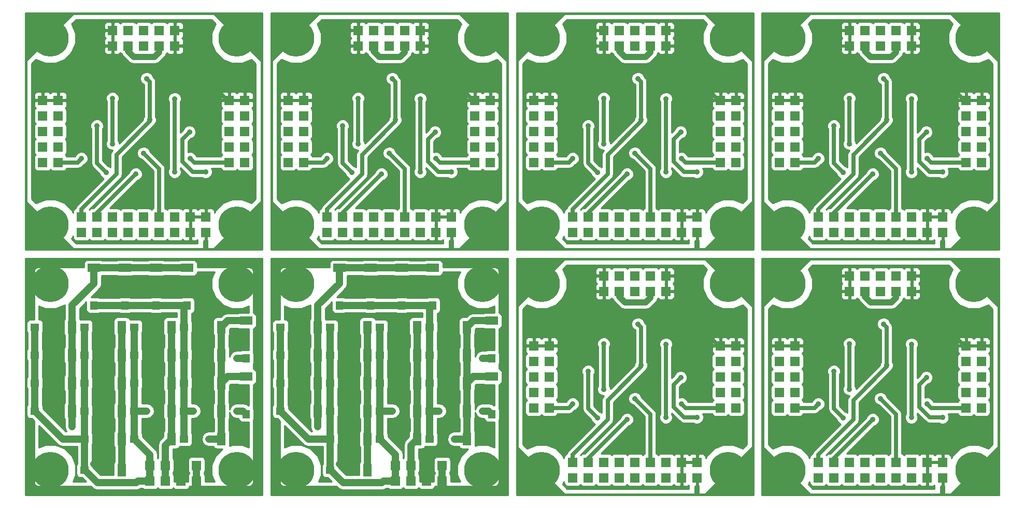
<source format=gbr>
G75*
G71*
%MOMM*%
%OFA0B0*%
%FSLAX53Y53*%
%IPPOS*%
%LPD*%
%ADD12R,1.40000X2.00000*%
%ADD13C,0.25400*%
%ADD14C,0.50000*%
%ADD17R,1.52400X1.52400*%
%ADD19R,1.20000X1.40000*%
%ADD21C,0.10000*%
%ADD23R,1.40000X1.20000*%
%ADD24C,0.80000*%
%ADD28C,0.63500*%
%ADD31R,2.00000X1.40000*%
%ADD35C,0.88900*%
%ADD37C,1.20000*%
%ADD38C,6.00000*%
%ADD39C,1.01600*%
X0000000Y0000000D02*
G01*
D14*
D23*
X0018540Y0028194D03*
D12*
X0024640Y0028194D03*
D23*
X0018540Y0023622D03*
D12*
X0024640Y0023622D03*
D23*
X0026668Y0023622D03*
D12*
X0032768Y0023622D03*
D23*
X0002284Y0019050D03*
D12*
X0008384Y0019050D03*
D19*
X0036830Y0023112D03*
D31*
X0036830Y0029212D03*
D23*
X0002284Y0023622D03*
D12*
X0008384Y0023622D03*
D23*
X0010412Y0023622D03*
D12*
X0016512Y0023622D03*
D23*
X0026668Y0009906D03*
D12*
X0032768Y0009906D03*
D23*
X0010412Y0004826D03*
D12*
X0016512Y0004826D03*
D23*
X0026668Y0028194D03*
D12*
X0032768Y0028194D03*
D19*
X0027178Y0031748D03*
D31*
X0027178Y0037848D03*
D23*
X0010412Y0028194D03*
D12*
X0016512Y0028194D03*
D19*
X0011938Y0031748D03*
D31*
X0011938Y0037848D03*
D23*
X0018540Y0019050D03*
D12*
X0024640Y0019050D03*
D23*
X0026668Y0019050D03*
D12*
X0032768Y0019050D03*
D23*
X0010412Y0019050D03*
D12*
X0016512Y0019050D03*
D19*
X0017018Y0031748D03*
D31*
X0017018Y0037848D03*
D19*
X0022098Y0031748D03*
D31*
X0022098Y0037848D03*
D23*
X0002284Y0028194D03*
D12*
X0008384Y0028194D03*
D23*
X0026668Y0014478D03*
D12*
X0032768Y0014478D03*
D17*
X0021082Y0003048D03*
X0021082Y0005588D03*
X0023622Y0003048D03*
X0023622Y0005588D03*
X0026162Y0003048D03*
X0026162Y0005588D03*
X0028702Y0003048D03*
X0028702Y0005588D03*
D38*
X0035306Y0004826D03*
X0004826Y0035306D03*
X0004826Y0004826D03*
X0035306Y0035306D03*
D23*
X0010412Y0014478D03*
D12*
X0016512Y0014478D03*
D23*
X0002284Y0014478D03*
D12*
X0008384Y0014478D03*
D23*
X0018540Y0014478D03*
D12*
X0024640Y0014478D03*
D23*
X0018540Y0009906D03*
D12*
X0024640Y0009906D03*
D23*
X0010412Y0009906D03*
D12*
X0016512Y0009906D03*
D19*
X0036830Y0013968D03*
D31*
X0036830Y0020068D03*
D24*
X0030734Y0009906D03*
X0016512Y0008382D03*
X0008382Y0011938D03*
X0035306Y0023114D03*
X0035306Y0014478D03*
X0020574Y0014478D03*
X0028194Y0014478D03*
X0035814Y0010922D03*
X0029718Y0012446D03*
X0036830Y0016510D03*
X0036322Y0026162D03*
X0021590Y0028194D03*
X0021590Y0023622D03*
X0021590Y0019050D03*
X0013462Y0014478D03*
X0013462Y0019050D03*
X0013462Y0023622D03*
X0013462Y0028194D03*
X0005334Y0028194D03*
X0005334Y0023622D03*
X0005334Y0019050D03*
X0005334Y0014478D03*
X0008382Y0008382D03*
X0011938Y0005842D03*
X0013462Y0005334D03*
X0028702Y0008382D03*
X0026162Y0007550D03*
X0014478Y0034290D03*
X0019558Y0034290D03*
X0024130Y0034290D03*
X0029718Y0034290D03*
X0029718Y0028194D03*
X0029718Y0023622D03*
X0029718Y0018542D03*
D37*
X0023622Y0003048D02*
X0023622Y0005588D01*
X0024640Y0014478D02*
X0024640Y0009906D01*
X0024640Y0019050D02*
X0024640Y0014478D01*
X0024640Y0023622D02*
X0024640Y0019050D01*
X0024640Y0028194D02*
X0024640Y0023622D01*
X0032768Y0009906D02*
X0030734Y0009906D01*
X0016512Y0004826D02*
X0016512Y0008382D01*
X0016512Y0009906D02*
X0016512Y0008382D01*
X0008384Y0014478D02*
X0008384Y0011940D01*
X0008384Y0011940D02*
X0008382Y0011938D01*
X0023622Y0005588D02*
X0023622Y0008888D01*
X0023622Y0008888D02*
X0024640Y0009906D01*
X0016512Y0014478D02*
X0016512Y0009906D01*
X0016512Y0019050D02*
X0016512Y0014478D01*
X0016512Y0023622D02*
X0016512Y0019050D01*
X0016512Y0028194D02*
X0016512Y0023622D01*
X0008384Y0019050D02*
X0008384Y0014478D01*
X0008384Y0023622D02*
X0008384Y0019050D01*
X0008384Y0028194D02*
X0008384Y0023622D01*
X0011938Y0035306D02*
X0008384Y0031752D01*
X0008384Y0031752D02*
X0008384Y0028194D01*
X0011938Y0037848D02*
X0011938Y0035306D01*
X0017018Y0037848D02*
X0011938Y0037848D01*
X0022098Y0037848D02*
X0017018Y0037848D01*
X0027178Y0037848D02*
X0022098Y0037848D01*
X0036830Y0020068D02*
X0033786Y0020068D01*
X0033786Y0020068D02*
X0032768Y0019050D01*
X0036830Y0029212D02*
X0033786Y0029212D01*
X0033786Y0029212D02*
X0032768Y0028194D01*
X0032768Y0023622D02*
X0032768Y0028194D01*
X0032768Y0019050D02*
X0032768Y0023622D01*
X0032768Y0014478D02*
X0032768Y0019050D01*
X0032768Y0009906D02*
X0032768Y0014478D01*
X0021082Y0003048D02*
X0021082Y0005588D01*
X0036830Y0023112D02*
X0035308Y0023112D01*
X0035308Y0023112D02*
X0035306Y0023114D01*
X0035306Y0014478D02*
X0036320Y0014478D01*
X0036320Y0014478D02*
X0036830Y0013968D01*
X0020574Y0014478D02*
X0018540Y0014478D01*
X0026668Y0014478D02*
X0028194Y0014478D01*
X0012544Y0002794D02*
X0018866Y0002794D01*
X0018866Y0002794D02*
X0019120Y0003048D01*
X0019120Y0003048D02*
X0021082Y0003048D01*
X0010412Y0004826D02*
X0010512Y0004826D01*
X0010512Y0004826D02*
X0012544Y0002794D01*
X0021082Y0005588D02*
X0021082Y0007364D01*
X0021082Y0007364D02*
X0018540Y0009906D01*
X0002284Y0014478D02*
X0006856Y0009906D01*
X0006856Y0009906D02*
X0010412Y0009906D01*
X0026668Y0028194D02*
X0026668Y0031238D01*
X0026668Y0031238D02*
X0027178Y0031748D01*
X0017018Y0031748D02*
X0018034Y0031748D01*
X0018034Y0031748D02*
X0022098Y0031748D01*
X0027178Y0031748D02*
X0022098Y0031748D01*
X0011938Y0031748D02*
X0017018Y0031748D01*
X0026668Y0023622D02*
X0026668Y0028194D01*
X0026668Y0019050D02*
X0026668Y0023622D01*
X0026668Y0014478D02*
X0026668Y0019050D01*
X0026668Y0009906D02*
X0026668Y0014478D01*
X0018540Y0023622D02*
X0018540Y0028194D01*
X0018540Y0019050D02*
X0018540Y0023622D01*
X0018540Y0014478D02*
X0018540Y0019050D01*
X0018540Y0015492D02*
X0018540Y0014478D01*
X0018540Y0009906D02*
X0018540Y0015492D01*
X0010412Y0023622D02*
X0010412Y0028194D01*
X0010412Y0019050D02*
X0010412Y0023622D01*
X0010412Y0014478D02*
X0010412Y0019050D01*
X0010412Y0009906D02*
X0010412Y0014478D01*
X0010412Y0004826D02*
X0010412Y0009906D01*
X0002284Y0019050D02*
X0002284Y0014478D01*
X0002284Y0023622D02*
X0002284Y0019050D01*
X0002284Y0028194D02*
X0002284Y0023622D01*
X0029718Y0012446D02*
X0030226Y0012954D01*
X0028702Y0008382D02*
X0028702Y0011430D01*
X0028702Y0011430D02*
X0029718Y0012446D01*
X0021590Y0019050D02*
X0021590Y0023622D01*
X0013462Y0019050D02*
X0013462Y0014478D01*
X0013462Y0028194D02*
X0013462Y0023622D01*
X0005334Y0023622D02*
X0005334Y0028194D01*
X0005334Y0014478D02*
X0005334Y0019050D01*
X0013462Y0005334D02*
X0012446Y0005334D01*
X0012446Y0005334D02*
X0011938Y0005842D01*
X0019558Y0034290D02*
X0014478Y0034290D01*
X0029718Y0034290D02*
X0024130Y0034290D01*
X0029718Y0023622D02*
X0029718Y0028194D01*
X0030226Y0012954D02*
X0030226Y0018034D01*
X0030226Y0018034D02*
X0029718Y0018542D01*
X0026162Y0003048D02*
X0026162Y0005588D01*
X0028702Y0003048D02*
X0028702Y0005588D01*
X0004826Y0001270D02*
X0007874Y0001270D01*
X0004826Y0004826D02*
X0004826Y0001270D01*
X0004826Y0038862D02*
X0004826Y0035306D01*
X0035306Y0038862D02*
X0035306Y0035306D01*
X0034798Y0001270D02*
X0034798Y0004318D01*
X0034798Y0004318D02*
X0035306Y0004826D01*
X0028702Y0001270D02*
X0034798Y0001270D01*
X0028702Y0003048D02*
X0028702Y0001270D01*
D13*
G36*
X0039422Y0000710D02*
X0000710Y0000710D01*
X0000710Y0028794D01*
X0000937Y0028794D01*
X0000937Y0027594D01*
X0000981Y0027359D01*
X0001049Y0027253D01*
X0001049Y0024564D01*
X0000988Y0024474D01*
X0000937Y0024222D01*
X0000937Y0023022D01*
X0000981Y0022787D01*
X0001049Y0022681D01*
X0001049Y0019992D01*
X0000988Y0019902D01*
X0000937Y0019650D01*
X0000937Y0018450D01*
X0000981Y0018215D01*
X0001049Y0018109D01*
X0001049Y0015420D01*
X0000988Y0015330D01*
X0000937Y0015078D01*
X0000937Y0013878D01*
X0000981Y0013643D01*
X0001120Y0013427D01*
X0001332Y0013282D01*
X0001584Y0013231D01*
X0001785Y0013231D01*
X0002159Y0012856D01*
X0002159Y0002794D01*
X0002202Y0002563D01*
X0002339Y0002351D01*
X0002547Y0002209D01*
X0002794Y0002159D01*
X0011432Y0002159D01*
X0011671Y0001921D01*
X0012071Y0001653D01*
X0012544Y0001559D01*
X0018866Y0001559D01*
X0019339Y0001653D01*
X0019578Y0001813D01*
X0019887Y0001813D01*
X0020068Y0001690D01*
X0020320Y0001639D01*
X0021844Y0001639D01*
X0022079Y0001683D01*
X0022295Y0001822D01*
X0022351Y0001904D01*
X0022396Y0001835D01*
X0022608Y0001690D01*
X0022860Y0001639D01*
X0024384Y0001639D01*
X0024619Y0001683D01*
X0024835Y0001822D01*
X0024891Y0001904D01*
X0024936Y0001835D01*
X0025148Y0001690D01*
X0025400Y0001639D01*
X0026924Y0001639D01*
X0027159Y0001683D01*
X0027375Y0001822D01*
X0027520Y0002034D01*
X0027546Y0002159D01*
X0037338Y0002159D01*
X0037569Y0002202D01*
X0037781Y0002339D01*
X0037923Y0002547D01*
X0037973Y0002794D01*
X0037973Y0012938D01*
X0038026Y0013016D01*
X0038077Y0013268D01*
X0038077Y0014668D01*
X0038033Y0014903D01*
X0037973Y0014997D01*
X0037973Y0018747D01*
X0038065Y0018765D01*
X0038281Y0018904D01*
X0038426Y0019116D01*
X0038477Y0019368D01*
X0038477Y0020768D01*
X0038433Y0021003D01*
X0038294Y0021219D01*
X0038082Y0021364D01*
X0037973Y0021386D01*
X0037973Y0022082D01*
X0038026Y0022160D01*
X0038077Y0022412D01*
X0038077Y0023812D01*
X0038033Y0024047D01*
X0037973Y0024141D01*
X0037973Y0027891D01*
X0038065Y0027909D01*
X0038281Y0028048D01*
X0038426Y0028260D01*
X0038477Y0028512D01*
X0038477Y0029912D01*
X0038433Y0030147D01*
X0038294Y0030363D01*
X0038082Y0030508D01*
X0037973Y0030530D01*
X0037973Y0037338D01*
X0037930Y0037569D01*
X0037793Y0037781D01*
X0037585Y0037923D01*
X0037338Y0037973D01*
X0028825Y0037973D01*
X0028825Y0038548D01*
X0028781Y0038783D01*
X0028642Y0038999D01*
X0028430Y0039144D01*
X0028178Y0039195D01*
X0026178Y0039195D01*
X0025943Y0039151D01*
X0025837Y0039083D01*
X0023440Y0039083D01*
X0023350Y0039144D01*
X0023098Y0039195D01*
X0021098Y0039195D01*
X0020863Y0039151D01*
X0020757Y0039083D01*
X0018360Y0039083D01*
X0018270Y0039144D01*
X0018018Y0039195D01*
X0016018Y0039195D01*
X0015783Y0039151D01*
X0015677Y0039083D01*
X0013280Y0039083D01*
X0013190Y0039144D01*
X0012938Y0039195D01*
X0010938Y0039195D01*
X0010703Y0039151D01*
X0010487Y0039012D01*
X0010342Y0038800D01*
X0010291Y0038548D01*
X0010291Y0037973D01*
X0002794Y0037973D01*
X0002563Y0037930D01*
X0002351Y0037793D01*
X0002209Y0037585D01*
X0002159Y0037338D01*
X0002159Y0029441D01*
X0001584Y0029441D01*
X0001349Y0029397D01*
X0001133Y0029258D01*
X0000988Y0029046D01*
X0000937Y0028794D01*
X0000710Y0028794D01*
X0000710Y0039422D01*
X0039422Y0039422D01*
X0039422Y0000710D01*
X0039422Y0000710D01*
G37*
X0039422Y0000710D02*
X0000710Y0000710D01*
X0000710Y0028794D01*
X0000937Y0028794D01*
X0000937Y0027594D01*
X0000981Y0027359D01*
X0001049Y0027253D01*
X0001049Y0024564D01*
X0000988Y0024474D01*
X0000937Y0024222D01*
X0000937Y0023022D01*
X0000981Y0022787D01*
X0001049Y0022681D01*
X0001049Y0019992D01*
X0000988Y0019902D01*
X0000937Y0019650D01*
X0000937Y0018450D01*
X0000981Y0018215D01*
X0001049Y0018109D01*
X0001049Y0015420D01*
X0000988Y0015330D01*
X0000937Y0015078D01*
X0000937Y0013878D01*
X0000981Y0013643D01*
X0001120Y0013427D01*
X0001332Y0013282D01*
X0001584Y0013231D01*
X0001785Y0013231D01*
X0002159Y0012856D01*
X0002159Y0002794D01*
X0002202Y0002563D01*
X0002339Y0002351D01*
X0002547Y0002209D01*
X0002794Y0002159D01*
X0011432Y0002159D01*
X0011671Y0001921D01*
X0012071Y0001653D01*
X0012544Y0001559D01*
X0018866Y0001559D01*
X0019339Y0001653D01*
X0019578Y0001813D01*
X0019887Y0001813D01*
X0020068Y0001690D01*
X0020320Y0001639D01*
X0021844Y0001639D01*
X0022079Y0001683D01*
X0022295Y0001822D01*
X0022351Y0001904D01*
X0022396Y0001835D01*
X0022608Y0001690D01*
X0022860Y0001639D01*
X0024384Y0001639D01*
X0024619Y0001683D01*
X0024835Y0001822D01*
X0024891Y0001904D01*
X0024936Y0001835D01*
X0025148Y0001690D01*
X0025400Y0001639D01*
X0026924Y0001639D01*
X0027159Y0001683D01*
X0027375Y0001822D01*
X0027520Y0002034D01*
X0027546Y0002159D01*
X0037338Y0002159D01*
X0037569Y0002202D01*
X0037781Y0002339D01*
X0037923Y0002547D01*
X0037973Y0002794D01*
X0037973Y0012938D01*
X0038026Y0013016D01*
X0038077Y0013268D01*
X0038077Y0014668D01*
X0038033Y0014903D01*
X0037973Y0014997D01*
X0037973Y0018747D01*
X0038065Y0018765D01*
X0038281Y0018904D01*
X0038426Y0019116D01*
X0038477Y0019368D01*
X0038477Y0020768D01*
X0038433Y0021003D01*
X0038294Y0021219D01*
X0038082Y0021364D01*
X0037973Y0021386D01*
X0037973Y0022082D01*
X0038026Y0022160D01*
X0038077Y0022412D01*
X0038077Y0023812D01*
X0038033Y0024047D01*
X0037973Y0024141D01*
X0037973Y0027891D01*
X0038065Y0027909D01*
X0038281Y0028048D01*
X0038426Y0028260D01*
X0038477Y0028512D01*
X0038477Y0029912D01*
X0038433Y0030147D01*
X0038294Y0030363D01*
X0038082Y0030508D01*
X0037973Y0030530D01*
X0037973Y0037338D01*
X0037930Y0037569D01*
X0037793Y0037781D01*
X0037585Y0037923D01*
X0037338Y0037973D01*
X0028825Y0037973D01*
X0028825Y0038548D01*
X0028781Y0038783D01*
X0028642Y0038999D01*
X0028430Y0039144D01*
X0028178Y0039195D01*
X0026178Y0039195D01*
X0025943Y0039151D01*
X0025837Y0039083D01*
X0023440Y0039083D01*
X0023350Y0039144D01*
X0023098Y0039195D01*
X0021098Y0039195D01*
X0020863Y0039151D01*
X0020757Y0039083D01*
X0018360Y0039083D01*
X0018270Y0039144D01*
X0018018Y0039195D01*
X0016018Y0039195D01*
X0015783Y0039151D01*
X0015677Y0039083D01*
X0013280Y0039083D01*
X0013190Y0039144D01*
X0012938Y0039195D01*
X0010938Y0039195D01*
X0010703Y0039151D01*
X0010487Y0039012D01*
X0010342Y0038800D01*
X0010291Y0038548D01*
X0010291Y0037973D01*
X0002794Y0037973D01*
X0002563Y0037930D01*
X0002351Y0037793D01*
X0002209Y0037585D01*
X0002159Y0037338D01*
X0002159Y0029441D01*
X0001584Y0029441D01*
X0001349Y0029397D01*
X0001133Y0029258D01*
X0000988Y0029046D01*
X0000937Y0028794D01*
X0000710Y0028794D01*
X0000710Y0039422D01*
X0039422Y0039422D01*
X0039422Y0000710D01*
G36*
X0031180Y0036131D02*
X0031178Y0034489D01*
X0031805Y0032971D01*
X0032965Y0031809D01*
X0034481Y0031180D01*
X0036123Y0031178D01*
X0037211Y0031628D01*
X0037211Y0030559D01*
X0035830Y0030559D01*
X0035595Y0030515D01*
X0035489Y0030447D01*
X0033786Y0030447D01*
X0033313Y0030353D01*
X0032913Y0030085D01*
X0032669Y0029841D01*
X0032068Y0029841D01*
X0031833Y0029797D01*
X0031617Y0029658D01*
X0031472Y0029446D01*
X0031421Y0029194D01*
X0031421Y0027194D01*
X0031465Y0026959D01*
X0031533Y0026853D01*
X0031533Y0024964D01*
X0031472Y0024874D01*
X0031421Y0024622D01*
X0031421Y0022622D01*
X0031465Y0022387D01*
X0031533Y0022281D01*
X0031533Y0020392D01*
X0031472Y0020302D01*
X0031421Y0020050D01*
X0031421Y0018050D01*
X0031465Y0017815D01*
X0031533Y0017709D01*
X0031533Y0015820D01*
X0031472Y0015730D01*
X0031421Y0015478D01*
X0031421Y0013478D01*
X0031465Y0013243D01*
X0031533Y0013137D01*
X0031533Y0011248D01*
X0031472Y0011158D01*
X0031468Y0011141D01*
X0030734Y0011141D01*
X0030261Y0011047D01*
X0029861Y0010779D01*
X0029593Y0010379D01*
X0029499Y0009906D01*
X0029593Y0009433D01*
X0029861Y0009033D01*
X0030261Y0008765D01*
X0030734Y0008671D01*
X0031465Y0008671D01*
X0031465Y0008671D01*
X0031604Y0008455D01*
X0031816Y0008310D01*
X0032068Y0008259D01*
X0032903Y0008259D01*
X0031809Y0007167D01*
X0031180Y0005651D01*
X0031178Y0004009D01*
X0031628Y0002921D01*
X0030111Y0002921D01*
X0030111Y0003810D01*
X0030067Y0004045D01*
X0029937Y0004248D01*
X0029937Y0004393D01*
X0030060Y0004574D01*
X0030111Y0004826D01*
X0030111Y0006350D01*
X0030067Y0006585D01*
X0029928Y0006801D01*
X0029716Y0006946D01*
X0029464Y0006997D01*
X0027940Y0006997D01*
X0027705Y0006953D01*
X0027489Y0006814D01*
X0027344Y0006602D01*
X0027293Y0006350D01*
X0027293Y0004826D01*
X0027337Y0004591D01*
X0027467Y0004388D01*
X0027467Y0004243D01*
X0027344Y0004062D01*
X0027293Y0003810D01*
X0027293Y0002921D01*
X0025031Y0002921D01*
X0025031Y0003810D01*
X0024987Y0004045D01*
X0024857Y0004248D01*
X0024857Y0004393D01*
X0024980Y0004574D01*
X0025031Y0004826D01*
X0025031Y0006350D01*
X0024987Y0006585D01*
X0024857Y0006788D01*
X0024857Y0008259D01*
X0025340Y0008259D01*
X0025575Y0008303D01*
X0025791Y0008442D01*
X0025936Y0008654D01*
X0025939Y0008665D01*
X0025968Y0008659D01*
X0027368Y0008659D01*
X0027603Y0008703D01*
X0027819Y0008842D01*
X0027964Y0009054D01*
X0028015Y0009306D01*
X0028015Y0010506D01*
X0027971Y0010741D01*
X0027903Y0010847D01*
X0027903Y0013243D01*
X0028194Y0013243D01*
X0028667Y0013337D01*
X0029067Y0013605D01*
X0029335Y0014005D01*
X0029429Y0014478D01*
X0029335Y0014951D01*
X0029067Y0015351D01*
X0028667Y0015619D01*
X0028194Y0015713D01*
X0027903Y0015713D01*
X0027903Y0018108D01*
X0027964Y0018198D01*
X0028015Y0018450D01*
X0028015Y0019650D01*
X0027971Y0019885D01*
X0027903Y0019991D01*
X0027903Y0022680D01*
X0027964Y0022770D01*
X0028015Y0023022D01*
X0028015Y0024222D01*
X0027971Y0024457D01*
X0027903Y0024563D01*
X0027903Y0027252D01*
X0027964Y0027342D01*
X0028015Y0027594D01*
X0028015Y0028794D01*
X0027971Y0029029D01*
X0027903Y0029135D01*
X0027903Y0030424D01*
X0028013Y0030445D01*
X0028229Y0030584D01*
X0028374Y0030796D01*
X0028425Y0031048D01*
X0028425Y0032448D01*
X0028381Y0032683D01*
X0028242Y0032899D01*
X0028030Y0033044D01*
X0027778Y0033095D01*
X0026578Y0033095D01*
X0026343Y0033051D01*
X0026237Y0032983D01*
X0023040Y0032983D01*
X0022950Y0033044D01*
X0022698Y0033095D01*
X0021498Y0033095D01*
X0021263Y0033051D01*
X0021157Y0032983D01*
X0017960Y0032983D01*
X0017870Y0033044D01*
X0017618Y0033095D01*
X0016418Y0033095D01*
X0016183Y0033051D01*
X0016077Y0032983D01*
X0012880Y0032983D01*
X0012790Y0033044D01*
X0012538Y0033095D01*
X0011474Y0033095D01*
X0012811Y0034433D01*
X0013079Y0034833D01*
X0013173Y0035306D01*
X0013173Y0036545D01*
X0013173Y0036545D01*
X0013279Y0036613D01*
X0015676Y0036613D01*
X0015766Y0036552D01*
X0016018Y0036501D01*
X0018018Y0036501D01*
X0018253Y0036545D01*
X0018359Y0036613D01*
X0020756Y0036613D01*
X0020846Y0036552D01*
X0021098Y0036501D01*
X0023098Y0036501D01*
X0023333Y0036545D01*
X0023439Y0036613D01*
X0025836Y0036613D01*
X0025926Y0036552D01*
X0026178Y0036501D01*
X0028178Y0036501D01*
X0028413Y0036545D01*
X0028629Y0036684D01*
X0028774Y0036896D01*
X0028825Y0037148D01*
X0028825Y0037211D01*
X0031628Y0037211D01*
X0031180Y0036131D01*
X0031180Y0036131D01*
G37*
X0031180Y0036131D02*
X0031178Y0034489D01*
X0031805Y0032971D01*
X0032965Y0031809D01*
X0034481Y0031180D01*
X0036123Y0031178D01*
X0037211Y0031628D01*
X0037211Y0030559D01*
X0035830Y0030559D01*
X0035595Y0030515D01*
X0035489Y0030447D01*
X0033786Y0030447D01*
X0033313Y0030353D01*
X0032913Y0030085D01*
X0032669Y0029841D01*
X0032068Y0029841D01*
X0031833Y0029797D01*
X0031617Y0029658D01*
X0031472Y0029446D01*
X0031421Y0029194D01*
X0031421Y0027194D01*
X0031465Y0026959D01*
X0031533Y0026853D01*
X0031533Y0024964D01*
X0031472Y0024874D01*
X0031421Y0024622D01*
X0031421Y0022622D01*
X0031465Y0022387D01*
X0031533Y0022281D01*
X0031533Y0020392D01*
X0031472Y0020302D01*
X0031421Y0020050D01*
X0031421Y0018050D01*
X0031465Y0017815D01*
X0031533Y0017709D01*
X0031533Y0015820D01*
X0031472Y0015730D01*
X0031421Y0015478D01*
X0031421Y0013478D01*
X0031465Y0013243D01*
X0031533Y0013137D01*
X0031533Y0011248D01*
X0031472Y0011158D01*
X0031468Y0011141D01*
X0030734Y0011141D01*
X0030261Y0011047D01*
X0029861Y0010779D01*
X0029593Y0010379D01*
X0029499Y0009906D01*
X0029593Y0009433D01*
X0029861Y0009033D01*
X0030261Y0008765D01*
X0030734Y0008671D01*
X0031465Y0008671D01*
X0031465Y0008671D01*
X0031604Y0008455D01*
X0031816Y0008310D01*
X0032068Y0008259D01*
X0032903Y0008259D01*
X0031809Y0007167D01*
X0031180Y0005651D01*
X0031178Y0004009D01*
X0031628Y0002921D01*
X0030111Y0002921D01*
X0030111Y0003810D01*
X0030067Y0004045D01*
X0029937Y0004248D01*
X0029937Y0004393D01*
X0030060Y0004574D01*
X0030111Y0004826D01*
X0030111Y0006350D01*
X0030067Y0006585D01*
X0029928Y0006801D01*
X0029716Y0006946D01*
X0029464Y0006997D01*
X0027940Y0006997D01*
X0027705Y0006953D01*
X0027489Y0006814D01*
X0027344Y0006602D01*
X0027293Y0006350D01*
X0027293Y0004826D01*
X0027337Y0004591D01*
X0027467Y0004388D01*
X0027467Y0004243D01*
X0027344Y0004062D01*
X0027293Y0003810D01*
X0027293Y0002921D01*
X0025031Y0002921D01*
X0025031Y0003810D01*
X0024987Y0004045D01*
X0024857Y0004248D01*
X0024857Y0004393D01*
X0024980Y0004574D01*
X0025031Y0004826D01*
X0025031Y0006350D01*
X0024987Y0006585D01*
X0024857Y0006788D01*
X0024857Y0008259D01*
X0025340Y0008259D01*
X0025575Y0008303D01*
X0025791Y0008442D01*
X0025936Y0008654D01*
X0025939Y0008665D01*
X0025968Y0008659D01*
X0027368Y0008659D01*
X0027603Y0008703D01*
X0027819Y0008842D01*
X0027964Y0009054D01*
X0028015Y0009306D01*
X0028015Y0010506D01*
X0027971Y0010741D01*
X0027903Y0010847D01*
X0027903Y0013243D01*
X0028194Y0013243D01*
X0028667Y0013337D01*
X0029067Y0013605D01*
X0029335Y0014005D01*
X0029429Y0014478D01*
X0029335Y0014951D01*
X0029067Y0015351D01*
X0028667Y0015619D01*
X0028194Y0015713D01*
X0027903Y0015713D01*
X0027903Y0018108D01*
X0027964Y0018198D01*
X0028015Y0018450D01*
X0028015Y0019650D01*
X0027971Y0019885D01*
X0027903Y0019991D01*
X0027903Y0022680D01*
X0027964Y0022770D01*
X0028015Y0023022D01*
X0028015Y0024222D01*
X0027971Y0024457D01*
X0027903Y0024563D01*
X0027903Y0027252D01*
X0027964Y0027342D01*
X0028015Y0027594D01*
X0028015Y0028794D01*
X0027971Y0029029D01*
X0027903Y0029135D01*
X0027903Y0030424D01*
X0028013Y0030445D01*
X0028229Y0030584D01*
X0028374Y0030796D01*
X0028425Y0031048D01*
X0028425Y0032448D01*
X0028381Y0032683D01*
X0028242Y0032899D01*
X0028030Y0033044D01*
X0027778Y0033095D01*
X0026578Y0033095D01*
X0026343Y0033051D01*
X0026237Y0032983D01*
X0023040Y0032983D01*
X0022950Y0033044D01*
X0022698Y0033095D01*
X0021498Y0033095D01*
X0021263Y0033051D01*
X0021157Y0032983D01*
X0017960Y0032983D01*
X0017870Y0033044D01*
X0017618Y0033095D01*
X0016418Y0033095D01*
X0016183Y0033051D01*
X0016077Y0032983D01*
X0012880Y0032983D01*
X0012790Y0033044D01*
X0012538Y0033095D01*
X0011474Y0033095D01*
X0012811Y0034433D01*
X0013079Y0034833D01*
X0013173Y0035306D01*
X0013173Y0036545D01*
X0013173Y0036545D01*
X0013279Y0036613D01*
X0015676Y0036613D01*
X0015766Y0036552D01*
X0016018Y0036501D01*
X0018018Y0036501D01*
X0018253Y0036545D01*
X0018359Y0036613D01*
X0020756Y0036613D01*
X0020846Y0036552D01*
X0021098Y0036501D01*
X0023098Y0036501D01*
X0023333Y0036545D01*
X0023439Y0036613D01*
X0025836Y0036613D01*
X0025926Y0036552D01*
X0026178Y0036501D01*
X0028178Y0036501D01*
X0028413Y0036545D01*
X0028629Y0036684D01*
X0028774Y0036896D01*
X0028825Y0037148D01*
X0028825Y0037211D01*
X0031628Y0037211D01*
X0031180Y0036131D01*
G36*
X0005983Y0009033D02*
X0006383Y0008765D01*
X0006856Y0008671D01*
X0009177Y0008671D01*
X0009177Y0005768D01*
X0009116Y0005678D01*
X0009065Y0005426D01*
X0009065Y0004226D01*
X0009109Y0003991D01*
X0009248Y0003775D01*
X0009460Y0003630D01*
X0009712Y0003579D01*
X0010013Y0003579D01*
X0010670Y0002921D01*
X0008504Y0002921D01*
X0008952Y0004001D01*
X0008954Y0005643D01*
X0008327Y0007161D01*
X0007167Y0008323D01*
X0005651Y0008952D01*
X0004009Y0008954D01*
X0002921Y0008504D01*
X0002921Y0012094D01*
X0005983Y0009033D01*
X0005983Y0009033D01*
G37*
X0005983Y0009033D02*
X0006383Y0008765D01*
X0006856Y0008671D01*
X0009177Y0008671D01*
X0009177Y0005768D01*
X0009116Y0005678D01*
X0009065Y0005426D01*
X0009065Y0004226D01*
X0009109Y0003991D01*
X0009248Y0003775D01*
X0009460Y0003630D01*
X0009712Y0003579D01*
X0010013Y0003579D01*
X0010670Y0002921D01*
X0008504Y0002921D01*
X0008952Y0004001D01*
X0008954Y0005643D01*
X0008327Y0007161D01*
X0007167Y0008323D01*
X0005651Y0008952D01*
X0004009Y0008954D01*
X0002921Y0008504D01*
X0002921Y0012094D01*
X0005983Y0009033D01*
G36*
X0010691Y0031048D02*
X0010735Y0030813D01*
X0010874Y0030597D01*
X0011086Y0030452D01*
X0011338Y0030401D01*
X0012538Y0030401D01*
X0012773Y0030445D01*
X0012879Y0030513D01*
X0016076Y0030513D01*
X0016166Y0030452D01*
X0016418Y0030401D01*
X0017618Y0030401D01*
X0017853Y0030445D01*
X0017959Y0030513D01*
X0021156Y0030513D01*
X0021246Y0030452D01*
X0021498Y0030401D01*
X0022698Y0030401D01*
X0022933Y0030445D01*
X0023039Y0030513D01*
X0025433Y0030513D01*
X0025433Y0029823D01*
X0025340Y0029841D01*
X0023940Y0029841D01*
X0023705Y0029797D01*
X0023489Y0029658D01*
X0023344Y0029446D01*
X0023293Y0029194D01*
X0023293Y0027194D01*
X0023337Y0026959D01*
X0023405Y0026853D01*
X0023405Y0024964D01*
X0023344Y0024874D01*
X0023293Y0024622D01*
X0023293Y0022622D01*
X0023337Y0022387D01*
X0023405Y0022281D01*
X0023405Y0020392D01*
X0023344Y0020302D01*
X0023293Y0020050D01*
X0023293Y0018050D01*
X0023337Y0017815D01*
X0023405Y0017709D01*
X0023405Y0015820D01*
X0023344Y0015730D01*
X0023293Y0015478D01*
X0023293Y0013478D01*
X0023337Y0013243D01*
X0023405Y0013137D01*
X0023405Y0011248D01*
X0023344Y0011158D01*
X0023293Y0010906D01*
X0023293Y0010305D01*
X0022749Y0009761D01*
X0022481Y0009361D01*
X0022387Y0008888D01*
X0022387Y0006783D01*
X0022353Y0006732D01*
X0022317Y0006788D01*
X0022317Y0007364D01*
X0022223Y0007837D01*
X0021955Y0008237D01*
X0019887Y0010305D01*
X0019887Y0010506D01*
X0019843Y0010741D01*
X0019775Y0010847D01*
X0019775Y0013243D01*
X0020574Y0013243D01*
X0021047Y0013337D01*
X0021447Y0013605D01*
X0021715Y0014005D01*
X0021809Y0014478D01*
X0021715Y0014951D01*
X0021447Y0015351D01*
X0021047Y0015619D01*
X0020574Y0015713D01*
X0019775Y0015713D01*
X0019775Y0018108D01*
X0019836Y0018198D01*
X0019887Y0018450D01*
X0019887Y0019650D01*
X0019843Y0019885D01*
X0019775Y0019991D01*
X0019775Y0022680D01*
X0019836Y0022770D01*
X0019887Y0023022D01*
X0019887Y0024222D01*
X0019843Y0024457D01*
X0019775Y0024563D01*
X0019775Y0027252D01*
X0019836Y0027342D01*
X0019887Y0027594D01*
X0019887Y0028794D01*
X0019843Y0029029D01*
X0019704Y0029245D01*
X0019492Y0029390D01*
X0019240Y0029441D01*
X0017840Y0029441D01*
X0017811Y0029436D01*
X0017676Y0029645D01*
X0017464Y0029790D01*
X0017212Y0029841D01*
X0015812Y0029841D01*
X0015577Y0029797D01*
X0015361Y0029658D01*
X0015216Y0029446D01*
X0015165Y0029194D01*
X0015165Y0027194D01*
X0015209Y0026959D01*
X0015277Y0026853D01*
X0015277Y0024964D01*
X0015216Y0024874D01*
X0015165Y0024622D01*
X0015165Y0022622D01*
X0015209Y0022387D01*
X0015277Y0022281D01*
X0015277Y0020392D01*
X0015216Y0020302D01*
X0015165Y0020050D01*
X0015165Y0018050D01*
X0015209Y0017815D01*
X0015277Y0017709D01*
X0015277Y0015820D01*
X0015216Y0015730D01*
X0015165Y0015478D01*
X0015165Y0013478D01*
X0015209Y0013243D01*
X0015277Y0013137D01*
X0015277Y0011248D01*
X0015216Y0011158D01*
X0015165Y0010906D01*
X0015165Y0008906D01*
X0015209Y0008671D01*
X0015277Y0008565D01*
X0015277Y0006168D01*
X0015216Y0006078D01*
X0015165Y0005826D01*
X0015165Y0004029D01*
X0013056Y0004029D01*
X0011759Y0005325D01*
X0011759Y0005426D01*
X0011715Y0005661D01*
X0011647Y0005767D01*
X0011647Y0008964D01*
X0011708Y0009054D01*
X0011759Y0009306D01*
X0011759Y0010506D01*
X0011715Y0010741D01*
X0011647Y0010847D01*
X0011647Y0013536D01*
X0011708Y0013626D01*
X0011759Y0013878D01*
X0011759Y0015078D01*
X0011715Y0015313D01*
X0011647Y0015419D01*
X0011647Y0018108D01*
X0011708Y0018198D01*
X0011759Y0018450D01*
X0011759Y0019650D01*
X0011715Y0019885D01*
X0011647Y0019991D01*
X0011647Y0022680D01*
X0011708Y0022770D01*
X0011759Y0023022D01*
X0011759Y0024222D01*
X0011715Y0024457D01*
X0011647Y0024563D01*
X0011647Y0027252D01*
X0011708Y0027342D01*
X0011759Y0027594D01*
X0011759Y0028794D01*
X0011715Y0029029D01*
X0011576Y0029245D01*
X0011364Y0029390D01*
X0011112Y0029441D01*
X0009712Y0029441D01*
X0009683Y0029436D01*
X0009619Y0029535D01*
X0009619Y0031240D01*
X0010691Y0032312D01*
X0010691Y0031048D01*
X0010691Y0031048D01*
G37*
X0010691Y0031048D02*
X0010735Y0030813D01*
X0010874Y0030597D01*
X0011086Y0030452D01*
X0011338Y0030401D01*
X0012538Y0030401D01*
X0012773Y0030445D01*
X0012879Y0030513D01*
X0016076Y0030513D01*
X0016166Y0030452D01*
X0016418Y0030401D01*
X0017618Y0030401D01*
X0017853Y0030445D01*
X0017959Y0030513D01*
X0021156Y0030513D01*
X0021246Y0030452D01*
X0021498Y0030401D01*
X0022698Y0030401D01*
X0022933Y0030445D01*
X0023039Y0030513D01*
X0025433Y0030513D01*
X0025433Y0029823D01*
X0025340Y0029841D01*
X0023940Y0029841D01*
X0023705Y0029797D01*
X0023489Y0029658D01*
X0023344Y0029446D01*
X0023293Y0029194D01*
X0023293Y0027194D01*
X0023337Y0026959D01*
X0023405Y0026853D01*
X0023405Y0024964D01*
X0023344Y0024874D01*
X0023293Y0024622D01*
X0023293Y0022622D01*
X0023337Y0022387D01*
X0023405Y0022281D01*
X0023405Y0020392D01*
X0023344Y0020302D01*
X0023293Y0020050D01*
X0023293Y0018050D01*
X0023337Y0017815D01*
X0023405Y0017709D01*
X0023405Y0015820D01*
X0023344Y0015730D01*
X0023293Y0015478D01*
X0023293Y0013478D01*
X0023337Y0013243D01*
X0023405Y0013137D01*
X0023405Y0011248D01*
X0023344Y0011158D01*
X0023293Y0010906D01*
X0023293Y0010305D01*
X0022749Y0009761D01*
X0022481Y0009361D01*
X0022387Y0008888D01*
X0022387Y0006783D01*
X0022353Y0006732D01*
X0022317Y0006788D01*
X0022317Y0007364D01*
X0022223Y0007837D01*
X0021955Y0008237D01*
X0019887Y0010305D01*
X0019887Y0010506D01*
X0019843Y0010741D01*
X0019775Y0010847D01*
X0019775Y0013243D01*
X0020574Y0013243D01*
X0021047Y0013337D01*
X0021447Y0013605D01*
X0021715Y0014005D01*
X0021809Y0014478D01*
X0021715Y0014951D01*
X0021447Y0015351D01*
X0021047Y0015619D01*
X0020574Y0015713D01*
X0019775Y0015713D01*
X0019775Y0018108D01*
X0019836Y0018198D01*
X0019887Y0018450D01*
X0019887Y0019650D01*
X0019843Y0019885D01*
X0019775Y0019991D01*
X0019775Y0022680D01*
X0019836Y0022770D01*
X0019887Y0023022D01*
X0019887Y0024222D01*
X0019843Y0024457D01*
X0019775Y0024563D01*
X0019775Y0027252D01*
X0019836Y0027342D01*
X0019887Y0027594D01*
X0019887Y0028794D01*
X0019843Y0029029D01*
X0019704Y0029245D01*
X0019492Y0029390D01*
X0019240Y0029441D01*
X0017840Y0029441D01*
X0017811Y0029436D01*
X0017676Y0029645D01*
X0017464Y0029790D01*
X0017212Y0029841D01*
X0015812Y0029841D01*
X0015577Y0029797D01*
X0015361Y0029658D01*
X0015216Y0029446D01*
X0015165Y0029194D01*
X0015165Y0027194D01*
X0015209Y0026959D01*
X0015277Y0026853D01*
X0015277Y0024964D01*
X0015216Y0024874D01*
X0015165Y0024622D01*
X0015165Y0022622D01*
X0015209Y0022387D01*
X0015277Y0022281D01*
X0015277Y0020392D01*
X0015216Y0020302D01*
X0015165Y0020050D01*
X0015165Y0018050D01*
X0015209Y0017815D01*
X0015277Y0017709D01*
X0015277Y0015820D01*
X0015216Y0015730D01*
X0015165Y0015478D01*
X0015165Y0013478D01*
X0015209Y0013243D01*
X0015277Y0013137D01*
X0015277Y0011248D01*
X0015216Y0011158D01*
X0015165Y0010906D01*
X0015165Y0008906D01*
X0015209Y0008671D01*
X0015277Y0008565D01*
X0015277Y0006168D01*
X0015216Y0006078D01*
X0015165Y0005826D01*
X0015165Y0004029D01*
X0013056Y0004029D01*
X0011759Y0005325D01*
X0011759Y0005426D01*
X0011715Y0005661D01*
X0011647Y0005767D01*
X0011647Y0008964D01*
X0011708Y0009054D01*
X0011759Y0009306D01*
X0011759Y0010506D01*
X0011715Y0010741D01*
X0011647Y0010847D01*
X0011647Y0013536D01*
X0011708Y0013626D01*
X0011759Y0013878D01*
X0011759Y0015078D01*
X0011715Y0015313D01*
X0011647Y0015419D01*
X0011647Y0018108D01*
X0011708Y0018198D01*
X0011759Y0018450D01*
X0011759Y0019650D01*
X0011715Y0019885D01*
X0011647Y0019991D01*
X0011647Y0022680D01*
X0011708Y0022770D01*
X0011759Y0023022D01*
X0011759Y0024222D01*
X0011715Y0024457D01*
X0011647Y0024563D01*
X0011647Y0027252D01*
X0011708Y0027342D01*
X0011759Y0027594D01*
X0011759Y0028794D01*
X0011715Y0029029D01*
X0011576Y0029245D01*
X0011364Y0029390D01*
X0011112Y0029441D01*
X0009712Y0029441D01*
X0009683Y0029436D01*
X0009619Y0029535D01*
X0009619Y0031240D01*
X0010691Y0032312D01*
X0010691Y0031048D01*
G36*
X0034165Y0014005D02*
X0034433Y0013605D01*
X0034833Y0013337D01*
X0035306Y0013243D01*
X0035587Y0013243D01*
X0035627Y0013033D01*
X0035766Y0012817D01*
X0035978Y0012672D01*
X0036230Y0012621D01*
X0037211Y0012621D01*
X0037211Y0008504D01*
X0036131Y0008952D01*
X0034489Y0008954D01*
X0034092Y0008790D01*
X0034115Y0008906D01*
X0034115Y0010906D01*
X0034071Y0011141D01*
X0034003Y0011247D01*
X0034003Y0013136D01*
X0034064Y0013226D01*
X0034115Y0013478D01*
X0034115Y0014255D01*
X0034165Y0014005D01*
X0034165Y0014005D01*
G37*
X0034165Y0014005D02*
X0034433Y0013605D01*
X0034833Y0013337D01*
X0035306Y0013243D01*
X0035587Y0013243D01*
X0035627Y0013033D01*
X0035766Y0012817D01*
X0035978Y0012672D01*
X0036230Y0012621D01*
X0037211Y0012621D01*
X0037211Y0008504D01*
X0036131Y0008952D01*
X0034489Y0008954D01*
X0034092Y0008790D01*
X0034115Y0008906D01*
X0034115Y0010906D01*
X0034071Y0011141D01*
X0034003Y0011247D01*
X0034003Y0013136D01*
X0034064Y0013226D01*
X0034115Y0013478D01*
X0034115Y0014255D01*
X0034165Y0014005D01*
G36*
X0007149Y0031752D02*
X0007149Y0029536D01*
X0007088Y0029446D01*
X0007037Y0029194D01*
X0007037Y0027194D01*
X0007081Y0026959D01*
X0007149Y0026853D01*
X0007149Y0024964D01*
X0007088Y0024874D01*
X0007037Y0024622D01*
X0007037Y0022622D01*
X0007081Y0022387D01*
X0007149Y0022281D01*
X0007149Y0020392D01*
X0007088Y0020302D01*
X0007037Y0020050D01*
X0007037Y0018050D01*
X0007081Y0017815D01*
X0007149Y0017709D01*
X0007149Y0015820D01*
X0007088Y0015730D01*
X0007037Y0015478D01*
X0007037Y0013478D01*
X0007081Y0013243D01*
X0007149Y0013137D01*
X0007149Y0011948D01*
X0007147Y0011938D01*
X0007241Y0011465D01*
X0007458Y0011141D01*
X0007368Y0011141D01*
X0003631Y0014877D01*
X0003631Y0015078D01*
X0003587Y0015313D01*
X0003519Y0015419D01*
X0003519Y0018108D01*
X0003580Y0018198D01*
X0003631Y0018450D01*
X0003631Y0019650D01*
X0003587Y0019885D01*
X0003519Y0019991D01*
X0003519Y0022680D01*
X0003580Y0022770D01*
X0003631Y0023022D01*
X0003631Y0024222D01*
X0003587Y0024457D01*
X0003519Y0024563D01*
X0003519Y0027252D01*
X0003580Y0027342D01*
X0003631Y0027594D01*
X0003631Y0028794D01*
X0003587Y0029029D01*
X0003448Y0029245D01*
X0003236Y0029390D01*
X0002984Y0029441D01*
X0002921Y0029441D01*
X0002921Y0031628D01*
X0004001Y0031180D01*
X0005643Y0031178D01*
X0007159Y0031805D01*
X0007149Y0031752D01*
X0007149Y0031752D01*
G37*
X0007149Y0031752D02*
X0007149Y0029536D01*
X0007088Y0029446D01*
X0007037Y0029194D01*
X0007037Y0027194D01*
X0007081Y0026959D01*
X0007149Y0026853D01*
X0007149Y0024964D01*
X0007088Y0024874D01*
X0007037Y0024622D01*
X0007037Y0022622D01*
X0007081Y0022387D01*
X0007149Y0022281D01*
X0007149Y0020392D01*
X0007088Y0020302D01*
X0007037Y0020050D01*
X0007037Y0018050D01*
X0007081Y0017815D01*
X0007149Y0017709D01*
X0007149Y0015820D01*
X0007088Y0015730D01*
X0007037Y0015478D01*
X0007037Y0013478D01*
X0007081Y0013243D01*
X0007149Y0013137D01*
X0007149Y0011948D01*
X0007147Y0011938D01*
X0007241Y0011465D01*
X0007458Y0011141D01*
X0007368Y0011141D01*
X0003631Y0014877D01*
X0003631Y0015078D01*
X0003587Y0015313D01*
X0003519Y0015419D01*
X0003519Y0018108D01*
X0003580Y0018198D01*
X0003631Y0018450D01*
X0003631Y0019650D01*
X0003587Y0019885D01*
X0003519Y0019991D01*
X0003519Y0022680D01*
X0003580Y0022770D01*
X0003631Y0023022D01*
X0003631Y0024222D01*
X0003587Y0024457D01*
X0003519Y0024563D01*
X0003519Y0027252D01*
X0003580Y0027342D01*
X0003631Y0027594D01*
X0003631Y0028794D01*
X0003587Y0029029D01*
X0003448Y0029245D01*
X0003236Y0029390D01*
X0002984Y0029441D01*
X0002921Y0029441D01*
X0002921Y0031628D01*
X0004001Y0031180D01*
X0005643Y0031178D01*
X0007159Y0031805D01*
X0007149Y0031752D01*
G36*
X0035578Y0018772D02*
X0035830Y0018721D01*
X0037211Y0018721D01*
X0037211Y0015334D01*
X0037193Y0015351D01*
X0036793Y0015619D01*
X0036320Y0015713D01*
X0035306Y0015713D01*
X0034833Y0015619D01*
X0034433Y0015351D01*
X0034165Y0014951D01*
X0034115Y0014701D01*
X0034115Y0015478D01*
X0034071Y0015713D01*
X0034003Y0015819D01*
X0034003Y0017708D01*
X0034064Y0017798D01*
X0034115Y0018050D01*
X0034115Y0018651D01*
X0034298Y0018833D01*
X0035488Y0018833D01*
X0035578Y0018772D01*
X0035578Y0018772D01*
G37*
X0035578Y0018772D02*
X0035830Y0018721D01*
X0037211Y0018721D01*
X0037211Y0015334D01*
X0037193Y0015351D01*
X0036793Y0015619D01*
X0036320Y0015713D01*
X0035306Y0015713D01*
X0034833Y0015619D01*
X0034433Y0015351D01*
X0034165Y0014951D01*
X0034115Y0014701D01*
X0034115Y0015478D01*
X0034071Y0015713D01*
X0034003Y0015819D01*
X0034003Y0017708D01*
X0034064Y0017798D01*
X0034115Y0018050D01*
X0034115Y0018651D01*
X0034298Y0018833D01*
X0035488Y0018833D01*
X0035578Y0018772D01*
G36*
X0035578Y0027916D02*
X0035830Y0027865D01*
X0037211Y0027865D01*
X0037211Y0024459D01*
X0036230Y0024459D01*
X0035995Y0024415D01*
X0035889Y0024347D01*
X0035316Y0024347D01*
X0035306Y0024349D01*
X0034833Y0024255D01*
X0034433Y0023987D01*
X0034165Y0023587D01*
X0034115Y0023337D01*
X0034115Y0024622D01*
X0034071Y0024857D01*
X0034003Y0024963D01*
X0034003Y0026852D01*
X0034064Y0026942D01*
X0034115Y0027194D01*
X0034115Y0027795D01*
X0034298Y0027977D01*
X0035488Y0027977D01*
X0035578Y0027916D01*
X0035578Y0027916D01*
G37*
X0035578Y0027916D02*
X0035830Y0027865D01*
X0037211Y0027865D01*
X0037211Y0024459D01*
X0036230Y0024459D01*
X0035995Y0024415D01*
X0035889Y0024347D01*
X0035316Y0024347D01*
X0035306Y0024349D01*
X0034833Y0024255D01*
X0034433Y0023987D01*
X0034165Y0023587D01*
X0034115Y0023337D01*
X0034115Y0024622D01*
X0034071Y0024857D01*
X0034003Y0024963D01*
X0034003Y0026852D01*
X0034064Y0026942D01*
X0034115Y0027194D01*
X0034115Y0027795D01*
X0034298Y0027977D01*
X0035488Y0027977D01*
X0035578Y0027916D01*
X0040130Y0000000D02*
G01*
D14*
D23*
X0058670Y0028194D03*
D12*
X0064770Y0028194D03*
D23*
X0058670Y0023622D03*
D12*
X0064770Y0023622D03*
D23*
X0066798Y0023622D03*
D12*
X0072898Y0023622D03*
D23*
X0042414Y0019050D03*
D12*
X0048514Y0019050D03*
D19*
X0076960Y0023112D03*
D31*
X0076960Y0029212D03*
D23*
X0042414Y0023622D03*
D12*
X0048514Y0023622D03*
D23*
X0050542Y0023622D03*
D12*
X0056642Y0023622D03*
D23*
X0066798Y0009906D03*
D12*
X0072898Y0009906D03*
D23*
X0050542Y0004826D03*
D12*
X0056642Y0004826D03*
D23*
X0066798Y0028194D03*
D12*
X0072898Y0028194D03*
D19*
X0067308Y0031748D03*
D31*
X0067308Y0037848D03*
D23*
X0050542Y0028194D03*
D12*
X0056642Y0028194D03*
D19*
X0052068Y0031748D03*
D31*
X0052068Y0037848D03*
D23*
X0058670Y0019050D03*
D12*
X0064770Y0019050D03*
D23*
X0066798Y0019050D03*
D12*
X0072898Y0019050D03*
D23*
X0050542Y0019050D03*
D12*
X0056642Y0019050D03*
D19*
X0057148Y0031748D03*
D31*
X0057148Y0037848D03*
D19*
X0062228Y0031748D03*
D31*
X0062228Y0037848D03*
D23*
X0042414Y0028194D03*
D12*
X0048514Y0028194D03*
D23*
X0066798Y0014478D03*
D12*
X0072898Y0014478D03*
D17*
X0061212Y0003048D03*
X0061212Y0005588D03*
X0063752Y0003048D03*
X0063752Y0005588D03*
X0066292Y0003048D03*
X0066292Y0005588D03*
X0068832Y0003048D03*
X0068832Y0005588D03*
D38*
X0075436Y0004826D03*
X0044956Y0035306D03*
X0044956Y0004826D03*
X0075436Y0035306D03*
D23*
X0050542Y0014478D03*
D12*
X0056642Y0014478D03*
D23*
X0042414Y0014478D03*
D12*
X0048514Y0014478D03*
D23*
X0058670Y0014478D03*
D12*
X0064770Y0014478D03*
D23*
X0058670Y0009906D03*
D12*
X0064770Y0009906D03*
D23*
X0050542Y0009906D03*
D12*
X0056642Y0009906D03*
D19*
X0076960Y0013968D03*
D31*
X0076960Y0020068D03*
D24*
X0070864Y0009906D03*
X0056642Y0008382D03*
X0048512Y0011938D03*
X0075436Y0023114D03*
X0075436Y0014478D03*
X0060704Y0014478D03*
X0068324Y0014478D03*
X0075944Y0010922D03*
X0069848Y0012446D03*
X0076960Y0016510D03*
X0076452Y0026162D03*
X0061720Y0028194D03*
X0061720Y0023622D03*
X0061720Y0019050D03*
X0053592Y0014478D03*
X0053592Y0019050D03*
X0053592Y0023622D03*
X0053592Y0028194D03*
X0045464Y0028194D03*
X0045464Y0023622D03*
X0045464Y0019050D03*
X0045464Y0014478D03*
X0048512Y0008382D03*
X0052068Y0005842D03*
X0053592Y0005334D03*
X0068832Y0008382D03*
X0066292Y0007550D03*
X0054608Y0034290D03*
X0059688Y0034290D03*
X0064260Y0034290D03*
X0069848Y0034290D03*
X0069848Y0028194D03*
X0069848Y0023622D03*
X0069848Y0018542D03*
D37*
X0063752Y0003048D02*
X0063752Y0005588D01*
X0064770Y0014478D02*
X0064770Y0009906D01*
X0064770Y0019050D02*
X0064770Y0014478D01*
X0064770Y0023622D02*
X0064770Y0019050D01*
X0064770Y0028194D02*
X0064770Y0023622D01*
X0072898Y0009906D02*
X0070864Y0009906D01*
X0056642Y0004826D02*
X0056642Y0008382D01*
X0056642Y0009906D02*
X0056642Y0008382D01*
X0048514Y0014478D02*
X0048514Y0011940D01*
X0048514Y0011940D02*
X0048512Y0011938D01*
X0063752Y0005588D02*
X0063752Y0008888D01*
X0063752Y0008888D02*
X0064770Y0009906D01*
X0056642Y0014478D02*
X0056642Y0009906D01*
X0056642Y0019050D02*
X0056642Y0014478D01*
X0056642Y0023622D02*
X0056642Y0019050D01*
X0056642Y0028194D02*
X0056642Y0023622D01*
X0048514Y0019050D02*
X0048514Y0014478D01*
X0048514Y0023622D02*
X0048514Y0019050D01*
X0048514Y0028194D02*
X0048514Y0023622D01*
X0052068Y0035306D02*
X0048514Y0031752D01*
X0048514Y0031752D02*
X0048514Y0028194D01*
X0052068Y0037848D02*
X0052068Y0035306D01*
X0057148Y0037848D02*
X0052068Y0037848D01*
X0062228Y0037848D02*
X0057148Y0037848D01*
X0067308Y0037848D02*
X0062228Y0037848D01*
X0076960Y0020068D02*
X0073916Y0020068D01*
X0073916Y0020068D02*
X0072898Y0019050D01*
X0076960Y0029212D02*
X0073916Y0029212D01*
X0073916Y0029212D02*
X0072898Y0028194D01*
X0072898Y0023622D02*
X0072898Y0028194D01*
X0072898Y0019050D02*
X0072898Y0023622D01*
X0072898Y0014478D02*
X0072898Y0019050D01*
X0072898Y0009906D02*
X0072898Y0014478D01*
X0061212Y0003048D02*
X0061212Y0005588D01*
X0076960Y0023112D02*
X0075438Y0023112D01*
X0075438Y0023112D02*
X0075436Y0023114D01*
X0075436Y0014478D02*
X0076450Y0014478D01*
X0076450Y0014478D02*
X0076960Y0013968D01*
X0060704Y0014478D02*
X0058670Y0014478D01*
X0066798Y0014478D02*
X0068324Y0014478D01*
X0052674Y0002794D02*
X0058996Y0002794D01*
X0058996Y0002794D02*
X0059250Y0003048D01*
X0059250Y0003048D02*
X0061212Y0003048D01*
X0050542Y0004826D02*
X0050642Y0004826D01*
X0050642Y0004826D02*
X0052674Y0002794D01*
X0061212Y0005588D02*
X0061212Y0007364D01*
X0061212Y0007364D02*
X0058670Y0009906D01*
X0042414Y0014478D02*
X0046986Y0009906D01*
X0046986Y0009906D02*
X0050542Y0009906D01*
X0066798Y0028194D02*
X0066798Y0031238D01*
X0066798Y0031238D02*
X0067308Y0031748D01*
X0057148Y0031748D02*
X0058164Y0031748D01*
X0058164Y0031748D02*
X0062228Y0031748D01*
X0067308Y0031748D02*
X0062228Y0031748D01*
X0052068Y0031748D02*
X0057148Y0031748D01*
X0066798Y0023622D02*
X0066798Y0028194D01*
X0066798Y0019050D02*
X0066798Y0023622D01*
X0066798Y0014478D02*
X0066798Y0019050D01*
X0066798Y0009906D02*
X0066798Y0014478D01*
X0058670Y0023622D02*
X0058670Y0028194D01*
X0058670Y0019050D02*
X0058670Y0023622D01*
X0058670Y0014478D02*
X0058670Y0019050D01*
X0058670Y0015492D02*
X0058670Y0014478D01*
X0058670Y0009906D02*
X0058670Y0015492D01*
X0050542Y0023622D02*
X0050542Y0028194D01*
X0050542Y0019050D02*
X0050542Y0023622D01*
X0050542Y0014478D02*
X0050542Y0019050D01*
X0050542Y0009906D02*
X0050542Y0014478D01*
X0050542Y0004826D02*
X0050542Y0009906D01*
X0042414Y0019050D02*
X0042414Y0014478D01*
X0042414Y0023622D02*
X0042414Y0019050D01*
X0042414Y0028194D02*
X0042414Y0023622D01*
X0069848Y0012446D02*
X0070356Y0012954D01*
X0068832Y0008382D02*
X0068832Y0011430D01*
X0068832Y0011430D02*
X0069848Y0012446D01*
X0061720Y0019050D02*
X0061720Y0023622D01*
X0053592Y0019050D02*
X0053592Y0014478D01*
X0053592Y0028194D02*
X0053592Y0023622D01*
X0045464Y0023622D02*
X0045464Y0028194D01*
X0045464Y0014478D02*
X0045464Y0019050D01*
X0053592Y0005334D02*
X0052576Y0005334D01*
X0052576Y0005334D02*
X0052068Y0005842D01*
X0059688Y0034290D02*
X0054608Y0034290D01*
X0069848Y0034290D02*
X0064260Y0034290D01*
X0069848Y0023622D02*
X0069848Y0028194D01*
X0070356Y0012954D02*
X0070356Y0018034D01*
X0070356Y0018034D02*
X0069848Y0018542D01*
X0066292Y0003048D02*
X0066292Y0005588D01*
X0068832Y0003048D02*
X0068832Y0005588D01*
X0044956Y0001270D02*
X0048004Y0001270D01*
X0044956Y0004826D02*
X0044956Y0001270D01*
X0044956Y0038862D02*
X0044956Y0035306D01*
X0075436Y0038862D02*
X0075436Y0035306D01*
X0074928Y0001270D02*
X0074928Y0004318D01*
X0074928Y0004318D02*
X0075436Y0004826D01*
X0068832Y0001270D02*
X0074928Y0001270D01*
X0068832Y0003048D02*
X0068832Y0001270D01*
D13*
G36*
X0079552Y0000710D02*
X0040840Y0000710D01*
X0040840Y0028794D01*
X0041067Y0028794D01*
X0041067Y0027594D01*
X0041111Y0027359D01*
X0041179Y0027253D01*
X0041179Y0024564D01*
X0041118Y0024474D01*
X0041067Y0024222D01*
X0041067Y0023022D01*
X0041111Y0022787D01*
X0041179Y0022681D01*
X0041179Y0019992D01*
X0041118Y0019902D01*
X0041067Y0019650D01*
X0041067Y0018450D01*
X0041111Y0018215D01*
X0041179Y0018109D01*
X0041179Y0015420D01*
X0041118Y0015330D01*
X0041067Y0015078D01*
X0041067Y0013878D01*
X0041111Y0013643D01*
X0041250Y0013427D01*
X0041462Y0013282D01*
X0041714Y0013231D01*
X0041915Y0013231D01*
X0042289Y0012856D01*
X0042289Y0002794D01*
X0042332Y0002563D01*
X0042469Y0002351D01*
X0042677Y0002209D01*
X0042924Y0002159D01*
X0051562Y0002159D01*
X0051801Y0001921D01*
X0052201Y0001653D01*
X0052674Y0001559D01*
X0058996Y0001559D01*
X0059469Y0001653D01*
X0059708Y0001813D01*
X0060017Y0001813D01*
X0060198Y0001690D01*
X0060450Y0001639D01*
X0061974Y0001639D01*
X0062209Y0001683D01*
X0062425Y0001822D01*
X0062481Y0001904D01*
X0062526Y0001835D01*
X0062738Y0001690D01*
X0062990Y0001639D01*
X0064514Y0001639D01*
X0064749Y0001683D01*
X0064965Y0001822D01*
X0065021Y0001904D01*
X0065066Y0001835D01*
X0065278Y0001690D01*
X0065530Y0001639D01*
X0067054Y0001639D01*
X0067289Y0001683D01*
X0067505Y0001822D01*
X0067650Y0002034D01*
X0067676Y0002159D01*
X0077468Y0002159D01*
X0077699Y0002202D01*
X0077911Y0002339D01*
X0078053Y0002547D01*
X0078103Y0002794D01*
X0078103Y0012938D01*
X0078156Y0013016D01*
X0078207Y0013268D01*
X0078207Y0014668D01*
X0078163Y0014903D01*
X0078103Y0014997D01*
X0078103Y0018747D01*
X0078195Y0018765D01*
X0078411Y0018904D01*
X0078556Y0019116D01*
X0078607Y0019368D01*
X0078607Y0020768D01*
X0078563Y0021003D01*
X0078424Y0021219D01*
X0078212Y0021364D01*
X0078103Y0021386D01*
X0078103Y0022082D01*
X0078156Y0022160D01*
X0078207Y0022412D01*
X0078207Y0023812D01*
X0078163Y0024047D01*
X0078103Y0024141D01*
X0078103Y0027891D01*
X0078195Y0027909D01*
X0078411Y0028048D01*
X0078556Y0028260D01*
X0078607Y0028512D01*
X0078607Y0029912D01*
X0078563Y0030147D01*
X0078424Y0030363D01*
X0078212Y0030508D01*
X0078103Y0030530D01*
X0078103Y0037338D01*
X0078060Y0037569D01*
X0077923Y0037781D01*
X0077715Y0037923D01*
X0077468Y0037973D01*
X0068955Y0037973D01*
X0068955Y0038548D01*
X0068911Y0038783D01*
X0068772Y0038999D01*
X0068560Y0039144D01*
X0068308Y0039195D01*
X0066308Y0039195D01*
X0066073Y0039151D01*
X0065967Y0039083D01*
X0063570Y0039083D01*
X0063480Y0039144D01*
X0063228Y0039195D01*
X0061228Y0039195D01*
X0060993Y0039151D01*
X0060887Y0039083D01*
X0058490Y0039083D01*
X0058400Y0039144D01*
X0058148Y0039195D01*
X0056148Y0039195D01*
X0055913Y0039151D01*
X0055807Y0039083D01*
X0053410Y0039083D01*
X0053320Y0039144D01*
X0053068Y0039195D01*
X0051068Y0039195D01*
X0050833Y0039151D01*
X0050617Y0039012D01*
X0050472Y0038800D01*
X0050421Y0038548D01*
X0050421Y0037973D01*
X0042924Y0037973D01*
X0042693Y0037930D01*
X0042481Y0037793D01*
X0042339Y0037585D01*
X0042289Y0037338D01*
X0042289Y0029441D01*
X0041714Y0029441D01*
X0041479Y0029397D01*
X0041263Y0029258D01*
X0041118Y0029046D01*
X0041067Y0028794D01*
X0040840Y0028794D01*
X0040840Y0039422D01*
X0079552Y0039422D01*
X0079552Y0000710D01*
X0079552Y0000710D01*
G37*
X0079552Y0000710D02*
X0040840Y0000710D01*
X0040840Y0028794D01*
X0041067Y0028794D01*
X0041067Y0027594D01*
X0041111Y0027359D01*
X0041179Y0027253D01*
X0041179Y0024564D01*
X0041118Y0024474D01*
X0041067Y0024222D01*
X0041067Y0023022D01*
X0041111Y0022787D01*
X0041179Y0022681D01*
X0041179Y0019992D01*
X0041118Y0019902D01*
X0041067Y0019650D01*
X0041067Y0018450D01*
X0041111Y0018215D01*
X0041179Y0018109D01*
X0041179Y0015420D01*
X0041118Y0015330D01*
X0041067Y0015078D01*
X0041067Y0013878D01*
X0041111Y0013643D01*
X0041250Y0013427D01*
X0041462Y0013282D01*
X0041714Y0013231D01*
X0041915Y0013231D01*
X0042289Y0012856D01*
X0042289Y0002794D01*
X0042332Y0002563D01*
X0042469Y0002351D01*
X0042677Y0002209D01*
X0042924Y0002159D01*
X0051562Y0002159D01*
X0051801Y0001921D01*
X0052201Y0001653D01*
X0052674Y0001559D01*
X0058996Y0001559D01*
X0059469Y0001653D01*
X0059708Y0001813D01*
X0060017Y0001813D01*
X0060198Y0001690D01*
X0060450Y0001639D01*
X0061974Y0001639D01*
X0062209Y0001683D01*
X0062425Y0001822D01*
X0062481Y0001904D01*
X0062526Y0001835D01*
X0062738Y0001690D01*
X0062990Y0001639D01*
X0064514Y0001639D01*
X0064749Y0001683D01*
X0064965Y0001822D01*
X0065021Y0001904D01*
X0065066Y0001835D01*
X0065278Y0001690D01*
X0065530Y0001639D01*
X0067054Y0001639D01*
X0067289Y0001683D01*
X0067505Y0001822D01*
X0067650Y0002034D01*
X0067676Y0002159D01*
X0077468Y0002159D01*
X0077699Y0002202D01*
X0077911Y0002339D01*
X0078053Y0002547D01*
X0078103Y0002794D01*
X0078103Y0012938D01*
X0078156Y0013016D01*
X0078207Y0013268D01*
X0078207Y0014668D01*
X0078163Y0014903D01*
X0078103Y0014997D01*
X0078103Y0018747D01*
X0078195Y0018765D01*
X0078411Y0018904D01*
X0078556Y0019116D01*
X0078607Y0019368D01*
X0078607Y0020768D01*
X0078563Y0021003D01*
X0078424Y0021219D01*
X0078212Y0021364D01*
X0078103Y0021386D01*
X0078103Y0022082D01*
X0078156Y0022160D01*
X0078207Y0022412D01*
X0078207Y0023812D01*
X0078163Y0024047D01*
X0078103Y0024141D01*
X0078103Y0027891D01*
X0078195Y0027909D01*
X0078411Y0028048D01*
X0078556Y0028260D01*
X0078607Y0028512D01*
X0078607Y0029912D01*
X0078563Y0030147D01*
X0078424Y0030363D01*
X0078212Y0030508D01*
X0078103Y0030530D01*
X0078103Y0037338D01*
X0078060Y0037569D01*
X0077923Y0037781D01*
X0077715Y0037923D01*
X0077468Y0037973D01*
X0068955Y0037973D01*
X0068955Y0038548D01*
X0068911Y0038783D01*
X0068772Y0038999D01*
X0068560Y0039144D01*
X0068308Y0039195D01*
X0066308Y0039195D01*
X0066073Y0039151D01*
X0065967Y0039083D01*
X0063570Y0039083D01*
X0063480Y0039144D01*
X0063228Y0039195D01*
X0061228Y0039195D01*
X0060993Y0039151D01*
X0060887Y0039083D01*
X0058490Y0039083D01*
X0058400Y0039144D01*
X0058148Y0039195D01*
X0056148Y0039195D01*
X0055913Y0039151D01*
X0055807Y0039083D01*
X0053410Y0039083D01*
X0053320Y0039144D01*
X0053068Y0039195D01*
X0051068Y0039195D01*
X0050833Y0039151D01*
X0050617Y0039012D01*
X0050472Y0038800D01*
X0050421Y0038548D01*
X0050421Y0037973D01*
X0042924Y0037973D01*
X0042693Y0037930D01*
X0042481Y0037793D01*
X0042339Y0037585D01*
X0042289Y0037338D01*
X0042289Y0029441D01*
X0041714Y0029441D01*
X0041479Y0029397D01*
X0041263Y0029258D01*
X0041118Y0029046D01*
X0041067Y0028794D01*
X0040840Y0028794D01*
X0040840Y0039422D01*
X0079552Y0039422D01*
X0079552Y0000710D01*
G36*
X0071310Y0036131D02*
X0071308Y0034489D01*
X0071935Y0032971D01*
X0073095Y0031809D01*
X0074611Y0031180D01*
X0076253Y0031178D01*
X0077341Y0031628D01*
X0077341Y0030559D01*
X0075960Y0030559D01*
X0075725Y0030515D01*
X0075619Y0030447D01*
X0073916Y0030447D01*
X0073443Y0030353D01*
X0073043Y0030085D01*
X0072799Y0029841D01*
X0072198Y0029841D01*
X0071963Y0029797D01*
X0071747Y0029658D01*
X0071602Y0029446D01*
X0071551Y0029194D01*
X0071551Y0027194D01*
X0071595Y0026959D01*
X0071663Y0026853D01*
X0071663Y0024964D01*
X0071602Y0024874D01*
X0071551Y0024622D01*
X0071551Y0022622D01*
X0071595Y0022387D01*
X0071663Y0022281D01*
X0071663Y0020392D01*
X0071602Y0020302D01*
X0071551Y0020050D01*
X0071551Y0018050D01*
X0071595Y0017815D01*
X0071663Y0017709D01*
X0071663Y0015820D01*
X0071602Y0015730D01*
X0071551Y0015478D01*
X0071551Y0013478D01*
X0071595Y0013243D01*
X0071663Y0013137D01*
X0071663Y0011248D01*
X0071602Y0011158D01*
X0071598Y0011141D01*
X0070864Y0011141D01*
X0070391Y0011047D01*
X0069991Y0010779D01*
X0069723Y0010379D01*
X0069629Y0009906D01*
X0069723Y0009433D01*
X0069991Y0009033D01*
X0070391Y0008765D01*
X0070864Y0008671D01*
X0071595Y0008671D01*
X0071595Y0008671D01*
X0071734Y0008455D01*
X0071946Y0008310D01*
X0072198Y0008259D01*
X0073033Y0008259D01*
X0071939Y0007167D01*
X0071310Y0005651D01*
X0071308Y0004009D01*
X0071758Y0002921D01*
X0070241Y0002921D01*
X0070241Y0003810D01*
X0070197Y0004045D01*
X0070067Y0004248D01*
X0070067Y0004393D01*
X0070190Y0004574D01*
X0070241Y0004826D01*
X0070241Y0006350D01*
X0070197Y0006585D01*
X0070058Y0006801D01*
X0069846Y0006946D01*
X0069594Y0006997D01*
X0068070Y0006997D01*
X0067835Y0006953D01*
X0067619Y0006814D01*
X0067474Y0006602D01*
X0067423Y0006350D01*
X0067423Y0004826D01*
X0067467Y0004591D01*
X0067597Y0004388D01*
X0067597Y0004243D01*
X0067474Y0004062D01*
X0067423Y0003810D01*
X0067423Y0002921D01*
X0065161Y0002921D01*
X0065161Y0003810D01*
X0065117Y0004045D01*
X0064987Y0004248D01*
X0064987Y0004393D01*
X0065110Y0004574D01*
X0065161Y0004826D01*
X0065161Y0006350D01*
X0065117Y0006585D01*
X0064987Y0006788D01*
X0064987Y0008259D01*
X0065470Y0008259D01*
X0065705Y0008303D01*
X0065921Y0008442D01*
X0066066Y0008654D01*
X0066069Y0008665D01*
X0066098Y0008659D01*
X0067498Y0008659D01*
X0067733Y0008703D01*
X0067949Y0008842D01*
X0068094Y0009054D01*
X0068145Y0009306D01*
X0068145Y0010506D01*
X0068101Y0010741D01*
X0068033Y0010847D01*
X0068033Y0013243D01*
X0068324Y0013243D01*
X0068797Y0013337D01*
X0069197Y0013605D01*
X0069465Y0014005D01*
X0069559Y0014478D01*
X0069465Y0014951D01*
X0069197Y0015351D01*
X0068797Y0015619D01*
X0068324Y0015713D01*
X0068033Y0015713D01*
X0068033Y0018108D01*
X0068094Y0018198D01*
X0068145Y0018450D01*
X0068145Y0019650D01*
X0068101Y0019885D01*
X0068033Y0019991D01*
X0068033Y0022680D01*
X0068094Y0022770D01*
X0068145Y0023022D01*
X0068145Y0024222D01*
X0068101Y0024457D01*
X0068033Y0024563D01*
X0068033Y0027252D01*
X0068094Y0027342D01*
X0068145Y0027594D01*
X0068145Y0028794D01*
X0068101Y0029029D01*
X0068033Y0029135D01*
X0068033Y0030424D01*
X0068143Y0030445D01*
X0068359Y0030584D01*
X0068504Y0030796D01*
X0068555Y0031048D01*
X0068555Y0032448D01*
X0068511Y0032683D01*
X0068372Y0032899D01*
X0068160Y0033044D01*
X0067908Y0033095D01*
X0066708Y0033095D01*
X0066473Y0033051D01*
X0066367Y0032983D01*
X0063170Y0032983D01*
X0063080Y0033044D01*
X0062828Y0033095D01*
X0061628Y0033095D01*
X0061393Y0033051D01*
X0061287Y0032983D01*
X0058090Y0032983D01*
X0058000Y0033044D01*
X0057748Y0033095D01*
X0056548Y0033095D01*
X0056313Y0033051D01*
X0056207Y0032983D01*
X0053010Y0032983D01*
X0052920Y0033044D01*
X0052668Y0033095D01*
X0051604Y0033095D01*
X0052941Y0034433D01*
X0053209Y0034833D01*
X0053303Y0035306D01*
X0053303Y0036545D01*
X0053303Y0036545D01*
X0053409Y0036613D01*
X0055806Y0036613D01*
X0055896Y0036552D01*
X0056148Y0036501D01*
X0058148Y0036501D01*
X0058383Y0036545D01*
X0058489Y0036613D01*
X0060886Y0036613D01*
X0060976Y0036552D01*
X0061228Y0036501D01*
X0063228Y0036501D01*
X0063463Y0036545D01*
X0063569Y0036613D01*
X0065966Y0036613D01*
X0066056Y0036552D01*
X0066308Y0036501D01*
X0068308Y0036501D01*
X0068543Y0036545D01*
X0068759Y0036684D01*
X0068904Y0036896D01*
X0068955Y0037148D01*
X0068955Y0037211D01*
X0071758Y0037211D01*
X0071310Y0036131D01*
X0071310Y0036131D01*
G37*
X0071310Y0036131D02*
X0071308Y0034489D01*
X0071935Y0032971D01*
X0073095Y0031809D01*
X0074611Y0031180D01*
X0076253Y0031178D01*
X0077341Y0031628D01*
X0077341Y0030559D01*
X0075960Y0030559D01*
X0075725Y0030515D01*
X0075619Y0030447D01*
X0073916Y0030447D01*
X0073443Y0030353D01*
X0073043Y0030085D01*
X0072799Y0029841D01*
X0072198Y0029841D01*
X0071963Y0029797D01*
X0071747Y0029658D01*
X0071602Y0029446D01*
X0071551Y0029194D01*
X0071551Y0027194D01*
X0071595Y0026959D01*
X0071663Y0026853D01*
X0071663Y0024964D01*
X0071602Y0024874D01*
X0071551Y0024622D01*
X0071551Y0022622D01*
X0071595Y0022387D01*
X0071663Y0022281D01*
X0071663Y0020392D01*
X0071602Y0020302D01*
X0071551Y0020050D01*
X0071551Y0018050D01*
X0071595Y0017815D01*
X0071663Y0017709D01*
X0071663Y0015820D01*
X0071602Y0015730D01*
X0071551Y0015478D01*
X0071551Y0013478D01*
X0071595Y0013243D01*
X0071663Y0013137D01*
X0071663Y0011248D01*
X0071602Y0011158D01*
X0071598Y0011141D01*
X0070864Y0011141D01*
X0070391Y0011047D01*
X0069991Y0010779D01*
X0069723Y0010379D01*
X0069629Y0009906D01*
X0069723Y0009433D01*
X0069991Y0009033D01*
X0070391Y0008765D01*
X0070864Y0008671D01*
X0071595Y0008671D01*
X0071595Y0008671D01*
X0071734Y0008455D01*
X0071946Y0008310D01*
X0072198Y0008259D01*
X0073033Y0008259D01*
X0071939Y0007167D01*
X0071310Y0005651D01*
X0071308Y0004009D01*
X0071758Y0002921D01*
X0070241Y0002921D01*
X0070241Y0003810D01*
X0070197Y0004045D01*
X0070067Y0004248D01*
X0070067Y0004393D01*
X0070190Y0004574D01*
X0070241Y0004826D01*
X0070241Y0006350D01*
X0070197Y0006585D01*
X0070058Y0006801D01*
X0069846Y0006946D01*
X0069594Y0006997D01*
X0068070Y0006997D01*
X0067835Y0006953D01*
X0067619Y0006814D01*
X0067474Y0006602D01*
X0067423Y0006350D01*
X0067423Y0004826D01*
X0067467Y0004591D01*
X0067597Y0004388D01*
X0067597Y0004243D01*
X0067474Y0004062D01*
X0067423Y0003810D01*
X0067423Y0002921D01*
X0065161Y0002921D01*
X0065161Y0003810D01*
X0065117Y0004045D01*
X0064987Y0004248D01*
X0064987Y0004393D01*
X0065110Y0004574D01*
X0065161Y0004826D01*
X0065161Y0006350D01*
X0065117Y0006585D01*
X0064987Y0006788D01*
X0064987Y0008259D01*
X0065470Y0008259D01*
X0065705Y0008303D01*
X0065921Y0008442D01*
X0066066Y0008654D01*
X0066069Y0008665D01*
X0066098Y0008659D01*
X0067498Y0008659D01*
X0067733Y0008703D01*
X0067949Y0008842D01*
X0068094Y0009054D01*
X0068145Y0009306D01*
X0068145Y0010506D01*
X0068101Y0010741D01*
X0068033Y0010847D01*
X0068033Y0013243D01*
X0068324Y0013243D01*
X0068797Y0013337D01*
X0069197Y0013605D01*
X0069465Y0014005D01*
X0069559Y0014478D01*
X0069465Y0014951D01*
X0069197Y0015351D01*
X0068797Y0015619D01*
X0068324Y0015713D01*
X0068033Y0015713D01*
X0068033Y0018108D01*
X0068094Y0018198D01*
X0068145Y0018450D01*
X0068145Y0019650D01*
X0068101Y0019885D01*
X0068033Y0019991D01*
X0068033Y0022680D01*
X0068094Y0022770D01*
X0068145Y0023022D01*
X0068145Y0024222D01*
X0068101Y0024457D01*
X0068033Y0024563D01*
X0068033Y0027252D01*
X0068094Y0027342D01*
X0068145Y0027594D01*
X0068145Y0028794D01*
X0068101Y0029029D01*
X0068033Y0029135D01*
X0068033Y0030424D01*
X0068143Y0030445D01*
X0068359Y0030584D01*
X0068504Y0030796D01*
X0068555Y0031048D01*
X0068555Y0032448D01*
X0068511Y0032683D01*
X0068372Y0032899D01*
X0068160Y0033044D01*
X0067908Y0033095D01*
X0066708Y0033095D01*
X0066473Y0033051D01*
X0066367Y0032983D01*
X0063170Y0032983D01*
X0063080Y0033044D01*
X0062828Y0033095D01*
X0061628Y0033095D01*
X0061393Y0033051D01*
X0061287Y0032983D01*
X0058090Y0032983D01*
X0058000Y0033044D01*
X0057748Y0033095D01*
X0056548Y0033095D01*
X0056313Y0033051D01*
X0056207Y0032983D01*
X0053010Y0032983D01*
X0052920Y0033044D01*
X0052668Y0033095D01*
X0051604Y0033095D01*
X0052941Y0034433D01*
X0053209Y0034833D01*
X0053303Y0035306D01*
X0053303Y0036545D01*
X0053303Y0036545D01*
X0053409Y0036613D01*
X0055806Y0036613D01*
X0055896Y0036552D01*
X0056148Y0036501D01*
X0058148Y0036501D01*
X0058383Y0036545D01*
X0058489Y0036613D01*
X0060886Y0036613D01*
X0060976Y0036552D01*
X0061228Y0036501D01*
X0063228Y0036501D01*
X0063463Y0036545D01*
X0063569Y0036613D01*
X0065966Y0036613D01*
X0066056Y0036552D01*
X0066308Y0036501D01*
X0068308Y0036501D01*
X0068543Y0036545D01*
X0068759Y0036684D01*
X0068904Y0036896D01*
X0068955Y0037148D01*
X0068955Y0037211D01*
X0071758Y0037211D01*
X0071310Y0036131D01*
G36*
X0046113Y0009033D02*
X0046513Y0008765D01*
X0046986Y0008671D01*
X0049307Y0008671D01*
X0049307Y0005768D01*
X0049246Y0005678D01*
X0049195Y0005426D01*
X0049195Y0004226D01*
X0049239Y0003991D01*
X0049378Y0003775D01*
X0049590Y0003630D01*
X0049842Y0003579D01*
X0050143Y0003579D01*
X0050800Y0002921D01*
X0048634Y0002921D01*
X0049082Y0004001D01*
X0049084Y0005643D01*
X0048457Y0007161D01*
X0047297Y0008323D01*
X0045781Y0008952D01*
X0044139Y0008954D01*
X0043051Y0008504D01*
X0043051Y0012094D01*
X0046113Y0009033D01*
X0046113Y0009033D01*
G37*
X0046113Y0009033D02*
X0046513Y0008765D01*
X0046986Y0008671D01*
X0049307Y0008671D01*
X0049307Y0005768D01*
X0049246Y0005678D01*
X0049195Y0005426D01*
X0049195Y0004226D01*
X0049239Y0003991D01*
X0049378Y0003775D01*
X0049590Y0003630D01*
X0049842Y0003579D01*
X0050143Y0003579D01*
X0050800Y0002921D01*
X0048634Y0002921D01*
X0049082Y0004001D01*
X0049084Y0005643D01*
X0048457Y0007161D01*
X0047297Y0008323D01*
X0045781Y0008952D01*
X0044139Y0008954D01*
X0043051Y0008504D01*
X0043051Y0012094D01*
X0046113Y0009033D01*
G36*
X0050821Y0031048D02*
X0050865Y0030813D01*
X0051004Y0030597D01*
X0051216Y0030452D01*
X0051468Y0030401D01*
X0052668Y0030401D01*
X0052903Y0030445D01*
X0053009Y0030513D01*
X0056206Y0030513D01*
X0056296Y0030452D01*
X0056548Y0030401D01*
X0057748Y0030401D01*
X0057983Y0030445D01*
X0058089Y0030513D01*
X0061286Y0030513D01*
X0061376Y0030452D01*
X0061628Y0030401D01*
X0062828Y0030401D01*
X0063063Y0030445D01*
X0063169Y0030513D01*
X0065563Y0030513D01*
X0065563Y0029823D01*
X0065470Y0029841D01*
X0064070Y0029841D01*
X0063835Y0029797D01*
X0063619Y0029658D01*
X0063474Y0029446D01*
X0063423Y0029194D01*
X0063423Y0027194D01*
X0063467Y0026959D01*
X0063535Y0026853D01*
X0063535Y0024964D01*
X0063474Y0024874D01*
X0063423Y0024622D01*
X0063423Y0022622D01*
X0063467Y0022387D01*
X0063535Y0022281D01*
X0063535Y0020392D01*
X0063474Y0020302D01*
X0063423Y0020050D01*
X0063423Y0018050D01*
X0063467Y0017815D01*
X0063535Y0017709D01*
X0063535Y0015820D01*
X0063474Y0015730D01*
X0063423Y0015478D01*
X0063423Y0013478D01*
X0063467Y0013243D01*
X0063535Y0013137D01*
X0063535Y0011248D01*
X0063474Y0011158D01*
X0063423Y0010906D01*
X0063423Y0010305D01*
X0062879Y0009761D01*
X0062611Y0009361D01*
X0062517Y0008888D01*
X0062517Y0006783D01*
X0062483Y0006732D01*
X0062447Y0006788D01*
X0062447Y0007364D01*
X0062353Y0007837D01*
X0062085Y0008237D01*
X0060017Y0010305D01*
X0060017Y0010506D01*
X0059973Y0010741D01*
X0059905Y0010847D01*
X0059905Y0013243D01*
X0060704Y0013243D01*
X0061177Y0013337D01*
X0061577Y0013605D01*
X0061845Y0014005D01*
X0061939Y0014478D01*
X0061845Y0014951D01*
X0061577Y0015351D01*
X0061177Y0015619D01*
X0060704Y0015713D01*
X0059905Y0015713D01*
X0059905Y0018108D01*
X0059966Y0018198D01*
X0060017Y0018450D01*
X0060017Y0019650D01*
X0059973Y0019885D01*
X0059905Y0019991D01*
X0059905Y0022680D01*
X0059966Y0022770D01*
X0060017Y0023022D01*
X0060017Y0024222D01*
X0059973Y0024457D01*
X0059905Y0024563D01*
X0059905Y0027252D01*
X0059966Y0027342D01*
X0060017Y0027594D01*
X0060017Y0028794D01*
X0059973Y0029029D01*
X0059834Y0029245D01*
X0059622Y0029390D01*
X0059370Y0029441D01*
X0057970Y0029441D01*
X0057941Y0029436D01*
X0057806Y0029645D01*
X0057594Y0029790D01*
X0057342Y0029841D01*
X0055942Y0029841D01*
X0055707Y0029797D01*
X0055491Y0029658D01*
X0055346Y0029446D01*
X0055295Y0029194D01*
X0055295Y0027194D01*
X0055339Y0026959D01*
X0055407Y0026853D01*
X0055407Y0024964D01*
X0055346Y0024874D01*
X0055295Y0024622D01*
X0055295Y0022622D01*
X0055339Y0022387D01*
X0055407Y0022281D01*
X0055407Y0020392D01*
X0055346Y0020302D01*
X0055295Y0020050D01*
X0055295Y0018050D01*
X0055339Y0017815D01*
X0055407Y0017709D01*
X0055407Y0015820D01*
X0055346Y0015730D01*
X0055295Y0015478D01*
X0055295Y0013478D01*
X0055339Y0013243D01*
X0055407Y0013137D01*
X0055407Y0011248D01*
X0055346Y0011158D01*
X0055295Y0010906D01*
X0055295Y0008906D01*
X0055339Y0008671D01*
X0055407Y0008565D01*
X0055407Y0006168D01*
X0055346Y0006078D01*
X0055295Y0005826D01*
X0055295Y0004029D01*
X0053186Y0004029D01*
X0051889Y0005325D01*
X0051889Y0005426D01*
X0051845Y0005661D01*
X0051777Y0005767D01*
X0051777Y0008964D01*
X0051838Y0009054D01*
X0051889Y0009306D01*
X0051889Y0010506D01*
X0051845Y0010741D01*
X0051777Y0010847D01*
X0051777Y0013536D01*
X0051838Y0013626D01*
X0051889Y0013878D01*
X0051889Y0015078D01*
X0051845Y0015313D01*
X0051777Y0015419D01*
X0051777Y0018108D01*
X0051838Y0018198D01*
X0051889Y0018450D01*
X0051889Y0019650D01*
X0051845Y0019885D01*
X0051777Y0019991D01*
X0051777Y0022680D01*
X0051838Y0022770D01*
X0051889Y0023022D01*
X0051889Y0024222D01*
X0051845Y0024457D01*
X0051777Y0024563D01*
X0051777Y0027252D01*
X0051838Y0027342D01*
X0051889Y0027594D01*
X0051889Y0028794D01*
X0051845Y0029029D01*
X0051706Y0029245D01*
X0051494Y0029390D01*
X0051242Y0029441D01*
X0049842Y0029441D01*
X0049813Y0029436D01*
X0049749Y0029535D01*
X0049749Y0031240D01*
X0050821Y0032312D01*
X0050821Y0031048D01*
X0050821Y0031048D01*
G37*
X0050821Y0031048D02*
X0050865Y0030813D01*
X0051004Y0030597D01*
X0051216Y0030452D01*
X0051468Y0030401D01*
X0052668Y0030401D01*
X0052903Y0030445D01*
X0053009Y0030513D01*
X0056206Y0030513D01*
X0056296Y0030452D01*
X0056548Y0030401D01*
X0057748Y0030401D01*
X0057983Y0030445D01*
X0058089Y0030513D01*
X0061286Y0030513D01*
X0061376Y0030452D01*
X0061628Y0030401D01*
X0062828Y0030401D01*
X0063063Y0030445D01*
X0063169Y0030513D01*
X0065563Y0030513D01*
X0065563Y0029823D01*
X0065470Y0029841D01*
X0064070Y0029841D01*
X0063835Y0029797D01*
X0063619Y0029658D01*
X0063474Y0029446D01*
X0063423Y0029194D01*
X0063423Y0027194D01*
X0063467Y0026959D01*
X0063535Y0026853D01*
X0063535Y0024964D01*
X0063474Y0024874D01*
X0063423Y0024622D01*
X0063423Y0022622D01*
X0063467Y0022387D01*
X0063535Y0022281D01*
X0063535Y0020392D01*
X0063474Y0020302D01*
X0063423Y0020050D01*
X0063423Y0018050D01*
X0063467Y0017815D01*
X0063535Y0017709D01*
X0063535Y0015820D01*
X0063474Y0015730D01*
X0063423Y0015478D01*
X0063423Y0013478D01*
X0063467Y0013243D01*
X0063535Y0013137D01*
X0063535Y0011248D01*
X0063474Y0011158D01*
X0063423Y0010906D01*
X0063423Y0010305D01*
X0062879Y0009761D01*
X0062611Y0009361D01*
X0062517Y0008888D01*
X0062517Y0006783D01*
X0062483Y0006732D01*
X0062447Y0006788D01*
X0062447Y0007364D01*
X0062353Y0007837D01*
X0062085Y0008237D01*
X0060017Y0010305D01*
X0060017Y0010506D01*
X0059973Y0010741D01*
X0059905Y0010847D01*
X0059905Y0013243D01*
X0060704Y0013243D01*
X0061177Y0013337D01*
X0061577Y0013605D01*
X0061845Y0014005D01*
X0061939Y0014478D01*
X0061845Y0014951D01*
X0061577Y0015351D01*
X0061177Y0015619D01*
X0060704Y0015713D01*
X0059905Y0015713D01*
X0059905Y0018108D01*
X0059966Y0018198D01*
X0060017Y0018450D01*
X0060017Y0019650D01*
X0059973Y0019885D01*
X0059905Y0019991D01*
X0059905Y0022680D01*
X0059966Y0022770D01*
X0060017Y0023022D01*
X0060017Y0024222D01*
X0059973Y0024457D01*
X0059905Y0024563D01*
X0059905Y0027252D01*
X0059966Y0027342D01*
X0060017Y0027594D01*
X0060017Y0028794D01*
X0059973Y0029029D01*
X0059834Y0029245D01*
X0059622Y0029390D01*
X0059370Y0029441D01*
X0057970Y0029441D01*
X0057941Y0029436D01*
X0057806Y0029645D01*
X0057594Y0029790D01*
X0057342Y0029841D01*
X0055942Y0029841D01*
X0055707Y0029797D01*
X0055491Y0029658D01*
X0055346Y0029446D01*
X0055295Y0029194D01*
X0055295Y0027194D01*
X0055339Y0026959D01*
X0055407Y0026853D01*
X0055407Y0024964D01*
X0055346Y0024874D01*
X0055295Y0024622D01*
X0055295Y0022622D01*
X0055339Y0022387D01*
X0055407Y0022281D01*
X0055407Y0020392D01*
X0055346Y0020302D01*
X0055295Y0020050D01*
X0055295Y0018050D01*
X0055339Y0017815D01*
X0055407Y0017709D01*
X0055407Y0015820D01*
X0055346Y0015730D01*
X0055295Y0015478D01*
X0055295Y0013478D01*
X0055339Y0013243D01*
X0055407Y0013137D01*
X0055407Y0011248D01*
X0055346Y0011158D01*
X0055295Y0010906D01*
X0055295Y0008906D01*
X0055339Y0008671D01*
X0055407Y0008565D01*
X0055407Y0006168D01*
X0055346Y0006078D01*
X0055295Y0005826D01*
X0055295Y0004029D01*
X0053186Y0004029D01*
X0051889Y0005325D01*
X0051889Y0005426D01*
X0051845Y0005661D01*
X0051777Y0005767D01*
X0051777Y0008964D01*
X0051838Y0009054D01*
X0051889Y0009306D01*
X0051889Y0010506D01*
X0051845Y0010741D01*
X0051777Y0010847D01*
X0051777Y0013536D01*
X0051838Y0013626D01*
X0051889Y0013878D01*
X0051889Y0015078D01*
X0051845Y0015313D01*
X0051777Y0015419D01*
X0051777Y0018108D01*
X0051838Y0018198D01*
X0051889Y0018450D01*
X0051889Y0019650D01*
X0051845Y0019885D01*
X0051777Y0019991D01*
X0051777Y0022680D01*
X0051838Y0022770D01*
X0051889Y0023022D01*
X0051889Y0024222D01*
X0051845Y0024457D01*
X0051777Y0024563D01*
X0051777Y0027252D01*
X0051838Y0027342D01*
X0051889Y0027594D01*
X0051889Y0028794D01*
X0051845Y0029029D01*
X0051706Y0029245D01*
X0051494Y0029390D01*
X0051242Y0029441D01*
X0049842Y0029441D01*
X0049813Y0029436D01*
X0049749Y0029535D01*
X0049749Y0031240D01*
X0050821Y0032312D01*
X0050821Y0031048D01*
G36*
X0074295Y0014005D02*
X0074563Y0013605D01*
X0074963Y0013337D01*
X0075436Y0013243D01*
X0075717Y0013243D01*
X0075757Y0013033D01*
X0075896Y0012817D01*
X0076108Y0012672D01*
X0076360Y0012621D01*
X0077341Y0012621D01*
X0077341Y0008504D01*
X0076261Y0008952D01*
X0074619Y0008954D01*
X0074222Y0008790D01*
X0074245Y0008906D01*
X0074245Y0010906D01*
X0074201Y0011141D01*
X0074133Y0011247D01*
X0074133Y0013136D01*
X0074194Y0013226D01*
X0074245Y0013478D01*
X0074245Y0014255D01*
X0074295Y0014005D01*
X0074295Y0014005D01*
G37*
X0074295Y0014005D02*
X0074563Y0013605D01*
X0074963Y0013337D01*
X0075436Y0013243D01*
X0075717Y0013243D01*
X0075757Y0013033D01*
X0075896Y0012817D01*
X0076108Y0012672D01*
X0076360Y0012621D01*
X0077341Y0012621D01*
X0077341Y0008504D01*
X0076261Y0008952D01*
X0074619Y0008954D01*
X0074222Y0008790D01*
X0074245Y0008906D01*
X0074245Y0010906D01*
X0074201Y0011141D01*
X0074133Y0011247D01*
X0074133Y0013136D01*
X0074194Y0013226D01*
X0074245Y0013478D01*
X0074245Y0014255D01*
X0074295Y0014005D01*
G36*
X0047279Y0031752D02*
X0047279Y0029536D01*
X0047218Y0029446D01*
X0047167Y0029194D01*
X0047167Y0027194D01*
X0047211Y0026959D01*
X0047279Y0026853D01*
X0047279Y0024964D01*
X0047218Y0024874D01*
X0047167Y0024622D01*
X0047167Y0022622D01*
X0047211Y0022387D01*
X0047279Y0022281D01*
X0047279Y0020392D01*
X0047218Y0020302D01*
X0047167Y0020050D01*
X0047167Y0018050D01*
X0047211Y0017815D01*
X0047279Y0017709D01*
X0047279Y0015820D01*
X0047218Y0015730D01*
X0047167Y0015478D01*
X0047167Y0013478D01*
X0047211Y0013243D01*
X0047279Y0013137D01*
X0047279Y0011948D01*
X0047277Y0011938D01*
X0047371Y0011465D01*
X0047588Y0011141D01*
X0047498Y0011141D01*
X0043761Y0014877D01*
X0043761Y0015078D01*
X0043717Y0015313D01*
X0043649Y0015419D01*
X0043649Y0018108D01*
X0043710Y0018198D01*
X0043761Y0018450D01*
X0043761Y0019650D01*
X0043717Y0019885D01*
X0043649Y0019991D01*
X0043649Y0022680D01*
X0043710Y0022770D01*
X0043761Y0023022D01*
X0043761Y0024222D01*
X0043717Y0024457D01*
X0043649Y0024563D01*
X0043649Y0027252D01*
X0043710Y0027342D01*
X0043761Y0027594D01*
X0043761Y0028794D01*
X0043717Y0029029D01*
X0043578Y0029245D01*
X0043366Y0029390D01*
X0043114Y0029441D01*
X0043051Y0029441D01*
X0043051Y0031628D01*
X0044131Y0031180D01*
X0045773Y0031178D01*
X0047289Y0031805D01*
X0047279Y0031752D01*
X0047279Y0031752D01*
G37*
X0047279Y0031752D02*
X0047279Y0029536D01*
X0047218Y0029446D01*
X0047167Y0029194D01*
X0047167Y0027194D01*
X0047211Y0026959D01*
X0047279Y0026853D01*
X0047279Y0024964D01*
X0047218Y0024874D01*
X0047167Y0024622D01*
X0047167Y0022622D01*
X0047211Y0022387D01*
X0047279Y0022281D01*
X0047279Y0020392D01*
X0047218Y0020302D01*
X0047167Y0020050D01*
X0047167Y0018050D01*
X0047211Y0017815D01*
X0047279Y0017709D01*
X0047279Y0015820D01*
X0047218Y0015730D01*
X0047167Y0015478D01*
X0047167Y0013478D01*
X0047211Y0013243D01*
X0047279Y0013137D01*
X0047279Y0011948D01*
X0047277Y0011938D01*
X0047371Y0011465D01*
X0047588Y0011141D01*
X0047498Y0011141D01*
X0043761Y0014877D01*
X0043761Y0015078D01*
X0043717Y0015313D01*
X0043649Y0015419D01*
X0043649Y0018108D01*
X0043710Y0018198D01*
X0043761Y0018450D01*
X0043761Y0019650D01*
X0043717Y0019885D01*
X0043649Y0019991D01*
X0043649Y0022680D01*
X0043710Y0022770D01*
X0043761Y0023022D01*
X0043761Y0024222D01*
X0043717Y0024457D01*
X0043649Y0024563D01*
X0043649Y0027252D01*
X0043710Y0027342D01*
X0043761Y0027594D01*
X0043761Y0028794D01*
X0043717Y0029029D01*
X0043578Y0029245D01*
X0043366Y0029390D01*
X0043114Y0029441D01*
X0043051Y0029441D01*
X0043051Y0031628D01*
X0044131Y0031180D01*
X0045773Y0031178D01*
X0047289Y0031805D01*
X0047279Y0031752D01*
G36*
X0075708Y0018772D02*
X0075960Y0018721D01*
X0077341Y0018721D01*
X0077341Y0015334D01*
X0077323Y0015351D01*
X0076923Y0015619D01*
X0076450Y0015713D01*
X0075436Y0015713D01*
X0074963Y0015619D01*
X0074563Y0015351D01*
X0074295Y0014951D01*
X0074245Y0014701D01*
X0074245Y0015478D01*
X0074201Y0015713D01*
X0074133Y0015819D01*
X0074133Y0017708D01*
X0074194Y0017798D01*
X0074245Y0018050D01*
X0074245Y0018651D01*
X0074428Y0018833D01*
X0075618Y0018833D01*
X0075708Y0018772D01*
X0075708Y0018772D01*
G37*
X0075708Y0018772D02*
X0075960Y0018721D01*
X0077341Y0018721D01*
X0077341Y0015334D01*
X0077323Y0015351D01*
X0076923Y0015619D01*
X0076450Y0015713D01*
X0075436Y0015713D01*
X0074963Y0015619D01*
X0074563Y0015351D01*
X0074295Y0014951D01*
X0074245Y0014701D01*
X0074245Y0015478D01*
X0074201Y0015713D01*
X0074133Y0015819D01*
X0074133Y0017708D01*
X0074194Y0017798D01*
X0074245Y0018050D01*
X0074245Y0018651D01*
X0074428Y0018833D01*
X0075618Y0018833D01*
X0075708Y0018772D01*
G36*
X0075708Y0027916D02*
X0075960Y0027865D01*
X0077341Y0027865D01*
X0077341Y0024459D01*
X0076360Y0024459D01*
X0076125Y0024415D01*
X0076019Y0024347D01*
X0075446Y0024347D01*
X0075436Y0024349D01*
X0074963Y0024255D01*
X0074563Y0023987D01*
X0074295Y0023587D01*
X0074245Y0023337D01*
X0074245Y0024622D01*
X0074201Y0024857D01*
X0074133Y0024963D01*
X0074133Y0026852D01*
X0074194Y0026942D01*
X0074245Y0027194D01*
X0074245Y0027795D01*
X0074428Y0027977D01*
X0075618Y0027977D01*
X0075708Y0027916D01*
X0075708Y0027916D01*
G37*
X0075708Y0027916D02*
X0075960Y0027865D01*
X0077341Y0027865D01*
X0077341Y0024459D01*
X0076360Y0024459D01*
X0076125Y0024415D01*
X0076019Y0024347D01*
X0075446Y0024347D01*
X0075436Y0024349D01*
X0074963Y0024255D01*
X0074563Y0023987D01*
X0074295Y0023587D01*
X0074245Y0023337D01*
X0074245Y0024622D01*
X0074201Y0024857D01*
X0074133Y0024963D01*
X0074133Y0026852D01*
X0074194Y0026942D01*
X0074245Y0027194D01*
X0074245Y0027795D01*
X0074428Y0027977D01*
X0075618Y0027977D01*
X0075708Y0027916D01*
X0080260Y0000000D02*
G01*
D21*
D17*
X0116836Y0014986D03*
X0114296Y0014986D03*
X0116836Y0017526D03*
X0114296Y0017526D03*
X0116836Y0020066D03*
X0114296Y0020066D03*
X0116836Y0022606D03*
X0114296Y0022606D03*
X0116836Y0025146D03*
X0114296Y0025146D03*
X0110486Y0006096D03*
X0110486Y0003556D03*
X0105406Y0036576D03*
X0105406Y0034036D03*
X0102866Y0036576D03*
X0102866Y0034036D03*
X0100326Y0036576D03*
X0100326Y0034036D03*
X0097786Y0036576D03*
X0097786Y0034036D03*
X0095246Y0036576D03*
X0095246Y0034036D03*
X0086356Y0014986D03*
X0083816Y0014986D03*
X0086356Y0017526D03*
X0083816Y0017526D03*
X0086356Y0020066D03*
X0083816Y0020066D03*
X0086356Y0022606D03*
X0083816Y0022606D03*
X0086356Y0025146D03*
X0083816Y0025146D03*
D38*
X0085086Y0004826D03*
X0085086Y0035306D03*
X0115566Y0004826D03*
X0115566Y0035306D03*
D17*
X0107946Y0006096D03*
X0107946Y0003556D03*
X0105406Y0006096D03*
X0105406Y0003556D03*
X0102866Y0006096D03*
X0102866Y0003556D03*
X0100326Y0006096D03*
X0100326Y0003556D03*
X0097786Y0006096D03*
X0097786Y0003556D03*
X0095246Y0006096D03*
X0095246Y0003556D03*
X0092706Y0006096D03*
X0092706Y0003556D03*
X0090166Y0006096D03*
X0090166Y0003556D03*
D35*
X0090166Y0015621D03*
X0107946Y0026670D03*
X0101342Y0021971D03*
X0100834Y0028702D03*
X0107946Y0015621D03*
X0095246Y0025463D03*
X0095246Y0018034D03*
X0092706Y0020955D03*
X0094230Y0013335D03*
X0110454Y0013430D03*
X0107819Y0019939D03*
X0105374Y0013430D03*
X0105406Y0025400D03*
X0099056Y0013081D03*
X0100326Y0016510D03*
D28*
X0090166Y0015621D02*
X0089531Y0014986D01*
X0089531Y0014986D02*
X0086356Y0014986D01*
X0114296Y0025146D02*
X0114042Y0025146D01*
X0114042Y0025146D02*
X0112518Y0026670D01*
X0112518Y0026670D02*
X0107946Y0026670D01*
X0101342Y0021971D02*
X0101342Y0021717D01*
X0090166Y0007366D02*
X0090166Y0006096D01*
X0095881Y0013081D02*
X0090166Y0007366D01*
X0095881Y0016256D02*
X0095881Y0013081D01*
X0101342Y0021717D02*
X0095881Y0016256D01*
X0101342Y0021971D02*
X0101215Y0021971D01*
X0101215Y0021971D02*
X0101342Y0021971D01*
X0101342Y0028194D02*
X0101342Y0021971D01*
X0100834Y0028702D02*
X0101342Y0028194D01*
D39*
X0097786Y0034036D02*
X0097786Y0033147D01*
X0102866Y0033020D02*
X0102866Y0034036D01*
X0102104Y0032258D02*
X0102866Y0033020D01*
X0098675Y0032258D02*
X0102104Y0032258D01*
X0097786Y0033147D02*
X0098675Y0032258D01*
D28*
X0107946Y0015621D02*
X0108581Y0014986D01*
X0108581Y0014986D02*
X0114296Y0014986D01*
X0095246Y0025527D02*
X0095246Y0018034D01*
X0095246Y0025527D02*
X0095246Y0025463D01*
X0092706Y0014859D02*
X0092706Y0020955D01*
X0094230Y0013335D02*
X0092706Y0014859D01*
X0107819Y0019939D02*
X0106676Y0018796D01*
X0106676Y0015113D02*
X0106676Y0018796D01*
X0108327Y0013462D02*
X0106676Y0015113D01*
X0110486Y0013462D02*
X0108327Y0013462D01*
X0110486Y0013462D02*
X0110454Y0013430D01*
X0105406Y0013462D02*
X0105406Y0025400D01*
X0105406Y0013462D02*
X0105374Y0013430D01*
X0092706Y0006096D02*
X0092706Y0006731D01*
X0092706Y0006731D02*
X0099056Y0013081D01*
X0102866Y0006096D02*
X0102866Y0013970D01*
X0102866Y0013970D02*
X0100326Y0016510D01*
D13*
G36*
X0119682Y0000710D02*
X0080970Y0000710D01*
X0080970Y0031496D01*
X0081149Y0031496D01*
X0081149Y0008636D01*
X0081159Y0008587D01*
X0081186Y0008546D01*
X0088806Y0000926D01*
X0088848Y0000898D01*
X0088896Y0000889D01*
X0110042Y0000889D01*
X0110091Y0000899D01*
X0110133Y0000927D01*
X0110160Y0000970D01*
X0110169Y0001016D01*
X0110169Y0002159D01*
X0110200Y0002159D01*
X0110359Y0002318D01*
X0110359Y0003429D01*
X0110339Y0003429D01*
X0110339Y0003683D01*
X0110359Y0003683D01*
X0110359Y0003703D01*
X0110613Y0003703D01*
X0110613Y0003683D01*
X0110633Y0003683D01*
X0110633Y0003429D01*
X0110613Y0003429D01*
X0110613Y0002318D01*
X0110740Y0002191D01*
X0110740Y0001016D01*
X0110750Y0000967D01*
X0110778Y0000925D01*
X0110821Y0000898D01*
X0110867Y0000889D01*
X0111756Y0000889D01*
X0111805Y0000899D01*
X0111846Y0000926D01*
X0119466Y0008546D01*
X0119494Y0008588D01*
X0119503Y0008636D01*
X0119503Y0031496D01*
X0119493Y0031545D01*
X0119466Y0031586D01*
X0111846Y0039206D01*
X0111804Y0039234D01*
X0111756Y0039243D01*
X0088896Y0039243D01*
X0088847Y0039233D01*
X0088806Y0039206D01*
X0081186Y0031586D01*
X0081158Y0031544D01*
X0081149Y0031496D01*
X0080970Y0031496D01*
X0080970Y0039422D01*
X0119682Y0039422D01*
X0119682Y0000710D01*
X0119682Y0000710D01*
G37*
X0119682Y0000710D02*
X0080970Y0000710D01*
X0080970Y0031496D01*
X0081149Y0031496D01*
X0081149Y0008636D01*
X0081159Y0008587D01*
X0081186Y0008546D01*
X0088806Y0000926D01*
X0088848Y0000898D01*
X0088896Y0000889D01*
X0110042Y0000889D01*
X0110091Y0000899D01*
X0110133Y0000927D01*
X0110160Y0000970D01*
X0110169Y0001016D01*
X0110169Y0002159D01*
X0110200Y0002159D01*
X0110359Y0002318D01*
X0110359Y0003429D01*
X0110339Y0003429D01*
X0110339Y0003683D01*
X0110359Y0003683D01*
X0110359Y0003703D01*
X0110613Y0003703D01*
X0110613Y0003683D01*
X0110633Y0003683D01*
X0110633Y0003429D01*
X0110613Y0003429D01*
X0110613Y0002318D01*
X0110740Y0002191D01*
X0110740Y0001016D01*
X0110750Y0000967D01*
X0110778Y0000925D01*
X0110821Y0000898D01*
X0110867Y0000889D01*
X0111756Y0000889D01*
X0111805Y0000899D01*
X0111846Y0000926D01*
X0119466Y0008546D01*
X0119494Y0008588D01*
X0119503Y0008636D01*
X0119503Y0031496D01*
X0119493Y0031545D01*
X0119466Y0031586D01*
X0111846Y0039206D01*
X0111804Y0039234D01*
X0111756Y0039243D01*
X0088896Y0039243D01*
X0088847Y0039233D01*
X0088806Y0039206D01*
X0081186Y0031586D01*
X0081158Y0031544D01*
X0081149Y0031496D01*
X0080970Y0031496D01*
X0080970Y0039422D01*
X0119682Y0039422D01*
X0119682Y0000710D01*
G36*
X0112081Y0037659D02*
X0112069Y0037647D01*
X0111440Y0036131D01*
X0111438Y0034489D01*
X0112065Y0032971D01*
X0113225Y0031809D01*
X0114741Y0031180D01*
X0116383Y0031178D01*
X0117901Y0031805D01*
X0117918Y0031822D01*
X0118614Y0031126D01*
X0118614Y0009006D01*
X0117919Y0008311D01*
X0117907Y0008323D01*
X0116391Y0008952D01*
X0114749Y0008954D01*
X0113231Y0008327D01*
X0112069Y0007167D01*
X0111883Y0006718D01*
X0111883Y0006984D01*
X0111786Y0007218D01*
X0111608Y0007396D01*
X0111374Y0007493D01*
X0110772Y0007493D01*
X0110613Y0007334D01*
X0110613Y0006223D01*
X0110633Y0006223D01*
X0110633Y0005969D01*
X0110613Y0005969D01*
X0110613Y0005949D01*
X0110359Y0005949D01*
X0110359Y0005969D01*
X0109248Y0005969D01*
X0109216Y0005937D01*
X0109184Y0005969D01*
X0108073Y0005969D01*
X0108073Y0004858D01*
X0108105Y0004826D01*
X0108073Y0004794D01*
X0108073Y0003683D01*
X0108093Y0003683D01*
X0108093Y0003429D01*
X0108073Y0003429D01*
X0108073Y0002318D01*
X0108232Y0002159D01*
X0108834Y0002159D01*
X0109068Y0002256D01*
X0109153Y0002340D01*
X0109153Y0001778D01*
X0089266Y0001778D01*
X0088571Y0002473D01*
X0088583Y0002485D01*
X0088757Y0002904D01*
X0088757Y0002794D01*
X0088801Y0002559D01*
X0088940Y0002343D01*
X0089152Y0002198D01*
X0089404Y0002147D01*
X0090928Y0002147D01*
X0091163Y0002191D01*
X0091379Y0002330D01*
X0091435Y0002412D01*
X0091480Y0002343D01*
X0091692Y0002198D01*
X0091944Y0002147D01*
X0093468Y0002147D01*
X0093703Y0002191D01*
X0093919Y0002330D01*
X0093975Y0002412D01*
X0094020Y0002343D01*
X0094232Y0002198D01*
X0094484Y0002147D01*
X0096008Y0002147D01*
X0096243Y0002191D01*
X0096459Y0002330D01*
X0096515Y0002412D01*
X0096560Y0002343D01*
X0096772Y0002198D01*
X0097024Y0002147D01*
X0098548Y0002147D01*
X0098783Y0002191D01*
X0098999Y0002330D01*
X0099055Y0002412D01*
X0099100Y0002343D01*
X0099312Y0002198D01*
X0099564Y0002147D01*
X0101088Y0002147D01*
X0101323Y0002191D01*
X0101539Y0002330D01*
X0101595Y0002412D01*
X0101640Y0002343D01*
X0101852Y0002198D01*
X0102104Y0002147D01*
X0103628Y0002147D01*
X0103863Y0002191D01*
X0104079Y0002330D01*
X0104135Y0002412D01*
X0104180Y0002343D01*
X0104392Y0002198D01*
X0104644Y0002147D01*
X0106168Y0002147D01*
X0106403Y0002191D01*
X0106619Y0002330D01*
X0106672Y0002408D01*
X0106824Y0002256D01*
X0107058Y0002159D01*
X0107660Y0002159D01*
X0107819Y0002318D01*
X0107819Y0003429D01*
X0107799Y0003429D01*
X0107799Y0003683D01*
X0107819Y0003683D01*
X0107819Y0004794D01*
X0107787Y0004826D01*
X0107819Y0004858D01*
X0107819Y0005969D01*
X0107799Y0005969D01*
X0107799Y0006223D01*
X0107819Y0006223D01*
X0107819Y0007334D01*
X0108073Y0007334D01*
X0108073Y0006223D01*
X0109184Y0006223D01*
X0109216Y0006255D01*
X0109248Y0006223D01*
X0110359Y0006223D01*
X0110359Y0007334D01*
X0110200Y0007493D01*
X0109598Y0007493D01*
X0109364Y0007396D01*
X0109216Y0007248D01*
X0109068Y0007396D01*
X0108834Y0007493D01*
X0108232Y0007493D01*
X0108073Y0007334D01*
X0107819Y0007334D01*
X0107660Y0007493D01*
X0107058Y0007493D01*
X0106824Y0007396D01*
X0106673Y0007245D01*
X0106632Y0007309D01*
X0106420Y0007454D01*
X0106168Y0007505D01*
X0104644Y0007505D01*
X0104409Y0007461D01*
X0104193Y0007322D01*
X0104137Y0007240D01*
X0104092Y0007309D01*
X0103880Y0007454D01*
X0103819Y0007467D01*
X0103819Y0013216D01*
X0104295Y0013216D01*
X0104459Y0012820D01*
X0104762Y0012516D01*
X0105159Y0012351D01*
X0105588Y0012351D01*
X0105985Y0012515D01*
X0106289Y0012818D01*
X0106454Y0013215D01*
X0106454Y0013644D01*
X0106359Y0013875D01*
X0106359Y0014083D01*
X0107653Y0012788D01*
X0107962Y0012582D01*
X0108327Y0012509D01*
X0109857Y0012509D01*
X0110239Y0012351D01*
X0110668Y0012351D01*
X0111065Y0012515D01*
X0111369Y0012818D01*
X0111534Y0013215D01*
X0111534Y0013644D01*
X0111373Y0014033D01*
X0112922Y0014033D01*
X0112931Y0013989D01*
X0113070Y0013773D01*
X0113282Y0013628D01*
X0113534Y0013577D01*
X0115058Y0013577D01*
X0115293Y0013621D01*
X0115509Y0013760D01*
X0115565Y0013842D01*
X0115610Y0013773D01*
X0115822Y0013628D01*
X0116074Y0013577D01*
X0117598Y0013577D01*
X0117833Y0013621D01*
X0118049Y0013760D01*
X0118194Y0013972D01*
X0118245Y0014224D01*
X0118245Y0015748D01*
X0118201Y0015983D01*
X0118062Y0016199D01*
X0117980Y0016255D01*
X0118049Y0016300D01*
X0118194Y0016512D01*
X0118245Y0016764D01*
X0118245Y0018288D01*
X0118201Y0018523D01*
X0118062Y0018739D01*
X0117980Y0018795D01*
X0118049Y0018840D01*
X0118194Y0019052D01*
X0118245Y0019304D01*
X0118245Y0020828D01*
X0118201Y0021063D01*
X0118062Y0021279D01*
X0117980Y0021335D01*
X0118049Y0021380D01*
X0118194Y0021592D01*
X0118245Y0021844D01*
X0118245Y0023368D01*
X0118201Y0023603D01*
X0118062Y0023819D01*
X0117984Y0023872D01*
X0118136Y0024024D01*
X0118233Y0024258D01*
X0118233Y0024860D01*
X0118074Y0025019D01*
X0116963Y0025019D01*
X0116963Y0024999D01*
X0116709Y0024999D01*
X0116709Y0025019D01*
X0115598Y0025019D01*
X0115566Y0024987D01*
X0115534Y0025019D01*
X0114423Y0025019D01*
X0114423Y0024999D01*
X0114169Y0024999D01*
X0114169Y0025019D01*
X0113058Y0025019D01*
X0112899Y0024860D01*
X0112899Y0024258D01*
X0112996Y0024024D01*
X0113147Y0023873D01*
X0113083Y0023832D01*
X0112938Y0023620D01*
X0112887Y0023368D01*
X0112887Y0021844D01*
X0112931Y0021609D01*
X0113070Y0021393D01*
X0113152Y0021337D01*
X0113083Y0021292D01*
X0112938Y0021080D01*
X0112887Y0020828D01*
X0112887Y0019304D01*
X0112931Y0019069D01*
X0113070Y0018853D01*
X0113152Y0018797D01*
X0113083Y0018752D01*
X0112938Y0018540D01*
X0112887Y0018288D01*
X0112887Y0016764D01*
X0112931Y0016529D01*
X0113070Y0016313D01*
X0113152Y0016257D01*
X0113083Y0016212D01*
X0112938Y0016000D01*
X0112925Y0015938D01*
X0108983Y0015938D01*
X0108862Y0016232D01*
X0108558Y0016536D01*
X0108162Y0016700D01*
X0107732Y0016701D01*
X0107629Y0016658D01*
X0107629Y0018401D01*
X0108124Y0018897D01*
X0108430Y0019023D01*
X0108734Y0019327D01*
X0108898Y0019723D01*
X0108899Y0020153D01*
X0108735Y0020550D01*
X0108431Y0020854D01*
X0108035Y0021018D01*
X0107605Y0021019D01*
X0107208Y0020855D01*
X0106904Y0020551D01*
X0106777Y0020244D01*
X0106359Y0019826D01*
X0106359Y0024879D01*
X0106485Y0025184D01*
X0106486Y0025614D01*
X0106322Y0026011D01*
X0106298Y0026034D01*
X0112899Y0026034D01*
X0112899Y0025432D01*
X0113058Y0025273D01*
X0114169Y0025273D01*
X0114169Y0026384D01*
X0114423Y0026384D01*
X0114423Y0025273D01*
X0115534Y0025273D01*
X0115566Y0025305D01*
X0115598Y0025273D01*
X0116709Y0025273D01*
X0116709Y0026384D01*
X0116963Y0026384D01*
X0116963Y0025273D01*
X0118074Y0025273D01*
X0118233Y0025432D01*
X0118233Y0026034D01*
X0118136Y0026268D01*
X0117958Y0026446D01*
X0117724Y0026543D01*
X0117122Y0026543D01*
X0116963Y0026384D01*
X0116709Y0026384D01*
X0116550Y0026543D01*
X0115948Y0026543D01*
X0115714Y0026446D01*
X0115566Y0026298D01*
X0115418Y0026446D01*
X0115184Y0026543D01*
X0114582Y0026543D01*
X0114423Y0026384D01*
X0114169Y0026384D01*
X0114010Y0026543D01*
X0113408Y0026543D01*
X0113174Y0026446D01*
X0112996Y0026268D01*
X0112899Y0026034D01*
X0106298Y0026034D01*
X0106018Y0026315D01*
X0105622Y0026479D01*
X0105192Y0026480D01*
X0104795Y0026316D01*
X0104491Y0026012D01*
X0104327Y0025616D01*
X0104326Y0025186D01*
X0104454Y0024878D01*
X0104454Y0014028D01*
X0104295Y0013646D01*
X0104295Y0013216D01*
X0103819Y0013216D01*
X0103819Y0013970D01*
X0103746Y0014335D01*
X0103676Y0014439D01*
X0103540Y0014644D01*
X0101368Y0016815D01*
X0101242Y0017121D01*
X0100938Y0017425D01*
X0100542Y0017589D01*
X0100112Y0017590D01*
X0099715Y0017426D01*
X0099411Y0017122D01*
X0099247Y0016726D01*
X0099246Y0016296D01*
X0099410Y0015899D01*
X0099714Y0015595D01*
X0100021Y0015468D01*
X0101914Y0013575D01*
X0101914Y0007470D01*
X0101869Y0007461D01*
X0101653Y0007322D01*
X0101597Y0007240D01*
X0101552Y0007309D01*
X0101340Y0007454D01*
X0101088Y0007505D01*
X0099564Y0007505D01*
X0099329Y0007461D01*
X0099113Y0007322D01*
X0099057Y0007240D01*
X0099012Y0007309D01*
X0098800Y0007454D01*
X0098548Y0007505D01*
X0097024Y0007505D01*
X0096789Y0007461D01*
X0096573Y0007322D01*
X0096517Y0007240D01*
X0096472Y0007309D01*
X0096260Y0007454D01*
X0096008Y0007505D01*
X0094827Y0007505D01*
X0099361Y0012039D01*
X0099667Y0012165D01*
X0099971Y0012469D01*
X0100135Y0012865D01*
X0100136Y0013295D01*
X0099972Y0013692D01*
X0099668Y0013996D01*
X0099272Y0014160D01*
X0098842Y0014161D01*
X0098445Y0013997D01*
X0098141Y0013693D01*
X0098014Y0013386D01*
X0092133Y0007505D01*
X0091944Y0007505D01*
X0091709Y0007461D01*
X0091493Y0007322D01*
X0091437Y0007240D01*
X0091417Y0007270D01*
X0096555Y0012407D01*
X0096724Y0012661D01*
X0096761Y0012716D01*
X0096834Y0013081D01*
X0096834Y0015861D01*
X0102016Y0021043D01*
X0102165Y0021267D01*
X0102257Y0021359D01*
X0102421Y0021755D01*
X0102422Y0022185D01*
X0102295Y0022493D01*
X0102295Y0028194D01*
X0102222Y0028559D01*
X0102016Y0028868D01*
X0101876Y0029007D01*
X0101750Y0029313D01*
X0101446Y0029617D01*
X0101050Y0029781D01*
X0100620Y0029782D01*
X0100223Y0029618D01*
X0099919Y0029314D01*
X0099755Y0028918D01*
X0099754Y0028488D01*
X0099918Y0028091D01*
X0100222Y0027787D01*
X0100390Y0027718D01*
X0100390Y0022492D01*
X0100263Y0022187D01*
X0100263Y0021985D01*
X0096326Y0018048D01*
X0096326Y0018248D01*
X0096199Y0018556D01*
X0096199Y0024942D01*
X0096325Y0025248D01*
X0096326Y0025677D01*
X0096162Y0026074D01*
X0095858Y0026378D01*
X0095462Y0026543D01*
X0095032Y0026543D01*
X0094635Y0026379D01*
X0094331Y0026076D01*
X0094167Y0025679D01*
X0094166Y0025250D01*
X0094294Y0024942D01*
X0094294Y0018555D01*
X0094167Y0018250D01*
X0094166Y0017820D01*
X0094330Y0017423D01*
X0094634Y0017119D01*
X0095030Y0016955D01*
X0095232Y0016955D01*
X0095207Y0016930D01*
X0095001Y0016621D01*
X0094929Y0016256D01*
X0094929Y0014163D01*
X0094842Y0014250D01*
X0094535Y0014377D01*
X0093659Y0015254D01*
X0093659Y0020434D01*
X0093785Y0020739D01*
X0093786Y0021169D01*
X0093622Y0021566D01*
X0093318Y0021870D01*
X0092922Y0022034D01*
X0092492Y0022035D01*
X0092095Y0021871D01*
X0091791Y0021567D01*
X0091627Y0021171D01*
X0091626Y0020741D01*
X0091754Y0020433D01*
X0091754Y0014859D01*
X0091826Y0014494D01*
X0092032Y0014185D01*
X0093188Y0013030D01*
X0093314Y0012724D01*
X0093618Y0012420D01*
X0093798Y0012345D01*
X0089492Y0008040D01*
X0089286Y0007731D01*
X0089235Y0007474D01*
X0089169Y0007461D01*
X0088953Y0007322D01*
X0088808Y0007110D01*
X0088757Y0006858D01*
X0088757Y0006750D01*
X0088587Y0007161D01*
X0087427Y0008323D01*
X0085911Y0008952D01*
X0084269Y0008954D01*
X0082751Y0008327D01*
X0082734Y0008310D01*
X0082038Y0009006D01*
X0082038Y0023368D01*
X0082407Y0023368D01*
X0082407Y0021844D01*
X0082451Y0021609D01*
X0082590Y0021393D01*
X0082672Y0021337D01*
X0082603Y0021292D01*
X0082458Y0021080D01*
X0082407Y0020828D01*
X0082407Y0019304D01*
X0082451Y0019069D01*
X0082590Y0018853D01*
X0082672Y0018797D01*
X0082603Y0018752D01*
X0082458Y0018540D01*
X0082407Y0018288D01*
X0082407Y0016764D01*
X0082451Y0016529D01*
X0082590Y0016313D01*
X0082672Y0016257D01*
X0082603Y0016212D01*
X0082458Y0016000D01*
X0082407Y0015748D01*
X0082407Y0014224D01*
X0082451Y0013989D01*
X0082590Y0013773D01*
X0082802Y0013628D01*
X0083054Y0013577D01*
X0084578Y0013577D01*
X0084813Y0013621D01*
X0085029Y0013760D01*
X0085085Y0013842D01*
X0085130Y0013773D01*
X0085342Y0013628D01*
X0085594Y0013577D01*
X0087118Y0013577D01*
X0087353Y0013621D01*
X0087569Y0013760D01*
X0087714Y0013972D01*
X0087727Y0014033D01*
X0089531Y0014033D01*
X0089896Y0014106D01*
X0090205Y0014312D01*
X0090471Y0014579D01*
X0090777Y0014705D01*
X0091081Y0015009D01*
X0091245Y0015405D01*
X0091246Y0015835D01*
X0091082Y0016232D01*
X0090778Y0016536D01*
X0090382Y0016700D01*
X0089952Y0016701D01*
X0089555Y0016537D01*
X0089251Y0016233D01*
X0089129Y0015938D01*
X0087730Y0015938D01*
X0087721Y0015983D01*
X0087582Y0016199D01*
X0087500Y0016255D01*
X0087569Y0016300D01*
X0087714Y0016512D01*
X0087765Y0016764D01*
X0087765Y0018288D01*
X0087721Y0018523D01*
X0087582Y0018739D01*
X0087500Y0018795D01*
X0087569Y0018840D01*
X0087714Y0019052D01*
X0087765Y0019304D01*
X0087765Y0020828D01*
X0087721Y0021063D01*
X0087582Y0021279D01*
X0087500Y0021335D01*
X0087569Y0021380D01*
X0087714Y0021592D01*
X0087765Y0021844D01*
X0087765Y0023368D01*
X0087721Y0023603D01*
X0087582Y0023819D01*
X0087504Y0023872D01*
X0087656Y0024024D01*
X0087753Y0024258D01*
X0087753Y0024860D01*
X0087594Y0025019D01*
X0086483Y0025019D01*
X0086483Y0024999D01*
X0086229Y0024999D01*
X0086229Y0025019D01*
X0085118Y0025019D01*
X0085086Y0024987D01*
X0085054Y0025019D01*
X0083943Y0025019D01*
X0083943Y0024999D01*
X0083689Y0024999D01*
X0083689Y0025019D01*
X0082578Y0025019D01*
X0082419Y0024860D01*
X0082419Y0024258D01*
X0082516Y0024024D01*
X0082667Y0023873D01*
X0082603Y0023832D01*
X0082458Y0023620D01*
X0082407Y0023368D01*
X0082038Y0023368D01*
X0082038Y0026034D01*
X0082419Y0026034D01*
X0082419Y0025432D01*
X0082578Y0025273D01*
X0083689Y0025273D01*
X0083689Y0026384D01*
X0083943Y0026384D01*
X0083943Y0025273D01*
X0085054Y0025273D01*
X0085086Y0025305D01*
X0085118Y0025273D01*
X0086229Y0025273D01*
X0086229Y0026384D01*
X0086483Y0026384D01*
X0086483Y0025273D01*
X0087594Y0025273D01*
X0087753Y0025432D01*
X0087753Y0026034D01*
X0087656Y0026268D01*
X0087478Y0026446D01*
X0087244Y0026543D01*
X0086642Y0026543D01*
X0086483Y0026384D01*
X0086229Y0026384D01*
X0086070Y0026543D01*
X0085468Y0026543D01*
X0085234Y0026446D01*
X0085086Y0026298D01*
X0084938Y0026446D01*
X0084704Y0026543D01*
X0084102Y0026543D01*
X0083943Y0026384D01*
X0083689Y0026384D01*
X0083530Y0026543D01*
X0082928Y0026543D01*
X0082694Y0026446D01*
X0082516Y0026268D01*
X0082419Y0026034D01*
X0082038Y0026034D01*
X0082038Y0031126D01*
X0082733Y0031821D01*
X0082745Y0031809D01*
X0084261Y0031180D01*
X0085903Y0031178D01*
X0087421Y0031805D01*
X0088583Y0032965D01*
X0088909Y0033750D01*
X0093849Y0033750D01*
X0093849Y0033148D01*
X0093946Y0032914D01*
X0094124Y0032736D01*
X0094358Y0032639D01*
X0094960Y0032639D01*
X0095119Y0032798D01*
X0095119Y0033909D01*
X0094008Y0033909D01*
X0093849Y0033750D01*
X0088909Y0033750D01*
X0089212Y0034481D01*
X0089214Y0036123D01*
X0089145Y0036290D01*
X0093849Y0036290D01*
X0093849Y0035688D01*
X0093946Y0035454D01*
X0094094Y0035306D01*
X0093946Y0035158D01*
X0093849Y0034924D01*
X0093849Y0034322D01*
X0094008Y0034163D01*
X0095119Y0034163D01*
X0095119Y0035274D01*
X0095087Y0035306D01*
X0095119Y0035338D01*
X0095119Y0036449D01*
X0094008Y0036449D01*
X0093849Y0036290D01*
X0089145Y0036290D01*
X0088660Y0037464D01*
X0093849Y0037464D01*
X0093849Y0036862D01*
X0094008Y0036703D01*
X0095119Y0036703D01*
X0095119Y0037814D01*
X0095373Y0037814D01*
X0095373Y0036703D01*
X0095393Y0036703D01*
X0095393Y0036449D01*
X0095373Y0036449D01*
X0095373Y0035338D01*
X0095405Y0035306D01*
X0095373Y0035274D01*
X0095373Y0034163D01*
X0095393Y0034163D01*
X0095393Y0033909D01*
X0095373Y0033909D01*
X0095373Y0032798D01*
X0095532Y0032639D01*
X0096134Y0032639D01*
X0096368Y0032736D01*
X0096519Y0032887D01*
X0096560Y0032823D01*
X0096734Y0032704D01*
X0096978Y0032339D01*
X0097867Y0031450D01*
X0098238Y0031202D01*
X0098675Y0031115D01*
X0102104Y0031115D01*
X0102541Y0031202D01*
X0102912Y0031450D01*
X0103674Y0032212D01*
X0103922Y0032583D01*
X0103951Y0032727D01*
X0104079Y0032810D01*
X0104132Y0032888D01*
X0104284Y0032736D01*
X0104518Y0032639D01*
X0105120Y0032639D01*
X0105279Y0032798D01*
X0105279Y0033909D01*
X0105533Y0033909D01*
X0105533Y0032798D01*
X0105692Y0032639D01*
X0106294Y0032639D01*
X0106528Y0032736D01*
X0106706Y0032914D01*
X0106803Y0033148D01*
X0106803Y0033750D01*
X0106644Y0033909D01*
X0105533Y0033909D01*
X0105279Y0033909D01*
X0105259Y0033909D01*
X0105259Y0034163D01*
X0105279Y0034163D01*
X0105279Y0035274D01*
X0105247Y0035306D01*
X0105279Y0035338D01*
X0105279Y0036449D01*
X0105533Y0036449D01*
X0105533Y0035338D01*
X0105565Y0035306D01*
X0105533Y0035274D01*
X0105533Y0034163D01*
X0106644Y0034163D01*
X0106803Y0034322D01*
X0106803Y0034924D01*
X0106706Y0035158D01*
X0106558Y0035306D01*
X0106706Y0035454D01*
X0106803Y0035688D01*
X0106803Y0036290D01*
X0106644Y0036449D01*
X0105533Y0036449D01*
X0105279Y0036449D01*
X0105259Y0036449D01*
X0105259Y0036703D01*
X0105279Y0036703D01*
X0105279Y0037814D01*
X0105533Y0037814D01*
X0105533Y0036703D01*
X0106644Y0036703D01*
X0106803Y0036862D01*
X0106803Y0037464D01*
X0106706Y0037698D01*
X0106528Y0037876D01*
X0106294Y0037973D01*
X0105692Y0037973D01*
X0105533Y0037814D01*
X0105279Y0037814D01*
X0105120Y0037973D01*
X0104518Y0037973D01*
X0104284Y0037876D01*
X0104133Y0037725D01*
X0104092Y0037789D01*
X0103880Y0037934D01*
X0103628Y0037985D01*
X0102104Y0037985D01*
X0101869Y0037941D01*
X0101653Y0037802D01*
X0101597Y0037720D01*
X0101552Y0037789D01*
X0101340Y0037934D01*
X0101088Y0037985D01*
X0099564Y0037985D01*
X0099329Y0037941D01*
X0099113Y0037802D01*
X0099057Y0037720D01*
X0099012Y0037789D01*
X0098800Y0037934D01*
X0098548Y0037985D01*
X0097024Y0037985D01*
X0096789Y0037941D01*
X0096573Y0037802D01*
X0096520Y0037724D01*
X0096368Y0037876D01*
X0096134Y0037973D01*
X0095532Y0037973D01*
X0095373Y0037814D01*
X0095119Y0037814D01*
X0094960Y0037973D01*
X0094358Y0037973D01*
X0094124Y0037876D01*
X0093946Y0037698D01*
X0093849Y0037464D01*
X0088660Y0037464D01*
X0088587Y0037641D01*
X0088570Y0037658D01*
X0089266Y0038354D01*
X0111386Y0038354D01*
X0112081Y0037659D01*
X0112081Y0037659D01*
G37*
X0112081Y0037659D02*
X0112069Y0037647D01*
X0111440Y0036131D01*
X0111438Y0034489D01*
X0112065Y0032971D01*
X0113225Y0031809D01*
X0114741Y0031180D01*
X0116383Y0031178D01*
X0117901Y0031805D01*
X0117918Y0031822D01*
X0118614Y0031126D01*
X0118614Y0009006D01*
X0117919Y0008311D01*
X0117907Y0008323D01*
X0116391Y0008952D01*
X0114749Y0008954D01*
X0113231Y0008327D01*
X0112069Y0007167D01*
X0111883Y0006718D01*
X0111883Y0006984D01*
X0111786Y0007218D01*
X0111608Y0007396D01*
X0111374Y0007493D01*
X0110772Y0007493D01*
X0110613Y0007334D01*
X0110613Y0006223D01*
X0110633Y0006223D01*
X0110633Y0005969D01*
X0110613Y0005969D01*
X0110613Y0005949D01*
X0110359Y0005949D01*
X0110359Y0005969D01*
X0109248Y0005969D01*
X0109216Y0005937D01*
X0109184Y0005969D01*
X0108073Y0005969D01*
X0108073Y0004858D01*
X0108105Y0004826D01*
X0108073Y0004794D01*
X0108073Y0003683D01*
X0108093Y0003683D01*
X0108093Y0003429D01*
X0108073Y0003429D01*
X0108073Y0002318D01*
X0108232Y0002159D01*
X0108834Y0002159D01*
X0109068Y0002256D01*
X0109153Y0002340D01*
X0109153Y0001778D01*
X0089266Y0001778D01*
X0088571Y0002473D01*
X0088583Y0002485D01*
X0088757Y0002904D01*
X0088757Y0002794D01*
X0088801Y0002559D01*
X0088940Y0002343D01*
X0089152Y0002198D01*
X0089404Y0002147D01*
X0090928Y0002147D01*
X0091163Y0002191D01*
X0091379Y0002330D01*
X0091435Y0002412D01*
X0091480Y0002343D01*
X0091692Y0002198D01*
X0091944Y0002147D01*
X0093468Y0002147D01*
X0093703Y0002191D01*
X0093919Y0002330D01*
X0093975Y0002412D01*
X0094020Y0002343D01*
X0094232Y0002198D01*
X0094484Y0002147D01*
X0096008Y0002147D01*
X0096243Y0002191D01*
X0096459Y0002330D01*
X0096515Y0002412D01*
X0096560Y0002343D01*
X0096772Y0002198D01*
X0097024Y0002147D01*
X0098548Y0002147D01*
X0098783Y0002191D01*
X0098999Y0002330D01*
X0099055Y0002412D01*
X0099100Y0002343D01*
X0099312Y0002198D01*
X0099564Y0002147D01*
X0101088Y0002147D01*
X0101323Y0002191D01*
X0101539Y0002330D01*
X0101595Y0002412D01*
X0101640Y0002343D01*
X0101852Y0002198D01*
X0102104Y0002147D01*
X0103628Y0002147D01*
X0103863Y0002191D01*
X0104079Y0002330D01*
X0104135Y0002412D01*
X0104180Y0002343D01*
X0104392Y0002198D01*
X0104644Y0002147D01*
X0106168Y0002147D01*
X0106403Y0002191D01*
X0106619Y0002330D01*
X0106672Y0002408D01*
X0106824Y0002256D01*
X0107058Y0002159D01*
X0107660Y0002159D01*
X0107819Y0002318D01*
X0107819Y0003429D01*
X0107799Y0003429D01*
X0107799Y0003683D01*
X0107819Y0003683D01*
X0107819Y0004794D01*
X0107787Y0004826D01*
X0107819Y0004858D01*
X0107819Y0005969D01*
X0107799Y0005969D01*
X0107799Y0006223D01*
X0107819Y0006223D01*
X0107819Y0007334D01*
X0108073Y0007334D01*
X0108073Y0006223D01*
X0109184Y0006223D01*
X0109216Y0006255D01*
X0109248Y0006223D01*
X0110359Y0006223D01*
X0110359Y0007334D01*
X0110200Y0007493D01*
X0109598Y0007493D01*
X0109364Y0007396D01*
X0109216Y0007248D01*
X0109068Y0007396D01*
X0108834Y0007493D01*
X0108232Y0007493D01*
X0108073Y0007334D01*
X0107819Y0007334D01*
X0107660Y0007493D01*
X0107058Y0007493D01*
X0106824Y0007396D01*
X0106673Y0007245D01*
X0106632Y0007309D01*
X0106420Y0007454D01*
X0106168Y0007505D01*
X0104644Y0007505D01*
X0104409Y0007461D01*
X0104193Y0007322D01*
X0104137Y0007240D01*
X0104092Y0007309D01*
X0103880Y0007454D01*
X0103819Y0007467D01*
X0103819Y0013216D01*
X0104295Y0013216D01*
X0104459Y0012820D01*
X0104762Y0012516D01*
X0105159Y0012351D01*
X0105588Y0012351D01*
X0105985Y0012515D01*
X0106289Y0012818D01*
X0106454Y0013215D01*
X0106454Y0013644D01*
X0106359Y0013875D01*
X0106359Y0014083D01*
X0107653Y0012788D01*
X0107962Y0012582D01*
X0108327Y0012509D01*
X0109857Y0012509D01*
X0110239Y0012351D01*
X0110668Y0012351D01*
X0111065Y0012515D01*
X0111369Y0012818D01*
X0111534Y0013215D01*
X0111534Y0013644D01*
X0111373Y0014033D01*
X0112922Y0014033D01*
X0112931Y0013989D01*
X0113070Y0013773D01*
X0113282Y0013628D01*
X0113534Y0013577D01*
X0115058Y0013577D01*
X0115293Y0013621D01*
X0115509Y0013760D01*
X0115565Y0013842D01*
X0115610Y0013773D01*
X0115822Y0013628D01*
X0116074Y0013577D01*
X0117598Y0013577D01*
X0117833Y0013621D01*
X0118049Y0013760D01*
X0118194Y0013972D01*
X0118245Y0014224D01*
X0118245Y0015748D01*
X0118201Y0015983D01*
X0118062Y0016199D01*
X0117980Y0016255D01*
X0118049Y0016300D01*
X0118194Y0016512D01*
X0118245Y0016764D01*
X0118245Y0018288D01*
X0118201Y0018523D01*
X0118062Y0018739D01*
X0117980Y0018795D01*
X0118049Y0018840D01*
X0118194Y0019052D01*
X0118245Y0019304D01*
X0118245Y0020828D01*
X0118201Y0021063D01*
X0118062Y0021279D01*
X0117980Y0021335D01*
X0118049Y0021380D01*
X0118194Y0021592D01*
X0118245Y0021844D01*
X0118245Y0023368D01*
X0118201Y0023603D01*
X0118062Y0023819D01*
X0117984Y0023872D01*
X0118136Y0024024D01*
X0118233Y0024258D01*
X0118233Y0024860D01*
X0118074Y0025019D01*
X0116963Y0025019D01*
X0116963Y0024999D01*
X0116709Y0024999D01*
X0116709Y0025019D01*
X0115598Y0025019D01*
X0115566Y0024987D01*
X0115534Y0025019D01*
X0114423Y0025019D01*
X0114423Y0024999D01*
X0114169Y0024999D01*
X0114169Y0025019D01*
X0113058Y0025019D01*
X0112899Y0024860D01*
X0112899Y0024258D01*
X0112996Y0024024D01*
X0113147Y0023873D01*
X0113083Y0023832D01*
X0112938Y0023620D01*
X0112887Y0023368D01*
X0112887Y0021844D01*
X0112931Y0021609D01*
X0113070Y0021393D01*
X0113152Y0021337D01*
X0113083Y0021292D01*
X0112938Y0021080D01*
X0112887Y0020828D01*
X0112887Y0019304D01*
X0112931Y0019069D01*
X0113070Y0018853D01*
X0113152Y0018797D01*
X0113083Y0018752D01*
X0112938Y0018540D01*
X0112887Y0018288D01*
X0112887Y0016764D01*
X0112931Y0016529D01*
X0113070Y0016313D01*
X0113152Y0016257D01*
X0113083Y0016212D01*
X0112938Y0016000D01*
X0112925Y0015938D01*
X0108983Y0015938D01*
X0108862Y0016232D01*
X0108558Y0016536D01*
X0108162Y0016700D01*
X0107732Y0016701D01*
X0107629Y0016658D01*
X0107629Y0018401D01*
X0108124Y0018897D01*
X0108430Y0019023D01*
X0108734Y0019327D01*
X0108898Y0019723D01*
X0108899Y0020153D01*
X0108735Y0020550D01*
X0108431Y0020854D01*
X0108035Y0021018D01*
X0107605Y0021019D01*
X0107208Y0020855D01*
X0106904Y0020551D01*
X0106777Y0020244D01*
X0106359Y0019826D01*
X0106359Y0024879D01*
X0106485Y0025184D01*
X0106486Y0025614D01*
X0106322Y0026011D01*
X0106298Y0026034D01*
X0112899Y0026034D01*
X0112899Y0025432D01*
X0113058Y0025273D01*
X0114169Y0025273D01*
X0114169Y0026384D01*
X0114423Y0026384D01*
X0114423Y0025273D01*
X0115534Y0025273D01*
X0115566Y0025305D01*
X0115598Y0025273D01*
X0116709Y0025273D01*
X0116709Y0026384D01*
X0116963Y0026384D01*
X0116963Y0025273D01*
X0118074Y0025273D01*
X0118233Y0025432D01*
X0118233Y0026034D01*
X0118136Y0026268D01*
X0117958Y0026446D01*
X0117724Y0026543D01*
X0117122Y0026543D01*
X0116963Y0026384D01*
X0116709Y0026384D01*
X0116550Y0026543D01*
X0115948Y0026543D01*
X0115714Y0026446D01*
X0115566Y0026298D01*
X0115418Y0026446D01*
X0115184Y0026543D01*
X0114582Y0026543D01*
X0114423Y0026384D01*
X0114169Y0026384D01*
X0114010Y0026543D01*
X0113408Y0026543D01*
X0113174Y0026446D01*
X0112996Y0026268D01*
X0112899Y0026034D01*
X0106298Y0026034D01*
X0106018Y0026315D01*
X0105622Y0026479D01*
X0105192Y0026480D01*
X0104795Y0026316D01*
X0104491Y0026012D01*
X0104327Y0025616D01*
X0104326Y0025186D01*
X0104454Y0024878D01*
X0104454Y0014028D01*
X0104295Y0013646D01*
X0104295Y0013216D01*
X0103819Y0013216D01*
X0103819Y0013970D01*
X0103746Y0014335D01*
X0103676Y0014439D01*
X0103540Y0014644D01*
X0101368Y0016815D01*
X0101242Y0017121D01*
X0100938Y0017425D01*
X0100542Y0017589D01*
X0100112Y0017590D01*
X0099715Y0017426D01*
X0099411Y0017122D01*
X0099247Y0016726D01*
X0099246Y0016296D01*
X0099410Y0015899D01*
X0099714Y0015595D01*
X0100021Y0015468D01*
X0101914Y0013575D01*
X0101914Y0007470D01*
X0101869Y0007461D01*
X0101653Y0007322D01*
X0101597Y0007240D01*
X0101552Y0007309D01*
X0101340Y0007454D01*
X0101088Y0007505D01*
X0099564Y0007505D01*
X0099329Y0007461D01*
X0099113Y0007322D01*
X0099057Y0007240D01*
X0099012Y0007309D01*
X0098800Y0007454D01*
X0098548Y0007505D01*
X0097024Y0007505D01*
X0096789Y0007461D01*
X0096573Y0007322D01*
X0096517Y0007240D01*
X0096472Y0007309D01*
X0096260Y0007454D01*
X0096008Y0007505D01*
X0094827Y0007505D01*
X0099361Y0012039D01*
X0099667Y0012165D01*
X0099971Y0012469D01*
X0100135Y0012865D01*
X0100136Y0013295D01*
X0099972Y0013692D01*
X0099668Y0013996D01*
X0099272Y0014160D01*
X0098842Y0014161D01*
X0098445Y0013997D01*
X0098141Y0013693D01*
X0098014Y0013386D01*
X0092133Y0007505D01*
X0091944Y0007505D01*
X0091709Y0007461D01*
X0091493Y0007322D01*
X0091437Y0007240D01*
X0091417Y0007270D01*
X0096555Y0012407D01*
X0096724Y0012661D01*
X0096761Y0012716D01*
X0096834Y0013081D01*
X0096834Y0015861D01*
X0102016Y0021043D01*
X0102165Y0021267D01*
X0102257Y0021359D01*
X0102421Y0021755D01*
X0102422Y0022185D01*
X0102295Y0022493D01*
X0102295Y0028194D01*
X0102222Y0028559D01*
X0102016Y0028868D01*
X0101876Y0029007D01*
X0101750Y0029313D01*
X0101446Y0029617D01*
X0101050Y0029781D01*
X0100620Y0029782D01*
X0100223Y0029618D01*
X0099919Y0029314D01*
X0099755Y0028918D01*
X0099754Y0028488D01*
X0099918Y0028091D01*
X0100222Y0027787D01*
X0100390Y0027718D01*
X0100390Y0022492D01*
X0100263Y0022187D01*
X0100263Y0021985D01*
X0096326Y0018048D01*
X0096326Y0018248D01*
X0096199Y0018556D01*
X0096199Y0024942D01*
X0096325Y0025248D01*
X0096326Y0025677D01*
X0096162Y0026074D01*
X0095858Y0026378D01*
X0095462Y0026543D01*
X0095032Y0026543D01*
X0094635Y0026379D01*
X0094331Y0026076D01*
X0094167Y0025679D01*
X0094166Y0025250D01*
X0094294Y0024942D01*
X0094294Y0018555D01*
X0094167Y0018250D01*
X0094166Y0017820D01*
X0094330Y0017423D01*
X0094634Y0017119D01*
X0095030Y0016955D01*
X0095232Y0016955D01*
X0095207Y0016930D01*
X0095001Y0016621D01*
X0094929Y0016256D01*
X0094929Y0014163D01*
X0094842Y0014250D01*
X0094535Y0014377D01*
X0093659Y0015254D01*
X0093659Y0020434D01*
X0093785Y0020739D01*
X0093786Y0021169D01*
X0093622Y0021566D01*
X0093318Y0021870D01*
X0092922Y0022034D01*
X0092492Y0022035D01*
X0092095Y0021871D01*
X0091791Y0021567D01*
X0091627Y0021171D01*
X0091626Y0020741D01*
X0091754Y0020433D01*
X0091754Y0014859D01*
X0091826Y0014494D01*
X0092032Y0014185D01*
X0093188Y0013030D01*
X0093314Y0012724D01*
X0093618Y0012420D01*
X0093798Y0012345D01*
X0089492Y0008040D01*
X0089286Y0007731D01*
X0089235Y0007474D01*
X0089169Y0007461D01*
X0088953Y0007322D01*
X0088808Y0007110D01*
X0088757Y0006858D01*
X0088757Y0006750D01*
X0088587Y0007161D01*
X0087427Y0008323D01*
X0085911Y0008952D01*
X0084269Y0008954D01*
X0082751Y0008327D01*
X0082734Y0008310D01*
X0082038Y0009006D01*
X0082038Y0023368D01*
X0082407Y0023368D01*
X0082407Y0021844D01*
X0082451Y0021609D01*
X0082590Y0021393D01*
X0082672Y0021337D01*
X0082603Y0021292D01*
X0082458Y0021080D01*
X0082407Y0020828D01*
X0082407Y0019304D01*
X0082451Y0019069D01*
X0082590Y0018853D01*
X0082672Y0018797D01*
X0082603Y0018752D01*
X0082458Y0018540D01*
X0082407Y0018288D01*
X0082407Y0016764D01*
X0082451Y0016529D01*
X0082590Y0016313D01*
X0082672Y0016257D01*
X0082603Y0016212D01*
X0082458Y0016000D01*
X0082407Y0015748D01*
X0082407Y0014224D01*
X0082451Y0013989D01*
X0082590Y0013773D01*
X0082802Y0013628D01*
X0083054Y0013577D01*
X0084578Y0013577D01*
X0084813Y0013621D01*
X0085029Y0013760D01*
X0085085Y0013842D01*
X0085130Y0013773D01*
X0085342Y0013628D01*
X0085594Y0013577D01*
X0087118Y0013577D01*
X0087353Y0013621D01*
X0087569Y0013760D01*
X0087714Y0013972D01*
X0087727Y0014033D01*
X0089531Y0014033D01*
X0089896Y0014106D01*
X0090205Y0014312D01*
X0090471Y0014579D01*
X0090777Y0014705D01*
X0091081Y0015009D01*
X0091245Y0015405D01*
X0091246Y0015835D01*
X0091082Y0016232D01*
X0090778Y0016536D01*
X0090382Y0016700D01*
X0089952Y0016701D01*
X0089555Y0016537D01*
X0089251Y0016233D01*
X0089129Y0015938D01*
X0087730Y0015938D01*
X0087721Y0015983D01*
X0087582Y0016199D01*
X0087500Y0016255D01*
X0087569Y0016300D01*
X0087714Y0016512D01*
X0087765Y0016764D01*
X0087765Y0018288D01*
X0087721Y0018523D01*
X0087582Y0018739D01*
X0087500Y0018795D01*
X0087569Y0018840D01*
X0087714Y0019052D01*
X0087765Y0019304D01*
X0087765Y0020828D01*
X0087721Y0021063D01*
X0087582Y0021279D01*
X0087500Y0021335D01*
X0087569Y0021380D01*
X0087714Y0021592D01*
X0087765Y0021844D01*
X0087765Y0023368D01*
X0087721Y0023603D01*
X0087582Y0023819D01*
X0087504Y0023872D01*
X0087656Y0024024D01*
X0087753Y0024258D01*
X0087753Y0024860D01*
X0087594Y0025019D01*
X0086483Y0025019D01*
X0086483Y0024999D01*
X0086229Y0024999D01*
X0086229Y0025019D01*
X0085118Y0025019D01*
X0085086Y0024987D01*
X0085054Y0025019D01*
X0083943Y0025019D01*
X0083943Y0024999D01*
X0083689Y0024999D01*
X0083689Y0025019D01*
X0082578Y0025019D01*
X0082419Y0024860D01*
X0082419Y0024258D01*
X0082516Y0024024D01*
X0082667Y0023873D01*
X0082603Y0023832D01*
X0082458Y0023620D01*
X0082407Y0023368D01*
X0082038Y0023368D01*
X0082038Y0026034D01*
X0082419Y0026034D01*
X0082419Y0025432D01*
X0082578Y0025273D01*
X0083689Y0025273D01*
X0083689Y0026384D01*
X0083943Y0026384D01*
X0083943Y0025273D01*
X0085054Y0025273D01*
X0085086Y0025305D01*
X0085118Y0025273D01*
X0086229Y0025273D01*
X0086229Y0026384D01*
X0086483Y0026384D01*
X0086483Y0025273D01*
X0087594Y0025273D01*
X0087753Y0025432D01*
X0087753Y0026034D01*
X0087656Y0026268D01*
X0087478Y0026446D01*
X0087244Y0026543D01*
X0086642Y0026543D01*
X0086483Y0026384D01*
X0086229Y0026384D01*
X0086070Y0026543D01*
X0085468Y0026543D01*
X0085234Y0026446D01*
X0085086Y0026298D01*
X0084938Y0026446D01*
X0084704Y0026543D01*
X0084102Y0026543D01*
X0083943Y0026384D01*
X0083689Y0026384D01*
X0083530Y0026543D01*
X0082928Y0026543D01*
X0082694Y0026446D01*
X0082516Y0026268D01*
X0082419Y0026034D01*
X0082038Y0026034D01*
X0082038Y0031126D01*
X0082733Y0031821D01*
X0082745Y0031809D01*
X0084261Y0031180D01*
X0085903Y0031178D01*
X0087421Y0031805D01*
X0088583Y0032965D01*
X0088909Y0033750D01*
X0093849Y0033750D01*
X0093849Y0033148D01*
X0093946Y0032914D01*
X0094124Y0032736D01*
X0094358Y0032639D01*
X0094960Y0032639D01*
X0095119Y0032798D01*
X0095119Y0033909D01*
X0094008Y0033909D01*
X0093849Y0033750D01*
X0088909Y0033750D01*
X0089212Y0034481D01*
X0089214Y0036123D01*
X0089145Y0036290D01*
X0093849Y0036290D01*
X0093849Y0035688D01*
X0093946Y0035454D01*
X0094094Y0035306D01*
X0093946Y0035158D01*
X0093849Y0034924D01*
X0093849Y0034322D01*
X0094008Y0034163D01*
X0095119Y0034163D01*
X0095119Y0035274D01*
X0095087Y0035306D01*
X0095119Y0035338D01*
X0095119Y0036449D01*
X0094008Y0036449D01*
X0093849Y0036290D01*
X0089145Y0036290D01*
X0088660Y0037464D01*
X0093849Y0037464D01*
X0093849Y0036862D01*
X0094008Y0036703D01*
X0095119Y0036703D01*
X0095119Y0037814D01*
X0095373Y0037814D01*
X0095373Y0036703D01*
X0095393Y0036703D01*
X0095393Y0036449D01*
X0095373Y0036449D01*
X0095373Y0035338D01*
X0095405Y0035306D01*
X0095373Y0035274D01*
X0095373Y0034163D01*
X0095393Y0034163D01*
X0095393Y0033909D01*
X0095373Y0033909D01*
X0095373Y0032798D01*
X0095532Y0032639D01*
X0096134Y0032639D01*
X0096368Y0032736D01*
X0096519Y0032887D01*
X0096560Y0032823D01*
X0096734Y0032704D01*
X0096978Y0032339D01*
X0097867Y0031450D01*
X0098238Y0031202D01*
X0098675Y0031115D01*
X0102104Y0031115D01*
X0102541Y0031202D01*
X0102912Y0031450D01*
X0103674Y0032212D01*
X0103922Y0032583D01*
X0103951Y0032727D01*
X0104079Y0032810D01*
X0104132Y0032888D01*
X0104284Y0032736D01*
X0104518Y0032639D01*
X0105120Y0032639D01*
X0105279Y0032798D01*
X0105279Y0033909D01*
X0105533Y0033909D01*
X0105533Y0032798D01*
X0105692Y0032639D01*
X0106294Y0032639D01*
X0106528Y0032736D01*
X0106706Y0032914D01*
X0106803Y0033148D01*
X0106803Y0033750D01*
X0106644Y0033909D01*
X0105533Y0033909D01*
X0105279Y0033909D01*
X0105259Y0033909D01*
X0105259Y0034163D01*
X0105279Y0034163D01*
X0105279Y0035274D01*
X0105247Y0035306D01*
X0105279Y0035338D01*
X0105279Y0036449D01*
X0105533Y0036449D01*
X0105533Y0035338D01*
X0105565Y0035306D01*
X0105533Y0035274D01*
X0105533Y0034163D01*
X0106644Y0034163D01*
X0106803Y0034322D01*
X0106803Y0034924D01*
X0106706Y0035158D01*
X0106558Y0035306D01*
X0106706Y0035454D01*
X0106803Y0035688D01*
X0106803Y0036290D01*
X0106644Y0036449D01*
X0105533Y0036449D01*
X0105279Y0036449D01*
X0105259Y0036449D01*
X0105259Y0036703D01*
X0105279Y0036703D01*
X0105279Y0037814D01*
X0105533Y0037814D01*
X0105533Y0036703D01*
X0106644Y0036703D01*
X0106803Y0036862D01*
X0106803Y0037464D01*
X0106706Y0037698D01*
X0106528Y0037876D01*
X0106294Y0037973D01*
X0105692Y0037973D01*
X0105533Y0037814D01*
X0105279Y0037814D01*
X0105120Y0037973D01*
X0104518Y0037973D01*
X0104284Y0037876D01*
X0104133Y0037725D01*
X0104092Y0037789D01*
X0103880Y0037934D01*
X0103628Y0037985D01*
X0102104Y0037985D01*
X0101869Y0037941D01*
X0101653Y0037802D01*
X0101597Y0037720D01*
X0101552Y0037789D01*
X0101340Y0037934D01*
X0101088Y0037985D01*
X0099564Y0037985D01*
X0099329Y0037941D01*
X0099113Y0037802D01*
X0099057Y0037720D01*
X0099012Y0037789D01*
X0098800Y0037934D01*
X0098548Y0037985D01*
X0097024Y0037985D01*
X0096789Y0037941D01*
X0096573Y0037802D01*
X0096520Y0037724D01*
X0096368Y0037876D01*
X0096134Y0037973D01*
X0095532Y0037973D01*
X0095373Y0037814D01*
X0095119Y0037814D01*
X0094960Y0037973D01*
X0094358Y0037973D01*
X0094124Y0037876D01*
X0093946Y0037698D01*
X0093849Y0037464D01*
X0088660Y0037464D01*
X0088587Y0037641D01*
X0088570Y0037658D01*
X0089266Y0038354D01*
X0111386Y0038354D01*
X0112081Y0037659D01*
X0120390Y0000000D02*
G01*
D21*
D17*
X0156966Y0014986D03*
X0154426Y0014986D03*
X0156966Y0017526D03*
X0154426Y0017526D03*
X0156966Y0020066D03*
X0154426Y0020066D03*
X0156966Y0022606D03*
X0154426Y0022606D03*
X0156966Y0025146D03*
X0154426Y0025146D03*
X0150616Y0006096D03*
X0150616Y0003556D03*
X0145536Y0036576D03*
X0145536Y0034036D03*
X0142996Y0036576D03*
X0142996Y0034036D03*
X0140456Y0036576D03*
X0140456Y0034036D03*
X0137916Y0036576D03*
X0137916Y0034036D03*
X0135376Y0036576D03*
X0135376Y0034036D03*
X0126486Y0014986D03*
X0123946Y0014986D03*
X0126486Y0017526D03*
X0123946Y0017526D03*
X0126486Y0020066D03*
X0123946Y0020066D03*
X0126486Y0022606D03*
X0123946Y0022606D03*
X0126486Y0025146D03*
X0123946Y0025146D03*
D38*
X0125216Y0004826D03*
X0125216Y0035306D03*
X0155696Y0004826D03*
X0155696Y0035306D03*
D17*
X0148076Y0006096D03*
X0148076Y0003556D03*
X0145536Y0006096D03*
X0145536Y0003556D03*
X0142996Y0006096D03*
X0142996Y0003556D03*
X0140456Y0006096D03*
X0140456Y0003556D03*
X0137916Y0006096D03*
X0137916Y0003556D03*
X0135376Y0006096D03*
X0135376Y0003556D03*
X0132836Y0006096D03*
X0132836Y0003556D03*
X0130296Y0006096D03*
X0130296Y0003556D03*
D35*
X0130296Y0015621D03*
X0148076Y0026670D03*
X0141472Y0021971D03*
X0140964Y0028702D03*
X0148076Y0015621D03*
X0135376Y0025463D03*
X0135376Y0018034D03*
X0132836Y0020955D03*
X0134360Y0013335D03*
X0150584Y0013430D03*
X0147949Y0019939D03*
X0145504Y0013430D03*
X0145536Y0025400D03*
X0139186Y0013081D03*
X0140456Y0016510D03*
D28*
X0130296Y0015621D02*
X0129661Y0014986D01*
X0129661Y0014986D02*
X0126486Y0014986D01*
X0154426Y0025146D02*
X0154172Y0025146D01*
X0154172Y0025146D02*
X0152648Y0026670D01*
X0152648Y0026670D02*
X0148076Y0026670D01*
X0141472Y0021971D02*
X0141472Y0021717D01*
X0130296Y0007366D02*
X0130296Y0006096D01*
X0136011Y0013081D02*
X0130296Y0007366D01*
X0136011Y0016256D02*
X0136011Y0013081D01*
X0141472Y0021717D02*
X0136011Y0016256D01*
X0141472Y0021971D02*
X0141345Y0021971D01*
X0141345Y0021971D02*
X0141472Y0021971D01*
X0141472Y0028194D02*
X0141472Y0021971D01*
X0140964Y0028702D02*
X0141472Y0028194D01*
D39*
X0137916Y0034036D02*
X0137916Y0033147D01*
X0142996Y0033020D02*
X0142996Y0034036D01*
X0142234Y0032258D02*
X0142996Y0033020D01*
X0138805Y0032258D02*
X0142234Y0032258D01*
X0137916Y0033147D02*
X0138805Y0032258D01*
D28*
X0148076Y0015621D02*
X0148711Y0014986D01*
X0148711Y0014986D02*
X0154426Y0014986D01*
X0135376Y0025527D02*
X0135376Y0018034D01*
X0135376Y0025527D02*
X0135376Y0025463D01*
X0132836Y0014859D02*
X0132836Y0020955D01*
X0134360Y0013335D02*
X0132836Y0014859D01*
X0147949Y0019939D02*
X0146806Y0018796D01*
X0146806Y0015113D02*
X0146806Y0018796D01*
X0148457Y0013462D02*
X0146806Y0015113D01*
X0150616Y0013462D02*
X0148457Y0013462D01*
X0150616Y0013462D02*
X0150584Y0013430D01*
X0145536Y0013462D02*
X0145536Y0025400D01*
X0145536Y0013462D02*
X0145504Y0013430D01*
X0132836Y0006096D02*
X0132836Y0006731D01*
X0132836Y0006731D02*
X0139186Y0013081D01*
X0142996Y0006096D02*
X0142996Y0013970D01*
X0142996Y0013970D02*
X0140456Y0016510D01*
D13*
G36*
X0159812Y0000710D02*
X0121100Y0000710D01*
X0121100Y0031496D01*
X0121279Y0031496D01*
X0121279Y0008636D01*
X0121289Y0008587D01*
X0121316Y0008546D01*
X0128936Y0000926D01*
X0128978Y0000898D01*
X0129026Y0000889D01*
X0150172Y0000889D01*
X0150221Y0000899D01*
X0150263Y0000927D01*
X0150290Y0000970D01*
X0150299Y0001016D01*
X0150299Y0002159D01*
X0150330Y0002159D01*
X0150489Y0002318D01*
X0150489Y0003429D01*
X0150469Y0003429D01*
X0150469Y0003683D01*
X0150489Y0003683D01*
X0150489Y0003703D01*
X0150743Y0003703D01*
X0150743Y0003683D01*
X0150763Y0003683D01*
X0150763Y0003429D01*
X0150743Y0003429D01*
X0150743Y0002318D01*
X0150870Y0002191D01*
X0150870Y0001016D01*
X0150880Y0000967D01*
X0150908Y0000925D01*
X0150951Y0000898D01*
X0150997Y0000889D01*
X0151886Y0000889D01*
X0151935Y0000899D01*
X0151976Y0000926D01*
X0159596Y0008546D01*
X0159624Y0008588D01*
X0159633Y0008636D01*
X0159633Y0031496D01*
X0159623Y0031545D01*
X0159596Y0031586D01*
X0151976Y0039206D01*
X0151934Y0039234D01*
X0151886Y0039243D01*
X0129026Y0039243D01*
X0128977Y0039233D01*
X0128936Y0039206D01*
X0121316Y0031586D01*
X0121288Y0031544D01*
X0121279Y0031496D01*
X0121100Y0031496D01*
X0121100Y0039422D01*
X0159812Y0039422D01*
X0159812Y0000710D01*
X0159812Y0000710D01*
G37*
X0159812Y0000710D02*
X0121100Y0000710D01*
X0121100Y0031496D01*
X0121279Y0031496D01*
X0121279Y0008636D01*
X0121289Y0008587D01*
X0121316Y0008546D01*
X0128936Y0000926D01*
X0128978Y0000898D01*
X0129026Y0000889D01*
X0150172Y0000889D01*
X0150221Y0000899D01*
X0150263Y0000927D01*
X0150290Y0000970D01*
X0150299Y0001016D01*
X0150299Y0002159D01*
X0150330Y0002159D01*
X0150489Y0002318D01*
X0150489Y0003429D01*
X0150469Y0003429D01*
X0150469Y0003683D01*
X0150489Y0003683D01*
X0150489Y0003703D01*
X0150743Y0003703D01*
X0150743Y0003683D01*
X0150763Y0003683D01*
X0150763Y0003429D01*
X0150743Y0003429D01*
X0150743Y0002318D01*
X0150870Y0002191D01*
X0150870Y0001016D01*
X0150880Y0000967D01*
X0150908Y0000925D01*
X0150951Y0000898D01*
X0150997Y0000889D01*
X0151886Y0000889D01*
X0151935Y0000899D01*
X0151976Y0000926D01*
X0159596Y0008546D01*
X0159624Y0008588D01*
X0159633Y0008636D01*
X0159633Y0031496D01*
X0159623Y0031545D01*
X0159596Y0031586D01*
X0151976Y0039206D01*
X0151934Y0039234D01*
X0151886Y0039243D01*
X0129026Y0039243D01*
X0128977Y0039233D01*
X0128936Y0039206D01*
X0121316Y0031586D01*
X0121288Y0031544D01*
X0121279Y0031496D01*
X0121100Y0031496D01*
X0121100Y0039422D01*
X0159812Y0039422D01*
X0159812Y0000710D01*
G36*
X0152211Y0037659D02*
X0152199Y0037647D01*
X0151570Y0036131D01*
X0151568Y0034489D01*
X0152195Y0032971D01*
X0153355Y0031809D01*
X0154871Y0031180D01*
X0156513Y0031178D01*
X0158031Y0031805D01*
X0158048Y0031822D01*
X0158744Y0031126D01*
X0158744Y0009006D01*
X0158049Y0008311D01*
X0158037Y0008323D01*
X0156521Y0008952D01*
X0154879Y0008954D01*
X0153361Y0008327D01*
X0152199Y0007167D01*
X0152013Y0006718D01*
X0152013Y0006984D01*
X0151916Y0007218D01*
X0151738Y0007396D01*
X0151504Y0007493D01*
X0150902Y0007493D01*
X0150743Y0007334D01*
X0150743Y0006223D01*
X0150763Y0006223D01*
X0150763Y0005969D01*
X0150743Y0005969D01*
X0150743Y0005949D01*
X0150489Y0005949D01*
X0150489Y0005969D01*
X0149378Y0005969D01*
X0149346Y0005937D01*
X0149314Y0005969D01*
X0148203Y0005969D01*
X0148203Y0004858D01*
X0148235Y0004826D01*
X0148203Y0004794D01*
X0148203Y0003683D01*
X0148223Y0003683D01*
X0148223Y0003429D01*
X0148203Y0003429D01*
X0148203Y0002318D01*
X0148362Y0002159D01*
X0148964Y0002159D01*
X0149198Y0002256D01*
X0149283Y0002340D01*
X0149283Y0001778D01*
X0129396Y0001778D01*
X0128701Y0002473D01*
X0128713Y0002485D01*
X0128887Y0002904D01*
X0128887Y0002794D01*
X0128931Y0002559D01*
X0129070Y0002343D01*
X0129282Y0002198D01*
X0129534Y0002147D01*
X0131058Y0002147D01*
X0131293Y0002191D01*
X0131509Y0002330D01*
X0131565Y0002412D01*
X0131610Y0002343D01*
X0131822Y0002198D01*
X0132074Y0002147D01*
X0133598Y0002147D01*
X0133833Y0002191D01*
X0134049Y0002330D01*
X0134105Y0002412D01*
X0134150Y0002343D01*
X0134362Y0002198D01*
X0134614Y0002147D01*
X0136138Y0002147D01*
X0136373Y0002191D01*
X0136589Y0002330D01*
X0136645Y0002412D01*
X0136690Y0002343D01*
X0136902Y0002198D01*
X0137154Y0002147D01*
X0138678Y0002147D01*
X0138913Y0002191D01*
X0139129Y0002330D01*
X0139185Y0002412D01*
X0139230Y0002343D01*
X0139442Y0002198D01*
X0139694Y0002147D01*
X0141218Y0002147D01*
X0141453Y0002191D01*
X0141669Y0002330D01*
X0141725Y0002412D01*
X0141770Y0002343D01*
X0141982Y0002198D01*
X0142234Y0002147D01*
X0143758Y0002147D01*
X0143993Y0002191D01*
X0144209Y0002330D01*
X0144265Y0002412D01*
X0144310Y0002343D01*
X0144522Y0002198D01*
X0144774Y0002147D01*
X0146298Y0002147D01*
X0146533Y0002191D01*
X0146749Y0002330D01*
X0146802Y0002408D01*
X0146954Y0002256D01*
X0147188Y0002159D01*
X0147790Y0002159D01*
X0147949Y0002318D01*
X0147949Y0003429D01*
X0147929Y0003429D01*
X0147929Y0003683D01*
X0147949Y0003683D01*
X0147949Y0004794D01*
X0147917Y0004826D01*
X0147949Y0004858D01*
X0147949Y0005969D01*
X0147929Y0005969D01*
X0147929Y0006223D01*
X0147949Y0006223D01*
X0147949Y0007334D01*
X0148203Y0007334D01*
X0148203Y0006223D01*
X0149314Y0006223D01*
X0149346Y0006255D01*
X0149378Y0006223D01*
X0150489Y0006223D01*
X0150489Y0007334D01*
X0150330Y0007493D01*
X0149728Y0007493D01*
X0149494Y0007396D01*
X0149346Y0007248D01*
X0149198Y0007396D01*
X0148964Y0007493D01*
X0148362Y0007493D01*
X0148203Y0007334D01*
X0147949Y0007334D01*
X0147790Y0007493D01*
X0147188Y0007493D01*
X0146954Y0007396D01*
X0146803Y0007245D01*
X0146762Y0007309D01*
X0146550Y0007454D01*
X0146298Y0007505D01*
X0144774Y0007505D01*
X0144539Y0007461D01*
X0144323Y0007322D01*
X0144267Y0007240D01*
X0144222Y0007309D01*
X0144010Y0007454D01*
X0143949Y0007467D01*
X0143949Y0013216D01*
X0144425Y0013216D01*
X0144589Y0012820D01*
X0144892Y0012516D01*
X0145289Y0012351D01*
X0145718Y0012351D01*
X0146115Y0012515D01*
X0146419Y0012818D01*
X0146584Y0013215D01*
X0146584Y0013644D01*
X0146489Y0013875D01*
X0146489Y0014083D01*
X0147783Y0012788D01*
X0148092Y0012582D01*
X0148457Y0012509D01*
X0149987Y0012509D01*
X0150369Y0012351D01*
X0150798Y0012351D01*
X0151195Y0012515D01*
X0151499Y0012818D01*
X0151664Y0013215D01*
X0151664Y0013644D01*
X0151503Y0014033D01*
X0153052Y0014033D01*
X0153061Y0013989D01*
X0153200Y0013773D01*
X0153412Y0013628D01*
X0153664Y0013577D01*
X0155188Y0013577D01*
X0155423Y0013621D01*
X0155639Y0013760D01*
X0155695Y0013842D01*
X0155740Y0013773D01*
X0155952Y0013628D01*
X0156204Y0013577D01*
X0157728Y0013577D01*
X0157963Y0013621D01*
X0158179Y0013760D01*
X0158324Y0013972D01*
X0158375Y0014224D01*
X0158375Y0015748D01*
X0158331Y0015983D01*
X0158192Y0016199D01*
X0158110Y0016255D01*
X0158179Y0016300D01*
X0158324Y0016512D01*
X0158375Y0016764D01*
X0158375Y0018288D01*
X0158331Y0018523D01*
X0158192Y0018739D01*
X0158110Y0018795D01*
X0158179Y0018840D01*
X0158324Y0019052D01*
X0158375Y0019304D01*
X0158375Y0020828D01*
X0158331Y0021063D01*
X0158192Y0021279D01*
X0158110Y0021335D01*
X0158179Y0021380D01*
X0158324Y0021592D01*
X0158375Y0021844D01*
X0158375Y0023368D01*
X0158331Y0023603D01*
X0158192Y0023819D01*
X0158114Y0023872D01*
X0158266Y0024024D01*
X0158363Y0024258D01*
X0158363Y0024860D01*
X0158204Y0025019D01*
X0157093Y0025019D01*
X0157093Y0024999D01*
X0156839Y0024999D01*
X0156839Y0025019D01*
X0155728Y0025019D01*
X0155696Y0024987D01*
X0155664Y0025019D01*
X0154553Y0025019D01*
X0154553Y0024999D01*
X0154299Y0024999D01*
X0154299Y0025019D01*
X0153188Y0025019D01*
X0153029Y0024860D01*
X0153029Y0024258D01*
X0153126Y0024024D01*
X0153277Y0023873D01*
X0153213Y0023832D01*
X0153068Y0023620D01*
X0153017Y0023368D01*
X0153017Y0021844D01*
X0153061Y0021609D01*
X0153200Y0021393D01*
X0153282Y0021337D01*
X0153213Y0021292D01*
X0153068Y0021080D01*
X0153017Y0020828D01*
X0153017Y0019304D01*
X0153061Y0019069D01*
X0153200Y0018853D01*
X0153282Y0018797D01*
X0153213Y0018752D01*
X0153068Y0018540D01*
X0153017Y0018288D01*
X0153017Y0016764D01*
X0153061Y0016529D01*
X0153200Y0016313D01*
X0153282Y0016257D01*
X0153213Y0016212D01*
X0153068Y0016000D01*
X0153055Y0015938D01*
X0149113Y0015938D01*
X0148992Y0016232D01*
X0148688Y0016536D01*
X0148292Y0016700D01*
X0147862Y0016701D01*
X0147759Y0016658D01*
X0147759Y0018401D01*
X0148254Y0018897D01*
X0148560Y0019023D01*
X0148864Y0019327D01*
X0149028Y0019723D01*
X0149029Y0020153D01*
X0148865Y0020550D01*
X0148561Y0020854D01*
X0148165Y0021018D01*
X0147735Y0021019D01*
X0147338Y0020855D01*
X0147034Y0020551D01*
X0146907Y0020244D01*
X0146489Y0019826D01*
X0146489Y0024879D01*
X0146615Y0025184D01*
X0146616Y0025614D01*
X0146452Y0026011D01*
X0146428Y0026034D01*
X0153029Y0026034D01*
X0153029Y0025432D01*
X0153188Y0025273D01*
X0154299Y0025273D01*
X0154299Y0026384D01*
X0154553Y0026384D01*
X0154553Y0025273D01*
X0155664Y0025273D01*
X0155696Y0025305D01*
X0155728Y0025273D01*
X0156839Y0025273D01*
X0156839Y0026384D01*
X0157093Y0026384D01*
X0157093Y0025273D01*
X0158204Y0025273D01*
X0158363Y0025432D01*
X0158363Y0026034D01*
X0158266Y0026268D01*
X0158088Y0026446D01*
X0157854Y0026543D01*
X0157252Y0026543D01*
X0157093Y0026384D01*
X0156839Y0026384D01*
X0156680Y0026543D01*
X0156078Y0026543D01*
X0155844Y0026446D01*
X0155696Y0026298D01*
X0155548Y0026446D01*
X0155314Y0026543D01*
X0154712Y0026543D01*
X0154553Y0026384D01*
X0154299Y0026384D01*
X0154140Y0026543D01*
X0153538Y0026543D01*
X0153304Y0026446D01*
X0153126Y0026268D01*
X0153029Y0026034D01*
X0146428Y0026034D01*
X0146148Y0026315D01*
X0145752Y0026479D01*
X0145322Y0026480D01*
X0144925Y0026316D01*
X0144621Y0026012D01*
X0144457Y0025616D01*
X0144456Y0025186D01*
X0144584Y0024878D01*
X0144584Y0014028D01*
X0144425Y0013646D01*
X0144425Y0013216D01*
X0143949Y0013216D01*
X0143949Y0013970D01*
X0143876Y0014335D01*
X0143806Y0014439D01*
X0143670Y0014644D01*
X0141498Y0016815D01*
X0141372Y0017121D01*
X0141068Y0017425D01*
X0140672Y0017589D01*
X0140242Y0017590D01*
X0139845Y0017426D01*
X0139541Y0017122D01*
X0139377Y0016726D01*
X0139376Y0016296D01*
X0139540Y0015899D01*
X0139844Y0015595D01*
X0140151Y0015468D01*
X0142044Y0013575D01*
X0142044Y0007470D01*
X0141999Y0007461D01*
X0141783Y0007322D01*
X0141727Y0007240D01*
X0141682Y0007309D01*
X0141470Y0007454D01*
X0141218Y0007505D01*
X0139694Y0007505D01*
X0139459Y0007461D01*
X0139243Y0007322D01*
X0139187Y0007240D01*
X0139142Y0007309D01*
X0138930Y0007454D01*
X0138678Y0007505D01*
X0137154Y0007505D01*
X0136919Y0007461D01*
X0136703Y0007322D01*
X0136647Y0007240D01*
X0136602Y0007309D01*
X0136390Y0007454D01*
X0136138Y0007505D01*
X0134957Y0007505D01*
X0139491Y0012039D01*
X0139797Y0012165D01*
X0140101Y0012469D01*
X0140265Y0012865D01*
X0140266Y0013295D01*
X0140102Y0013692D01*
X0139798Y0013996D01*
X0139402Y0014160D01*
X0138972Y0014161D01*
X0138575Y0013997D01*
X0138271Y0013693D01*
X0138144Y0013386D01*
X0132263Y0007505D01*
X0132074Y0007505D01*
X0131839Y0007461D01*
X0131623Y0007322D01*
X0131567Y0007240D01*
X0131547Y0007270D01*
X0136685Y0012407D01*
X0136854Y0012661D01*
X0136891Y0012716D01*
X0136964Y0013081D01*
X0136964Y0015861D01*
X0142146Y0021043D01*
X0142295Y0021267D01*
X0142387Y0021359D01*
X0142551Y0021755D01*
X0142552Y0022185D01*
X0142425Y0022493D01*
X0142425Y0028194D01*
X0142352Y0028559D01*
X0142146Y0028868D01*
X0142006Y0029007D01*
X0141880Y0029313D01*
X0141576Y0029617D01*
X0141180Y0029781D01*
X0140750Y0029782D01*
X0140353Y0029618D01*
X0140049Y0029314D01*
X0139885Y0028918D01*
X0139884Y0028488D01*
X0140048Y0028091D01*
X0140352Y0027787D01*
X0140520Y0027718D01*
X0140520Y0022492D01*
X0140393Y0022187D01*
X0140393Y0021985D01*
X0136456Y0018048D01*
X0136456Y0018248D01*
X0136329Y0018556D01*
X0136329Y0024942D01*
X0136455Y0025248D01*
X0136456Y0025677D01*
X0136292Y0026074D01*
X0135988Y0026378D01*
X0135592Y0026543D01*
X0135162Y0026543D01*
X0134765Y0026379D01*
X0134461Y0026076D01*
X0134297Y0025679D01*
X0134296Y0025250D01*
X0134424Y0024942D01*
X0134424Y0018555D01*
X0134297Y0018250D01*
X0134296Y0017820D01*
X0134460Y0017423D01*
X0134764Y0017119D01*
X0135160Y0016955D01*
X0135362Y0016955D01*
X0135337Y0016930D01*
X0135131Y0016621D01*
X0135059Y0016256D01*
X0135059Y0014163D01*
X0134972Y0014250D01*
X0134665Y0014377D01*
X0133789Y0015254D01*
X0133789Y0020434D01*
X0133915Y0020739D01*
X0133916Y0021169D01*
X0133752Y0021566D01*
X0133448Y0021870D01*
X0133052Y0022034D01*
X0132622Y0022035D01*
X0132225Y0021871D01*
X0131921Y0021567D01*
X0131757Y0021171D01*
X0131756Y0020741D01*
X0131884Y0020433D01*
X0131884Y0014859D01*
X0131956Y0014494D01*
X0132162Y0014185D01*
X0133318Y0013030D01*
X0133444Y0012724D01*
X0133748Y0012420D01*
X0133928Y0012345D01*
X0129622Y0008040D01*
X0129416Y0007731D01*
X0129365Y0007474D01*
X0129299Y0007461D01*
X0129083Y0007322D01*
X0128938Y0007110D01*
X0128887Y0006858D01*
X0128887Y0006750D01*
X0128717Y0007161D01*
X0127557Y0008323D01*
X0126041Y0008952D01*
X0124399Y0008954D01*
X0122881Y0008327D01*
X0122864Y0008310D01*
X0122168Y0009006D01*
X0122168Y0023368D01*
X0122537Y0023368D01*
X0122537Y0021844D01*
X0122581Y0021609D01*
X0122720Y0021393D01*
X0122802Y0021337D01*
X0122733Y0021292D01*
X0122588Y0021080D01*
X0122537Y0020828D01*
X0122537Y0019304D01*
X0122581Y0019069D01*
X0122720Y0018853D01*
X0122802Y0018797D01*
X0122733Y0018752D01*
X0122588Y0018540D01*
X0122537Y0018288D01*
X0122537Y0016764D01*
X0122581Y0016529D01*
X0122720Y0016313D01*
X0122802Y0016257D01*
X0122733Y0016212D01*
X0122588Y0016000D01*
X0122537Y0015748D01*
X0122537Y0014224D01*
X0122581Y0013989D01*
X0122720Y0013773D01*
X0122932Y0013628D01*
X0123184Y0013577D01*
X0124708Y0013577D01*
X0124943Y0013621D01*
X0125159Y0013760D01*
X0125215Y0013842D01*
X0125260Y0013773D01*
X0125472Y0013628D01*
X0125724Y0013577D01*
X0127248Y0013577D01*
X0127483Y0013621D01*
X0127699Y0013760D01*
X0127844Y0013972D01*
X0127857Y0014033D01*
X0129661Y0014033D01*
X0130026Y0014106D01*
X0130335Y0014312D01*
X0130601Y0014579D01*
X0130907Y0014705D01*
X0131211Y0015009D01*
X0131375Y0015405D01*
X0131376Y0015835D01*
X0131212Y0016232D01*
X0130908Y0016536D01*
X0130512Y0016700D01*
X0130082Y0016701D01*
X0129685Y0016537D01*
X0129381Y0016233D01*
X0129259Y0015938D01*
X0127860Y0015938D01*
X0127851Y0015983D01*
X0127712Y0016199D01*
X0127630Y0016255D01*
X0127699Y0016300D01*
X0127844Y0016512D01*
X0127895Y0016764D01*
X0127895Y0018288D01*
X0127851Y0018523D01*
X0127712Y0018739D01*
X0127630Y0018795D01*
X0127699Y0018840D01*
X0127844Y0019052D01*
X0127895Y0019304D01*
X0127895Y0020828D01*
X0127851Y0021063D01*
X0127712Y0021279D01*
X0127630Y0021335D01*
X0127699Y0021380D01*
X0127844Y0021592D01*
X0127895Y0021844D01*
X0127895Y0023368D01*
X0127851Y0023603D01*
X0127712Y0023819D01*
X0127634Y0023872D01*
X0127786Y0024024D01*
X0127883Y0024258D01*
X0127883Y0024860D01*
X0127724Y0025019D01*
X0126613Y0025019D01*
X0126613Y0024999D01*
X0126359Y0024999D01*
X0126359Y0025019D01*
X0125248Y0025019D01*
X0125216Y0024987D01*
X0125184Y0025019D01*
X0124073Y0025019D01*
X0124073Y0024999D01*
X0123819Y0024999D01*
X0123819Y0025019D01*
X0122708Y0025019D01*
X0122549Y0024860D01*
X0122549Y0024258D01*
X0122646Y0024024D01*
X0122797Y0023873D01*
X0122733Y0023832D01*
X0122588Y0023620D01*
X0122537Y0023368D01*
X0122168Y0023368D01*
X0122168Y0026034D01*
X0122549Y0026034D01*
X0122549Y0025432D01*
X0122708Y0025273D01*
X0123819Y0025273D01*
X0123819Y0026384D01*
X0124073Y0026384D01*
X0124073Y0025273D01*
X0125184Y0025273D01*
X0125216Y0025305D01*
X0125248Y0025273D01*
X0126359Y0025273D01*
X0126359Y0026384D01*
X0126613Y0026384D01*
X0126613Y0025273D01*
X0127724Y0025273D01*
X0127883Y0025432D01*
X0127883Y0026034D01*
X0127786Y0026268D01*
X0127608Y0026446D01*
X0127374Y0026543D01*
X0126772Y0026543D01*
X0126613Y0026384D01*
X0126359Y0026384D01*
X0126200Y0026543D01*
X0125598Y0026543D01*
X0125364Y0026446D01*
X0125216Y0026298D01*
X0125068Y0026446D01*
X0124834Y0026543D01*
X0124232Y0026543D01*
X0124073Y0026384D01*
X0123819Y0026384D01*
X0123660Y0026543D01*
X0123058Y0026543D01*
X0122824Y0026446D01*
X0122646Y0026268D01*
X0122549Y0026034D01*
X0122168Y0026034D01*
X0122168Y0031126D01*
X0122863Y0031821D01*
X0122875Y0031809D01*
X0124391Y0031180D01*
X0126033Y0031178D01*
X0127551Y0031805D01*
X0128713Y0032965D01*
X0129039Y0033750D01*
X0133979Y0033750D01*
X0133979Y0033148D01*
X0134076Y0032914D01*
X0134254Y0032736D01*
X0134488Y0032639D01*
X0135090Y0032639D01*
X0135249Y0032798D01*
X0135249Y0033909D01*
X0134138Y0033909D01*
X0133979Y0033750D01*
X0129039Y0033750D01*
X0129342Y0034481D01*
X0129344Y0036123D01*
X0129275Y0036290D01*
X0133979Y0036290D01*
X0133979Y0035688D01*
X0134076Y0035454D01*
X0134224Y0035306D01*
X0134076Y0035158D01*
X0133979Y0034924D01*
X0133979Y0034322D01*
X0134138Y0034163D01*
X0135249Y0034163D01*
X0135249Y0035274D01*
X0135217Y0035306D01*
X0135249Y0035338D01*
X0135249Y0036449D01*
X0134138Y0036449D01*
X0133979Y0036290D01*
X0129275Y0036290D01*
X0128790Y0037464D01*
X0133979Y0037464D01*
X0133979Y0036862D01*
X0134138Y0036703D01*
X0135249Y0036703D01*
X0135249Y0037814D01*
X0135503Y0037814D01*
X0135503Y0036703D01*
X0135523Y0036703D01*
X0135523Y0036449D01*
X0135503Y0036449D01*
X0135503Y0035338D01*
X0135535Y0035306D01*
X0135503Y0035274D01*
X0135503Y0034163D01*
X0135523Y0034163D01*
X0135523Y0033909D01*
X0135503Y0033909D01*
X0135503Y0032798D01*
X0135662Y0032639D01*
X0136264Y0032639D01*
X0136498Y0032736D01*
X0136649Y0032887D01*
X0136690Y0032823D01*
X0136864Y0032704D01*
X0137108Y0032339D01*
X0137997Y0031450D01*
X0138368Y0031202D01*
X0138805Y0031115D01*
X0142234Y0031115D01*
X0142671Y0031202D01*
X0143042Y0031450D01*
X0143804Y0032212D01*
X0144052Y0032583D01*
X0144081Y0032727D01*
X0144209Y0032810D01*
X0144262Y0032888D01*
X0144414Y0032736D01*
X0144648Y0032639D01*
X0145250Y0032639D01*
X0145409Y0032798D01*
X0145409Y0033909D01*
X0145663Y0033909D01*
X0145663Y0032798D01*
X0145822Y0032639D01*
X0146424Y0032639D01*
X0146658Y0032736D01*
X0146836Y0032914D01*
X0146933Y0033148D01*
X0146933Y0033750D01*
X0146774Y0033909D01*
X0145663Y0033909D01*
X0145409Y0033909D01*
X0145389Y0033909D01*
X0145389Y0034163D01*
X0145409Y0034163D01*
X0145409Y0035274D01*
X0145377Y0035306D01*
X0145409Y0035338D01*
X0145409Y0036449D01*
X0145663Y0036449D01*
X0145663Y0035338D01*
X0145695Y0035306D01*
X0145663Y0035274D01*
X0145663Y0034163D01*
X0146774Y0034163D01*
X0146933Y0034322D01*
X0146933Y0034924D01*
X0146836Y0035158D01*
X0146688Y0035306D01*
X0146836Y0035454D01*
X0146933Y0035688D01*
X0146933Y0036290D01*
X0146774Y0036449D01*
X0145663Y0036449D01*
X0145409Y0036449D01*
X0145389Y0036449D01*
X0145389Y0036703D01*
X0145409Y0036703D01*
X0145409Y0037814D01*
X0145663Y0037814D01*
X0145663Y0036703D01*
X0146774Y0036703D01*
X0146933Y0036862D01*
X0146933Y0037464D01*
X0146836Y0037698D01*
X0146658Y0037876D01*
X0146424Y0037973D01*
X0145822Y0037973D01*
X0145663Y0037814D01*
X0145409Y0037814D01*
X0145250Y0037973D01*
X0144648Y0037973D01*
X0144414Y0037876D01*
X0144263Y0037725D01*
X0144222Y0037789D01*
X0144010Y0037934D01*
X0143758Y0037985D01*
X0142234Y0037985D01*
X0141999Y0037941D01*
X0141783Y0037802D01*
X0141727Y0037720D01*
X0141682Y0037789D01*
X0141470Y0037934D01*
X0141218Y0037985D01*
X0139694Y0037985D01*
X0139459Y0037941D01*
X0139243Y0037802D01*
X0139187Y0037720D01*
X0139142Y0037789D01*
X0138930Y0037934D01*
X0138678Y0037985D01*
X0137154Y0037985D01*
X0136919Y0037941D01*
X0136703Y0037802D01*
X0136650Y0037724D01*
X0136498Y0037876D01*
X0136264Y0037973D01*
X0135662Y0037973D01*
X0135503Y0037814D01*
X0135249Y0037814D01*
X0135090Y0037973D01*
X0134488Y0037973D01*
X0134254Y0037876D01*
X0134076Y0037698D01*
X0133979Y0037464D01*
X0128790Y0037464D01*
X0128717Y0037641D01*
X0128700Y0037658D01*
X0129396Y0038354D01*
X0151516Y0038354D01*
X0152211Y0037659D01*
X0152211Y0037659D01*
G37*
X0152211Y0037659D02*
X0152199Y0037647D01*
X0151570Y0036131D01*
X0151568Y0034489D01*
X0152195Y0032971D01*
X0153355Y0031809D01*
X0154871Y0031180D01*
X0156513Y0031178D01*
X0158031Y0031805D01*
X0158048Y0031822D01*
X0158744Y0031126D01*
X0158744Y0009006D01*
X0158049Y0008311D01*
X0158037Y0008323D01*
X0156521Y0008952D01*
X0154879Y0008954D01*
X0153361Y0008327D01*
X0152199Y0007167D01*
X0152013Y0006718D01*
X0152013Y0006984D01*
X0151916Y0007218D01*
X0151738Y0007396D01*
X0151504Y0007493D01*
X0150902Y0007493D01*
X0150743Y0007334D01*
X0150743Y0006223D01*
X0150763Y0006223D01*
X0150763Y0005969D01*
X0150743Y0005969D01*
X0150743Y0005949D01*
X0150489Y0005949D01*
X0150489Y0005969D01*
X0149378Y0005969D01*
X0149346Y0005937D01*
X0149314Y0005969D01*
X0148203Y0005969D01*
X0148203Y0004858D01*
X0148235Y0004826D01*
X0148203Y0004794D01*
X0148203Y0003683D01*
X0148223Y0003683D01*
X0148223Y0003429D01*
X0148203Y0003429D01*
X0148203Y0002318D01*
X0148362Y0002159D01*
X0148964Y0002159D01*
X0149198Y0002256D01*
X0149283Y0002340D01*
X0149283Y0001778D01*
X0129396Y0001778D01*
X0128701Y0002473D01*
X0128713Y0002485D01*
X0128887Y0002904D01*
X0128887Y0002794D01*
X0128931Y0002559D01*
X0129070Y0002343D01*
X0129282Y0002198D01*
X0129534Y0002147D01*
X0131058Y0002147D01*
X0131293Y0002191D01*
X0131509Y0002330D01*
X0131565Y0002412D01*
X0131610Y0002343D01*
X0131822Y0002198D01*
X0132074Y0002147D01*
X0133598Y0002147D01*
X0133833Y0002191D01*
X0134049Y0002330D01*
X0134105Y0002412D01*
X0134150Y0002343D01*
X0134362Y0002198D01*
X0134614Y0002147D01*
X0136138Y0002147D01*
X0136373Y0002191D01*
X0136589Y0002330D01*
X0136645Y0002412D01*
X0136690Y0002343D01*
X0136902Y0002198D01*
X0137154Y0002147D01*
X0138678Y0002147D01*
X0138913Y0002191D01*
X0139129Y0002330D01*
X0139185Y0002412D01*
X0139230Y0002343D01*
X0139442Y0002198D01*
X0139694Y0002147D01*
X0141218Y0002147D01*
X0141453Y0002191D01*
X0141669Y0002330D01*
X0141725Y0002412D01*
X0141770Y0002343D01*
X0141982Y0002198D01*
X0142234Y0002147D01*
X0143758Y0002147D01*
X0143993Y0002191D01*
X0144209Y0002330D01*
X0144265Y0002412D01*
X0144310Y0002343D01*
X0144522Y0002198D01*
X0144774Y0002147D01*
X0146298Y0002147D01*
X0146533Y0002191D01*
X0146749Y0002330D01*
X0146802Y0002408D01*
X0146954Y0002256D01*
X0147188Y0002159D01*
X0147790Y0002159D01*
X0147949Y0002318D01*
X0147949Y0003429D01*
X0147929Y0003429D01*
X0147929Y0003683D01*
X0147949Y0003683D01*
X0147949Y0004794D01*
X0147917Y0004826D01*
X0147949Y0004858D01*
X0147949Y0005969D01*
X0147929Y0005969D01*
X0147929Y0006223D01*
X0147949Y0006223D01*
X0147949Y0007334D01*
X0148203Y0007334D01*
X0148203Y0006223D01*
X0149314Y0006223D01*
X0149346Y0006255D01*
X0149378Y0006223D01*
X0150489Y0006223D01*
X0150489Y0007334D01*
X0150330Y0007493D01*
X0149728Y0007493D01*
X0149494Y0007396D01*
X0149346Y0007248D01*
X0149198Y0007396D01*
X0148964Y0007493D01*
X0148362Y0007493D01*
X0148203Y0007334D01*
X0147949Y0007334D01*
X0147790Y0007493D01*
X0147188Y0007493D01*
X0146954Y0007396D01*
X0146803Y0007245D01*
X0146762Y0007309D01*
X0146550Y0007454D01*
X0146298Y0007505D01*
X0144774Y0007505D01*
X0144539Y0007461D01*
X0144323Y0007322D01*
X0144267Y0007240D01*
X0144222Y0007309D01*
X0144010Y0007454D01*
X0143949Y0007467D01*
X0143949Y0013216D01*
X0144425Y0013216D01*
X0144589Y0012820D01*
X0144892Y0012516D01*
X0145289Y0012351D01*
X0145718Y0012351D01*
X0146115Y0012515D01*
X0146419Y0012818D01*
X0146584Y0013215D01*
X0146584Y0013644D01*
X0146489Y0013875D01*
X0146489Y0014083D01*
X0147783Y0012788D01*
X0148092Y0012582D01*
X0148457Y0012509D01*
X0149987Y0012509D01*
X0150369Y0012351D01*
X0150798Y0012351D01*
X0151195Y0012515D01*
X0151499Y0012818D01*
X0151664Y0013215D01*
X0151664Y0013644D01*
X0151503Y0014033D01*
X0153052Y0014033D01*
X0153061Y0013989D01*
X0153200Y0013773D01*
X0153412Y0013628D01*
X0153664Y0013577D01*
X0155188Y0013577D01*
X0155423Y0013621D01*
X0155639Y0013760D01*
X0155695Y0013842D01*
X0155740Y0013773D01*
X0155952Y0013628D01*
X0156204Y0013577D01*
X0157728Y0013577D01*
X0157963Y0013621D01*
X0158179Y0013760D01*
X0158324Y0013972D01*
X0158375Y0014224D01*
X0158375Y0015748D01*
X0158331Y0015983D01*
X0158192Y0016199D01*
X0158110Y0016255D01*
X0158179Y0016300D01*
X0158324Y0016512D01*
X0158375Y0016764D01*
X0158375Y0018288D01*
X0158331Y0018523D01*
X0158192Y0018739D01*
X0158110Y0018795D01*
X0158179Y0018840D01*
X0158324Y0019052D01*
X0158375Y0019304D01*
X0158375Y0020828D01*
X0158331Y0021063D01*
X0158192Y0021279D01*
X0158110Y0021335D01*
X0158179Y0021380D01*
X0158324Y0021592D01*
X0158375Y0021844D01*
X0158375Y0023368D01*
X0158331Y0023603D01*
X0158192Y0023819D01*
X0158114Y0023872D01*
X0158266Y0024024D01*
X0158363Y0024258D01*
X0158363Y0024860D01*
X0158204Y0025019D01*
X0157093Y0025019D01*
X0157093Y0024999D01*
X0156839Y0024999D01*
X0156839Y0025019D01*
X0155728Y0025019D01*
X0155696Y0024987D01*
X0155664Y0025019D01*
X0154553Y0025019D01*
X0154553Y0024999D01*
X0154299Y0024999D01*
X0154299Y0025019D01*
X0153188Y0025019D01*
X0153029Y0024860D01*
X0153029Y0024258D01*
X0153126Y0024024D01*
X0153277Y0023873D01*
X0153213Y0023832D01*
X0153068Y0023620D01*
X0153017Y0023368D01*
X0153017Y0021844D01*
X0153061Y0021609D01*
X0153200Y0021393D01*
X0153282Y0021337D01*
X0153213Y0021292D01*
X0153068Y0021080D01*
X0153017Y0020828D01*
X0153017Y0019304D01*
X0153061Y0019069D01*
X0153200Y0018853D01*
X0153282Y0018797D01*
X0153213Y0018752D01*
X0153068Y0018540D01*
X0153017Y0018288D01*
X0153017Y0016764D01*
X0153061Y0016529D01*
X0153200Y0016313D01*
X0153282Y0016257D01*
X0153213Y0016212D01*
X0153068Y0016000D01*
X0153055Y0015938D01*
X0149113Y0015938D01*
X0148992Y0016232D01*
X0148688Y0016536D01*
X0148292Y0016700D01*
X0147862Y0016701D01*
X0147759Y0016658D01*
X0147759Y0018401D01*
X0148254Y0018897D01*
X0148560Y0019023D01*
X0148864Y0019327D01*
X0149028Y0019723D01*
X0149029Y0020153D01*
X0148865Y0020550D01*
X0148561Y0020854D01*
X0148165Y0021018D01*
X0147735Y0021019D01*
X0147338Y0020855D01*
X0147034Y0020551D01*
X0146907Y0020244D01*
X0146489Y0019826D01*
X0146489Y0024879D01*
X0146615Y0025184D01*
X0146616Y0025614D01*
X0146452Y0026011D01*
X0146428Y0026034D01*
X0153029Y0026034D01*
X0153029Y0025432D01*
X0153188Y0025273D01*
X0154299Y0025273D01*
X0154299Y0026384D01*
X0154553Y0026384D01*
X0154553Y0025273D01*
X0155664Y0025273D01*
X0155696Y0025305D01*
X0155728Y0025273D01*
X0156839Y0025273D01*
X0156839Y0026384D01*
X0157093Y0026384D01*
X0157093Y0025273D01*
X0158204Y0025273D01*
X0158363Y0025432D01*
X0158363Y0026034D01*
X0158266Y0026268D01*
X0158088Y0026446D01*
X0157854Y0026543D01*
X0157252Y0026543D01*
X0157093Y0026384D01*
X0156839Y0026384D01*
X0156680Y0026543D01*
X0156078Y0026543D01*
X0155844Y0026446D01*
X0155696Y0026298D01*
X0155548Y0026446D01*
X0155314Y0026543D01*
X0154712Y0026543D01*
X0154553Y0026384D01*
X0154299Y0026384D01*
X0154140Y0026543D01*
X0153538Y0026543D01*
X0153304Y0026446D01*
X0153126Y0026268D01*
X0153029Y0026034D01*
X0146428Y0026034D01*
X0146148Y0026315D01*
X0145752Y0026479D01*
X0145322Y0026480D01*
X0144925Y0026316D01*
X0144621Y0026012D01*
X0144457Y0025616D01*
X0144456Y0025186D01*
X0144584Y0024878D01*
X0144584Y0014028D01*
X0144425Y0013646D01*
X0144425Y0013216D01*
X0143949Y0013216D01*
X0143949Y0013970D01*
X0143876Y0014335D01*
X0143806Y0014439D01*
X0143670Y0014644D01*
X0141498Y0016815D01*
X0141372Y0017121D01*
X0141068Y0017425D01*
X0140672Y0017589D01*
X0140242Y0017590D01*
X0139845Y0017426D01*
X0139541Y0017122D01*
X0139377Y0016726D01*
X0139376Y0016296D01*
X0139540Y0015899D01*
X0139844Y0015595D01*
X0140151Y0015468D01*
X0142044Y0013575D01*
X0142044Y0007470D01*
X0141999Y0007461D01*
X0141783Y0007322D01*
X0141727Y0007240D01*
X0141682Y0007309D01*
X0141470Y0007454D01*
X0141218Y0007505D01*
X0139694Y0007505D01*
X0139459Y0007461D01*
X0139243Y0007322D01*
X0139187Y0007240D01*
X0139142Y0007309D01*
X0138930Y0007454D01*
X0138678Y0007505D01*
X0137154Y0007505D01*
X0136919Y0007461D01*
X0136703Y0007322D01*
X0136647Y0007240D01*
X0136602Y0007309D01*
X0136390Y0007454D01*
X0136138Y0007505D01*
X0134957Y0007505D01*
X0139491Y0012039D01*
X0139797Y0012165D01*
X0140101Y0012469D01*
X0140265Y0012865D01*
X0140266Y0013295D01*
X0140102Y0013692D01*
X0139798Y0013996D01*
X0139402Y0014160D01*
X0138972Y0014161D01*
X0138575Y0013997D01*
X0138271Y0013693D01*
X0138144Y0013386D01*
X0132263Y0007505D01*
X0132074Y0007505D01*
X0131839Y0007461D01*
X0131623Y0007322D01*
X0131567Y0007240D01*
X0131547Y0007270D01*
X0136685Y0012407D01*
X0136854Y0012661D01*
X0136891Y0012716D01*
X0136964Y0013081D01*
X0136964Y0015861D01*
X0142146Y0021043D01*
X0142295Y0021267D01*
X0142387Y0021359D01*
X0142551Y0021755D01*
X0142552Y0022185D01*
X0142425Y0022493D01*
X0142425Y0028194D01*
X0142352Y0028559D01*
X0142146Y0028868D01*
X0142006Y0029007D01*
X0141880Y0029313D01*
X0141576Y0029617D01*
X0141180Y0029781D01*
X0140750Y0029782D01*
X0140353Y0029618D01*
X0140049Y0029314D01*
X0139885Y0028918D01*
X0139884Y0028488D01*
X0140048Y0028091D01*
X0140352Y0027787D01*
X0140520Y0027718D01*
X0140520Y0022492D01*
X0140393Y0022187D01*
X0140393Y0021985D01*
X0136456Y0018048D01*
X0136456Y0018248D01*
X0136329Y0018556D01*
X0136329Y0024942D01*
X0136455Y0025248D01*
X0136456Y0025677D01*
X0136292Y0026074D01*
X0135988Y0026378D01*
X0135592Y0026543D01*
X0135162Y0026543D01*
X0134765Y0026379D01*
X0134461Y0026076D01*
X0134297Y0025679D01*
X0134296Y0025250D01*
X0134424Y0024942D01*
X0134424Y0018555D01*
X0134297Y0018250D01*
X0134296Y0017820D01*
X0134460Y0017423D01*
X0134764Y0017119D01*
X0135160Y0016955D01*
X0135362Y0016955D01*
X0135337Y0016930D01*
X0135131Y0016621D01*
X0135059Y0016256D01*
X0135059Y0014163D01*
X0134972Y0014250D01*
X0134665Y0014377D01*
X0133789Y0015254D01*
X0133789Y0020434D01*
X0133915Y0020739D01*
X0133916Y0021169D01*
X0133752Y0021566D01*
X0133448Y0021870D01*
X0133052Y0022034D01*
X0132622Y0022035D01*
X0132225Y0021871D01*
X0131921Y0021567D01*
X0131757Y0021171D01*
X0131756Y0020741D01*
X0131884Y0020433D01*
X0131884Y0014859D01*
X0131956Y0014494D01*
X0132162Y0014185D01*
X0133318Y0013030D01*
X0133444Y0012724D01*
X0133748Y0012420D01*
X0133928Y0012345D01*
X0129622Y0008040D01*
X0129416Y0007731D01*
X0129365Y0007474D01*
X0129299Y0007461D01*
X0129083Y0007322D01*
X0128938Y0007110D01*
X0128887Y0006858D01*
X0128887Y0006750D01*
X0128717Y0007161D01*
X0127557Y0008323D01*
X0126041Y0008952D01*
X0124399Y0008954D01*
X0122881Y0008327D01*
X0122864Y0008310D01*
X0122168Y0009006D01*
X0122168Y0023368D01*
X0122537Y0023368D01*
X0122537Y0021844D01*
X0122581Y0021609D01*
X0122720Y0021393D01*
X0122802Y0021337D01*
X0122733Y0021292D01*
X0122588Y0021080D01*
X0122537Y0020828D01*
X0122537Y0019304D01*
X0122581Y0019069D01*
X0122720Y0018853D01*
X0122802Y0018797D01*
X0122733Y0018752D01*
X0122588Y0018540D01*
X0122537Y0018288D01*
X0122537Y0016764D01*
X0122581Y0016529D01*
X0122720Y0016313D01*
X0122802Y0016257D01*
X0122733Y0016212D01*
X0122588Y0016000D01*
X0122537Y0015748D01*
X0122537Y0014224D01*
X0122581Y0013989D01*
X0122720Y0013773D01*
X0122932Y0013628D01*
X0123184Y0013577D01*
X0124708Y0013577D01*
X0124943Y0013621D01*
X0125159Y0013760D01*
X0125215Y0013842D01*
X0125260Y0013773D01*
X0125472Y0013628D01*
X0125724Y0013577D01*
X0127248Y0013577D01*
X0127483Y0013621D01*
X0127699Y0013760D01*
X0127844Y0013972D01*
X0127857Y0014033D01*
X0129661Y0014033D01*
X0130026Y0014106D01*
X0130335Y0014312D01*
X0130601Y0014579D01*
X0130907Y0014705D01*
X0131211Y0015009D01*
X0131375Y0015405D01*
X0131376Y0015835D01*
X0131212Y0016232D01*
X0130908Y0016536D01*
X0130512Y0016700D01*
X0130082Y0016701D01*
X0129685Y0016537D01*
X0129381Y0016233D01*
X0129259Y0015938D01*
X0127860Y0015938D01*
X0127851Y0015983D01*
X0127712Y0016199D01*
X0127630Y0016255D01*
X0127699Y0016300D01*
X0127844Y0016512D01*
X0127895Y0016764D01*
X0127895Y0018288D01*
X0127851Y0018523D01*
X0127712Y0018739D01*
X0127630Y0018795D01*
X0127699Y0018840D01*
X0127844Y0019052D01*
X0127895Y0019304D01*
X0127895Y0020828D01*
X0127851Y0021063D01*
X0127712Y0021279D01*
X0127630Y0021335D01*
X0127699Y0021380D01*
X0127844Y0021592D01*
X0127895Y0021844D01*
X0127895Y0023368D01*
X0127851Y0023603D01*
X0127712Y0023819D01*
X0127634Y0023872D01*
X0127786Y0024024D01*
X0127883Y0024258D01*
X0127883Y0024860D01*
X0127724Y0025019D01*
X0126613Y0025019D01*
X0126613Y0024999D01*
X0126359Y0024999D01*
X0126359Y0025019D01*
X0125248Y0025019D01*
X0125216Y0024987D01*
X0125184Y0025019D01*
X0124073Y0025019D01*
X0124073Y0024999D01*
X0123819Y0024999D01*
X0123819Y0025019D01*
X0122708Y0025019D01*
X0122549Y0024860D01*
X0122549Y0024258D01*
X0122646Y0024024D01*
X0122797Y0023873D01*
X0122733Y0023832D01*
X0122588Y0023620D01*
X0122537Y0023368D01*
X0122168Y0023368D01*
X0122168Y0026034D01*
X0122549Y0026034D01*
X0122549Y0025432D01*
X0122708Y0025273D01*
X0123819Y0025273D01*
X0123819Y0026384D01*
X0124073Y0026384D01*
X0124073Y0025273D01*
X0125184Y0025273D01*
X0125216Y0025305D01*
X0125248Y0025273D01*
X0126359Y0025273D01*
X0126359Y0026384D01*
X0126613Y0026384D01*
X0126613Y0025273D01*
X0127724Y0025273D01*
X0127883Y0025432D01*
X0127883Y0026034D01*
X0127786Y0026268D01*
X0127608Y0026446D01*
X0127374Y0026543D01*
X0126772Y0026543D01*
X0126613Y0026384D01*
X0126359Y0026384D01*
X0126200Y0026543D01*
X0125598Y0026543D01*
X0125364Y0026446D01*
X0125216Y0026298D01*
X0125068Y0026446D01*
X0124834Y0026543D01*
X0124232Y0026543D01*
X0124073Y0026384D01*
X0123819Y0026384D01*
X0123660Y0026543D01*
X0123058Y0026543D01*
X0122824Y0026446D01*
X0122646Y0026268D01*
X0122549Y0026034D01*
X0122168Y0026034D01*
X0122168Y0031126D01*
X0122863Y0031821D01*
X0122875Y0031809D01*
X0124391Y0031180D01*
X0126033Y0031178D01*
X0127551Y0031805D01*
X0128713Y0032965D01*
X0129039Y0033750D01*
X0133979Y0033750D01*
X0133979Y0033148D01*
X0134076Y0032914D01*
X0134254Y0032736D01*
X0134488Y0032639D01*
X0135090Y0032639D01*
X0135249Y0032798D01*
X0135249Y0033909D01*
X0134138Y0033909D01*
X0133979Y0033750D01*
X0129039Y0033750D01*
X0129342Y0034481D01*
X0129344Y0036123D01*
X0129275Y0036290D01*
X0133979Y0036290D01*
X0133979Y0035688D01*
X0134076Y0035454D01*
X0134224Y0035306D01*
X0134076Y0035158D01*
X0133979Y0034924D01*
X0133979Y0034322D01*
X0134138Y0034163D01*
X0135249Y0034163D01*
X0135249Y0035274D01*
X0135217Y0035306D01*
X0135249Y0035338D01*
X0135249Y0036449D01*
X0134138Y0036449D01*
X0133979Y0036290D01*
X0129275Y0036290D01*
X0128790Y0037464D01*
X0133979Y0037464D01*
X0133979Y0036862D01*
X0134138Y0036703D01*
X0135249Y0036703D01*
X0135249Y0037814D01*
X0135503Y0037814D01*
X0135503Y0036703D01*
X0135523Y0036703D01*
X0135523Y0036449D01*
X0135503Y0036449D01*
X0135503Y0035338D01*
X0135535Y0035306D01*
X0135503Y0035274D01*
X0135503Y0034163D01*
X0135523Y0034163D01*
X0135523Y0033909D01*
X0135503Y0033909D01*
X0135503Y0032798D01*
X0135662Y0032639D01*
X0136264Y0032639D01*
X0136498Y0032736D01*
X0136649Y0032887D01*
X0136690Y0032823D01*
X0136864Y0032704D01*
X0137108Y0032339D01*
X0137997Y0031450D01*
X0138368Y0031202D01*
X0138805Y0031115D01*
X0142234Y0031115D01*
X0142671Y0031202D01*
X0143042Y0031450D01*
X0143804Y0032212D01*
X0144052Y0032583D01*
X0144081Y0032727D01*
X0144209Y0032810D01*
X0144262Y0032888D01*
X0144414Y0032736D01*
X0144648Y0032639D01*
X0145250Y0032639D01*
X0145409Y0032798D01*
X0145409Y0033909D01*
X0145663Y0033909D01*
X0145663Y0032798D01*
X0145822Y0032639D01*
X0146424Y0032639D01*
X0146658Y0032736D01*
X0146836Y0032914D01*
X0146933Y0033148D01*
X0146933Y0033750D01*
X0146774Y0033909D01*
X0145663Y0033909D01*
X0145409Y0033909D01*
X0145389Y0033909D01*
X0145389Y0034163D01*
X0145409Y0034163D01*
X0145409Y0035274D01*
X0145377Y0035306D01*
X0145409Y0035338D01*
X0145409Y0036449D01*
X0145663Y0036449D01*
X0145663Y0035338D01*
X0145695Y0035306D01*
X0145663Y0035274D01*
X0145663Y0034163D01*
X0146774Y0034163D01*
X0146933Y0034322D01*
X0146933Y0034924D01*
X0146836Y0035158D01*
X0146688Y0035306D01*
X0146836Y0035454D01*
X0146933Y0035688D01*
X0146933Y0036290D01*
X0146774Y0036449D01*
X0145663Y0036449D01*
X0145409Y0036449D01*
X0145389Y0036449D01*
X0145389Y0036703D01*
X0145409Y0036703D01*
X0145409Y0037814D01*
X0145663Y0037814D01*
X0145663Y0036703D01*
X0146774Y0036703D01*
X0146933Y0036862D01*
X0146933Y0037464D01*
X0146836Y0037698D01*
X0146658Y0037876D01*
X0146424Y0037973D01*
X0145822Y0037973D01*
X0145663Y0037814D01*
X0145409Y0037814D01*
X0145250Y0037973D01*
X0144648Y0037973D01*
X0144414Y0037876D01*
X0144263Y0037725D01*
X0144222Y0037789D01*
X0144010Y0037934D01*
X0143758Y0037985D01*
X0142234Y0037985D01*
X0141999Y0037941D01*
X0141783Y0037802D01*
X0141727Y0037720D01*
X0141682Y0037789D01*
X0141470Y0037934D01*
X0141218Y0037985D01*
X0139694Y0037985D01*
X0139459Y0037941D01*
X0139243Y0037802D01*
X0139187Y0037720D01*
X0139142Y0037789D01*
X0138930Y0037934D01*
X0138678Y0037985D01*
X0137154Y0037985D01*
X0136919Y0037941D01*
X0136703Y0037802D01*
X0136650Y0037724D01*
X0136498Y0037876D01*
X0136264Y0037973D01*
X0135662Y0037973D01*
X0135503Y0037814D01*
X0135249Y0037814D01*
X0135090Y0037973D01*
X0134488Y0037973D01*
X0134254Y0037876D01*
X0134076Y0037698D01*
X0133979Y0037464D01*
X0128790Y0037464D01*
X0128717Y0037641D01*
X0128700Y0037658D01*
X0129396Y0038354D01*
X0151516Y0038354D01*
X0152211Y0037659D01*
X0000000Y0040130D02*
G01*
D21*
D17*
X0036576Y0055116D03*
X0034036Y0055116D03*
X0036576Y0057656D03*
X0034036Y0057656D03*
X0036576Y0060196D03*
X0034036Y0060196D03*
X0036576Y0062736D03*
X0034036Y0062736D03*
X0036576Y0065276D03*
X0034036Y0065276D03*
X0030226Y0046226D03*
X0030226Y0043686D03*
X0025146Y0076706D03*
X0025146Y0074166D03*
X0022606Y0076706D03*
X0022606Y0074166D03*
X0020066Y0076706D03*
X0020066Y0074166D03*
X0017526Y0076706D03*
X0017526Y0074166D03*
X0014986Y0076706D03*
X0014986Y0074166D03*
X0006096Y0055116D03*
X0003556Y0055116D03*
X0006096Y0057656D03*
X0003556Y0057656D03*
X0006096Y0060196D03*
X0003556Y0060196D03*
X0006096Y0062736D03*
X0003556Y0062736D03*
X0006096Y0065276D03*
X0003556Y0065276D03*
D38*
X0004826Y0044956D03*
X0004826Y0075436D03*
X0035306Y0044956D03*
X0035306Y0075436D03*
D17*
X0027686Y0046226D03*
X0027686Y0043686D03*
X0025146Y0046226D03*
X0025146Y0043686D03*
X0022606Y0046226D03*
X0022606Y0043686D03*
X0020066Y0046226D03*
X0020066Y0043686D03*
X0017526Y0046226D03*
X0017526Y0043686D03*
X0014986Y0046226D03*
X0014986Y0043686D03*
X0012446Y0046226D03*
X0012446Y0043686D03*
X0009906Y0046226D03*
X0009906Y0043686D03*
D35*
X0009906Y0055751D03*
X0027686Y0066800D03*
X0021082Y0062101D03*
X0020574Y0068832D03*
X0027686Y0055751D03*
X0014986Y0065593D03*
X0014986Y0058164D03*
X0012446Y0061085D03*
X0013970Y0053465D03*
X0030194Y0053560D03*
X0027559Y0060069D03*
X0025114Y0053560D03*
X0025146Y0065530D03*
X0018796Y0053211D03*
X0020066Y0056640D03*
D28*
X0009906Y0055751D02*
X0009271Y0055116D01*
X0009271Y0055116D02*
X0006096Y0055116D01*
X0034036Y0065276D02*
X0033782Y0065276D01*
X0033782Y0065276D02*
X0032258Y0066800D01*
X0032258Y0066800D02*
X0027686Y0066800D01*
X0021082Y0062101D02*
X0021082Y0061847D01*
X0009906Y0047496D02*
X0009906Y0046226D01*
X0015621Y0053211D02*
X0009906Y0047496D01*
X0015621Y0056386D02*
X0015621Y0053211D01*
X0021082Y0061847D02*
X0015621Y0056386D01*
X0021082Y0062101D02*
X0020955Y0062101D01*
X0020955Y0062101D02*
X0021082Y0062101D01*
X0021082Y0068324D02*
X0021082Y0062101D01*
X0020574Y0068832D02*
X0021082Y0068324D01*
D39*
X0017526Y0074166D02*
X0017526Y0073277D01*
X0022606Y0073150D02*
X0022606Y0074166D01*
X0021844Y0072388D02*
X0022606Y0073150D01*
X0018415Y0072388D02*
X0021844Y0072388D01*
X0017526Y0073277D02*
X0018415Y0072388D01*
D28*
X0027686Y0055751D02*
X0028321Y0055116D01*
X0028321Y0055116D02*
X0034036Y0055116D01*
X0014986Y0065657D02*
X0014986Y0058164D01*
X0014986Y0065657D02*
X0014986Y0065593D01*
X0012446Y0054989D02*
X0012446Y0061085D01*
X0013970Y0053465D02*
X0012446Y0054989D01*
X0027559Y0060069D02*
X0026416Y0058926D01*
X0026416Y0055243D02*
X0026416Y0058926D01*
X0028067Y0053592D02*
X0026416Y0055243D01*
X0030226Y0053592D02*
X0028067Y0053592D01*
X0030226Y0053592D02*
X0030194Y0053560D01*
X0025146Y0053592D02*
X0025146Y0065530D01*
X0025146Y0053592D02*
X0025114Y0053560D01*
X0012446Y0046226D02*
X0012446Y0046861D01*
X0012446Y0046861D02*
X0018796Y0053211D01*
X0022606Y0046226D02*
X0022606Y0054100D01*
X0022606Y0054100D02*
X0020066Y0056640D01*
D13*
G36*
X0039422Y0040840D02*
X0000710Y0040840D01*
X0000710Y0071626D01*
X0000889Y0071626D01*
X0000889Y0048766D01*
X0000899Y0048717D01*
X0000926Y0048676D01*
X0008546Y0041056D01*
X0008588Y0041028D01*
X0008636Y0041019D01*
X0029782Y0041019D01*
X0029831Y0041029D01*
X0029873Y0041057D01*
X0029900Y0041100D01*
X0029909Y0041146D01*
X0029909Y0042289D01*
X0029940Y0042289D01*
X0030099Y0042448D01*
X0030099Y0043559D01*
X0030079Y0043559D01*
X0030079Y0043813D01*
X0030099Y0043813D01*
X0030099Y0043833D01*
X0030353Y0043833D01*
X0030353Y0043813D01*
X0030373Y0043813D01*
X0030373Y0043559D01*
X0030353Y0043559D01*
X0030353Y0042448D01*
X0030480Y0042321D01*
X0030480Y0041146D01*
X0030490Y0041097D01*
X0030518Y0041055D01*
X0030561Y0041028D01*
X0030607Y0041019D01*
X0031496Y0041019D01*
X0031545Y0041029D01*
X0031586Y0041056D01*
X0039206Y0048676D01*
X0039234Y0048718D01*
X0039243Y0048766D01*
X0039243Y0071626D01*
X0039233Y0071675D01*
X0039206Y0071716D01*
X0031586Y0079336D01*
X0031544Y0079364D01*
X0031496Y0079373D01*
X0008636Y0079373D01*
X0008587Y0079363D01*
X0008546Y0079336D01*
X0000926Y0071716D01*
X0000898Y0071674D01*
X0000889Y0071626D01*
X0000710Y0071626D01*
X0000710Y0079552D01*
X0039422Y0079552D01*
X0039422Y0040840D01*
X0039422Y0040840D01*
G37*
X0039422Y0040840D02*
X0000710Y0040840D01*
X0000710Y0071626D01*
X0000889Y0071626D01*
X0000889Y0048766D01*
X0000899Y0048717D01*
X0000926Y0048676D01*
X0008546Y0041056D01*
X0008588Y0041028D01*
X0008636Y0041019D01*
X0029782Y0041019D01*
X0029831Y0041029D01*
X0029873Y0041057D01*
X0029900Y0041100D01*
X0029909Y0041146D01*
X0029909Y0042289D01*
X0029940Y0042289D01*
X0030099Y0042448D01*
X0030099Y0043559D01*
X0030079Y0043559D01*
X0030079Y0043813D01*
X0030099Y0043813D01*
X0030099Y0043833D01*
X0030353Y0043833D01*
X0030353Y0043813D01*
X0030373Y0043813D01*
X0030373Y0043559D01*
X0030353Y0043559D01*
X0030353Y0042448D01*
X0030480Y0042321D01*
X0030480Y0041146D01*
X0030490Y0041097D01*
X0030518Y0041055D01*
X0030561Y0041028D01*
X0030607Y0041019D01*
X0031496Y0041019D01*
X0031545Y0041029D01*
X0031586Y0041056D01*
X0039206Y0048676D01*
X0039234Y0048718D01*
X0039243Y0048766D01*
X0039243Y0071626D01*
X0039233Y0071675D01*
X0039206Y0071716D01*
X0031586Y0079336D01*
X0031544Y0079364D01*
X0031496Y0079373D01*
X0008636Y0079373D01*
X0008587Y0079363D01*
X0008546Y0079336D01*
X0000926Y0071716D01*
X0000898Y0071674D01*
X0000889Y0071626D01*
X0000710Y0071626D01*
X0000710Y0079552D01*
X0039422Y0079552D01*
X0039422Y0040840D01*
G36*
X0031821Y0077789D02*
X0031809Y0077777D01*
X0031180Y0076261D01*
X0031178Y0074619D01*
X0031805Y0073101D01*
X0032965Y0071939D01*
X0034481Y0071310D01*
X0036123Y0071308D01*
X0037641Y0071935D01*
X0037658Y0071952D01*
X0038354Y0071256D01*
X0038354Y0049136D01*
X0037659Y0048441D01*
X0037647Y0048453D01*
X0036131Y0049082D01*
X0034489Y0049084D01*
X0032971Y0048457D01*
X0031809Y0047297D01*
X0031623Y0046848D01*
X0031623Y0047114D01*
X0031526Y0047348D01*
X0031348Y0047526D01*
X0031114Y0047623D01*
X0030512Y0047623D01*
X0030353Y0047464D01*
X0030353Y0046353D01*
X0030373Y0046353D01*
X0030373Y0046099D01*
X0030353Y0046099D01*
X0030353Y0046079D01*
X0030099Y0046079D01*
X0030099Y0046099D01*
X0028988Y0046099D01*
X0028956Y0046067D01*
X0028924Y0046099D01*
X0027813Y0046099D01*
X0027813Y0044988D01*
X0027845Y0044956D01*
X0027813Y0044924D01*
X0027813Y0043813D01*
X0027833Y0043813D01*
X0027833Y0043559D01*
X0027813Y0043559D01*
X0027813Y0042448D01*
X0027972Y0042289D01*
X0028574Y0042289D01*
X0028808Y0042386D01*
X0028893Y0042470D01*
X0028893Y0041908D01*
X0009006Y0041908D01*
X0008311Y0042603D01*
X0008323Y0042615D01*
X0008497Y0043034D01*
X0008497Y0042924D01*
X0008541Y0042689D01*
X0008680Y0042473D01*
X0008892Y0042328D01*
X0009144Y0042277D01*
X0010668Y0042277D01*
X0010903Y0042321D01*
X0011119Y0042460D01*
X0011175Y0042542D01*
X0011220Y0042473D01*
X0011432Y0042328D01*
X0011684Y0042277D01*
X0013208Y0042277D01*
X0013443Y0042321D01*
X0013659Y0042460D01*
X0013715Y0042542D01*
X0013760Y0042473D01*
X0013972Y0042328D01*
X0014224Y0042277D01*
X0015748Y0042277D01*
X0015983Y0042321D01*
X0016199Y0042460D01*
X0016255Y0042542D01*
X0016300Y0042473D01*
X0016512Y0042328D01*
X0016764Y0042277D01*
X0018288Y0042277D01*
X0018523Y0042321D01*
X0018739Y0042460D01*
X0018795Y0042542D01*
X0018840Y0042473D01*
X0019052Y0042328D01*
X0019304Y0042277D01*
X0020828Y0042277D01*
X0021063Y0042321D01*
X0021279Y0042460D01*
X0021335Y0042542D01*
X0021380Y0042473D01*
X0021592Y0042328D01*
X0021844Y0042277D01*
X0023368Y0042277D01*
X0023603Y0042321D01*
X0023819Y0042460D01*
X0023875Y0042542D01*
X0023920Y0042473D01*
X0024132Y0042328D01*
X0024384Y0042277D01*
X0025908Y0042277D01*
X0026143Y0042321D01*
X0026359Y0042460D01*
X0026412Y0042538D01*
X0026564Y0042386D01*
X0026798Y0042289D01*
X0027400Y0042289D01*
X0027559Y0042448D01*
X0027559Y0043559D01*
X0027539Y0043559D01*
X0027539Y0043813D01*
X0027559Y0043813D01*
X0027559Y0044924D01*
X0027527Y0044956D01*
X0027559Y0044988D01*
X0027559Y0046099D01*
X0027539Y0046099D01*
X0027539Y0046353D01*
X0027559Y0046353D01*
X0027559Y0047464D01*
X0027813Y0047464D01*
X0027813Y0046353D01*
X0028924Y0046353D01*
X0028956Y0046385D01*
X0028988Y0046353D01*
X0030099Y0046353D01*
X0030099Y0047464D01*
X0029940Y0047623D01*
X0029338Y0047623D01*
X0029104Y0047526D01*
X0028956Y0047378D01*
X0028808Y0047526D01*
X0028574Y0047623D01*
X0027972Y0047623D01*
X0027813Y0047464D01*
X0027559Y0047464D01*
X0027400Y0047623D01*
X0026798Y0047623D01*
X0026564Y0047526D01*
X0026413Y0047375D01*
X0026372Y0047439D01*
X0026160Y0047584D01*
X0025908Y0047635D01*
X0024384Y0047635D01*
X0024149Y0047591D01*
X0023933Y0047452D01*
X0023877Y0047370D01*
X0023832Y0047439D01*
X0023620Y0047584D01*
X0023559Y0047597D01*
X0023559Y0053346D01*
X0024035Y0053346D01*
X0024199Y0052950D01*
X0024502Y0052646D01*
X0024899Y0052481D01*
X0025328Y0052481D01*
X0025725Y0052645D01*
X0026029Y0052948D01*
X0026194Y0053345D01*
X0026194Y0053774D01*
X0026099Y0054005D01*
X0026099Y0054213D01*
X0027393Y0052918D01*
X0027702Y0052712D01*
X0028067Y0052639D01*
X0029597Y0052639D01*
X0029979Y0052481D01*
X0030408Y0052481D01*
X0030805Y0052645D01*
X0031109Y0052948D01*
X0031274Y0053345D01*
X0031274Y0053774D01*
X0031113Y0054163D01*
X0032662Y0054163D01*
X0032671Y0054119D01*
X0032810Y0053903D01*
X0033022Y0053758D01*
X0033274Y0053707D01*
X0034798Y0053707D01*
X0035033Y0053751D01*
X0035249Y0053890D01*
X0035305Y0053972D01*
X0035350Y0053903D01*
X0035562Y0053758D01*
X0035814Y0053707D01*
X0037338Y0053707D01*
X0037573Y0053751D01*
X0037789Y0053890D01*
X0037934Y0054102D01*
X0037985Y0054354D01*
X0037985Y0055878D01*
X0037941Y0056113D01*
X0037802Y0056329D01*
X0037720Y0056385D01*
X0037789Y0056430D01*
X0037934Y0056642D01*
X0037985Y0056894D01*
X0037985Y0058418D01*
X0037941Y0058653D01*
X0037802Y0058869D01*
X0037720Y0058925D01*
X0037789Y0058970D01*
X0037934Y0059182D01*
X0037985Y0059434D01*
X0037985Y0060958D01*
X0037941Y0061193D01*
X0037802Y0061409D01*
X0037720Y0061465D01*
X0037789Y0061510D01*
X0037934Y0061722D01*
X0037985Y0061974D01*
X0037985Y0063498D01*
X0037941Y0063733D01*
X0037802Y0063949D01*
X0037724Y0064002D01*
X0037876Y0064154D01*
X0037973Y0064388D01*
X0037973Y0064990D01*
X0037814Y0065149D01*
X0036703Y0065149D01*
X0036703Y0065129D01*
X0036449Y0065129D01*
X0036449Y0065149D01*
X0035338Y0065149D01*
X0035306Y0065117D01*
X0035274Y0065149D01*
X0034163Y0065149D01*
X0034163Y0065129D01*
X0033909Y0065129D01*
X0033909Y0065149D01*
X0032798Y0065149D01*
X0032639Y0064990D01*
X0032639Y0064388D01*
X0032736Y0064154D01*
X0032887Y0064003D01*
X0032823Y0063962D01*
X0032678Y0063750D01*
X0032627Y0063498D01*
X0032627Y0061974D01*
X0032671Y0061739D01*
X0032810Y0061523D01*
X0032892Y0061467D01*
X0032823Y0061422D01*
X0032678Y0061210D01*
X0032627Y0060958D01*
X0032627Y0059434D01*
X0032671Y0059199D01*
X0032810Y0058983D01*
X0032892Y0058927D01*
X0032823Y0058882D01*
X0032678Y0058670D01*
X0032627Y0058418D01*
X0032627Y0056894D01*
X0032671Y0056659D01*
X0032810Y0056443D01*
X0032892Y0056387D01*
X0032823Y0056342D01*
X0032678Y0056130D01*
X0032665Y0056068D01*
X0028723Y0056068D01*
X0028602Y0056362D01*
X0028298Y0056666D01*
X0027902Y0056830D01*
X0027472Y0056831D01*
X0027369Y0056788D01*
X0027369Y0058531D01*
X0027864Y0059027D01*
X0028170Y0059153D01*
X0028474Y0059457D01*
X0028638Y0059853D01*
X0028639Y0060283D01*
X0028475Y0060680D01*
X0028171Y0060984D01*
X0027775Y0061148D01*
X0027345Y0061149D01*
X0026948Y0060985D01*
X0026644Y0060681D01*
X0026517Y0060374D01*
X0026099Y0059956D01*
X0026099Y0065009D01*
X0026225Y0065314D01*
X0026226Y0065744D01*
X0026062Y0066141D01*
X0026038Y0066164D01*
X0032639Y0066164D01*
X0032639Y0065562D01*
X0032798Y0065403D01*
X0033909Y0065403D01*
X0033909Y0066514D01*
X0034163Y0066514D01*
X0034163Y0065403D01*
X0035274Y0065403D01*
X0035306Y0065435D01*
X0035338Y0065403D01*
X0036449Y0065403D01*
X0036449Y0066514D01*
X0036703Y0066514D01*
X0036703Y0065403D01*
X0037814Y0065403D01*
X0037973Y0065562D01*
X0037973Y0066164D01*
X0037876Y0066398D01*
X0037698Y0066576D01*
X0037464Y0066673D01*
X0036862Y0066673D01*
X0036703Y0066514D01*
X0036449Y0066514D01*
X0036290Y0066673D01*
X0035688Y0066673D01*
X0035454Y0066576D01*
X0035306Y0066428D01*
X0035158Y0066576D01*
X0034924Y0066673D01*
X0034322Y0066673D01*
X0034163Y0066514D01*
X0033909Y0066514D01*
X0033750Y0066673D01*
X0033148Y0066673D01*
X0032914Y0066576D01*
X0032736Y0066398D01*
X0032639Y0066164D01*
X0026038Y0066164D01*
X0025758Y0066445D01*
X0025362Y0066609D01*
X0024932Y0066610D01*
X0024535Y0066446D01*
X0024231Y0066142D01*
X0024067Y0065746D01*
X0024066Y0065316D01*
X0024194Y0065008D01*
X0024194Y0054158D01*
X0024035Y0053776D01*
X0024035Y0053346D01*
X0023559Y0053346D01*
X0023559Y0054100D01*
X0023486Y0054465D01*
X0023416Y0054569D01*
X0023280Y0054774D01*
X0021108Y0056945D01*
X0020982Y0057251D01*
X0020678Y0057555D01*
X0020282Y0057719D01*
X0019852Y0057720D01*
X0019455Y0057556D01*
X0019151Y0057252D01*
X0018987Y0056856D01*
X0018986Y0056426D01*
X0019150Y0056029D01*
X0019454Y0055725D01*
X0019761Y0055598D01*
X0021654Y0053705D01*
X0021654Y0047600D01*
X0021609Y0047591D01*
X0021393Y0047452D01*
X0021337Y0047370D01*
X0021292Y0047439D01*
X0021080Y0047584D01*
X0020828Y0047635D01*
X0019304Y0047635D01*
X0019069Y0047591D01*
X0018853Y0047452D01*
X0018797Y0047370D01*
X0018752Y0047439D01*
X0018540Y0047584D01*
X0018288Y0047635D01*
X0016764Y0047635D01*
X0016529Y0047591D01*
X0016313Y0047452D01*
X0016257Y0047370D01*
X0016212Y0047439D01*
X0016000Y0047584D01*
X0015748Y0047635D01*
X0014567Y0047635D01*
X0019101Y0052169D01*
X0019407Y0052295D01*
X0019711Y0052599D01*
X0019875Y0052995D01*
X0019876Y0053425D01*
X0019712Y0053822D01*
X0019408Y0054126D01*
X0019012Y0054290D01*
X0018582Y0054291D01*
X0018185Y0054127D01*
X0017881Y0053823D01*
X0017754Y0053516D01*
X0011873Y0047635D01*
X0011684Y0047635D01*
X0011449Y0047591D01*
X0011233Y0047452D01*
X0011177Y0047370D01*
X0011157Y0047400D01*
X0016295Y0052537D01*
X0016464Y0052791D01*
X0016501Y0052846D01*
X0016574Y0053211D01*
X0016574Y0055991D01*
X0021756Y0061173D01*
X0021905Y0061397D01*
X0021997Y0061489D01*
X0022161Y0061885D01*
X0022162Y0062315D01*
X0022035Y0062623D01*
X0022035Y0068324D01*
X0021962Y0068689D01*
X0021756Y0068998D01*
X0021616Y0069137D01*
X0021490Y0069443D01*
X0021186Y0069747D01*
X0020790Y0069911D01*
X0020360Y0069912D01*
X0019963Y0069748D01*
X0019659Y0069444D01*
X0019495Y0069048D01*
X0019494Y0068618D01*
X0019658Y0068221D01*
X0019962Y0067917D01*
X0020130Y0067848D01*
X0020130Y0062622D01*
X0020003Y0062317D01*
X0020003Y0062115D01*
X0016066Y0058178D01*
X0016066Y0058378D01*
X0015939Y0058686D01*
X0015939Y0065072D01*
X0016065Y0065378D01*
X0016066Y0065807D01*
X0015902Y0066204D01*
X0015598Y0066508D01*
X0015202Y0066673D01*
X0014772Y0066673D01*
X0014375Y0066509D01*
X0014071Y0066206D01*
X0013907Y0065809D01*
X0013906Y0065380D01*
X0014034Y0065072D01*
X0014034Y0058685D01*
X0013907Y0058380D01*
X0013906Y0057950D01*
X0014070Y0057553D01*
X0014374Y0057249D01*
X0014770Y0057085D01*
X0014972Y0057085D01*
X0014947Y0057060D01*
X0014741Y0056751D01*
X0014669Y0056386D01*
X0014669Y0054293D01*
X0014582Y0054380D01*
X0014275Y0054507D01*
X0013399Y0055384D01*
X0013399Y0060564D01*
X0013525Y0060869D01*
X0013526Y0061299D01*
X0013362Y0061696D01*
X0013058Y0062000D01*
X0012662Y0062164D01*
X0012232Y0062165D01*
X0011835Y0062001D01*
X0011531Y0061697D01*
X0011367Y0061301D01*
X0011366Y0060871D01*
X0011494Y0060563D01*
X0011494Y0054989D01*
X0011566Y0054624D01*
X0011772Y0054315D01*
X0012928Y0053160D01*
X0013054Y0052854D01*
X0013358Y0052550D01*
X0013538Y0052475D01*
X0009232Y0048170D01*
X0009026Y0047861D01*
X0008975Y0047604D01*
X0008909Y0047591D01*
X0008693Y0047452D01*
X0008548Y0047240D01*
X0008497Y0046988D01*
X0008497Y0046880D01*
X0008327Y0047291D01*
X0007167Y0048453D01*
X0005651Y0049082D01*
X0004009Y0049084D01*
X0002491Y0048457D01*
X0002474Y0048440D01*
X0001778Y0049136D01*
X0001778Y0063498D01*
X0002147Y0063498D01*
X0002147Y0061974D01*
X0002191Y0061739D01*
X0002330Y0061523D01*
X0002412Y0061467D01*
X0002343Y0061422D01*
X0002198Y0061210D01*
X0002147Y0060958D01*
X0002147Y0059434D01*
X0002191Y0059199D01*
X0002330Y0058983D01*
X0002412Y0058927D01*
X0002343Y0058882D01*
X0002198Y0058670D01*
X0002147Y0058418D01*
X0002147Y0056894D01*
X0002191Y0056659D01*
X0002330Y0056443D01*
X0002412Y0056387D01*
X0002343Y0056342D01*
X0002198Y0056130D01*
X0002147Y0055878D01*
X0002147Y0054354D01*
X0002191Y0054119D01*
X0002330Y0053903D01*
X0002542Y0053758D01*
X0002794Y0053707D01*
X0004318Y0053707D01*
X0004553Y0053751D01*
X0004769Y0053890D01*
X0004825Y0053972D01*
X0004870Y0053903D01*
X0005082Y0053758D01*
X0005334Y0053707D01*
X0006858Y0053707D01*
X0007093Y0053751D01*
X0007309Y0053890D01*
X0007454Y0054102D01*
X0007467Y0054163D01*
X0009271Y0054163D01*
X0009636Y0054236D01*
X0009945Y0054442D01*
X0010211Y0054709D01*
X0010517Y0054835D01*
X0010821Y0055139D01*
X0010985Y0055535D01*
X0010986Y0055965D01*
X0010822Y0056362D01*
X0010518Y0056666D01*
X0010122Y0056830D01*
X0009692Y0056831D01*
X0009295Y0056667D01*
X0008991Y0056363D01*
X0008869Y0056068D01*
X0007470Y0056068D01*
X0007461Y0056113D01*
X0007322Y0056329D01*
X0007240Y0056385D01*
X0007309Y0056430D01*
X0007454Y0056642D01*
X0007505Y0056894D01*
X0007505Y0058418D01*
X0007461Y0058653D01*
X0007322Y0058869D01*
X0007240Y0058925D01*
X0007309Y0058970D01*
X0007454Y0059182D01*
X0007505Y0059434D01*
X0007505Y0060958D01*
X0007461Y0061193D01*
X0007322Y0061409D01*
X0007240Y0061465D01*
X0007309Y0061510D01*
X0007454Y0061722D01*
X0007505Y0061974D01*
X0007505Y0063498D01*
X0007461Y0063733D01*
X0007322Y0063949D01*
X0007244Y0064002D01*
X0007396Y0064154D01*
X0007493Y0064388D01*
X0007493Y0064990D01*
X0007334Y0065149D01*
X0006223Y0065149D01*
X0006223Y0065129D01*
X0005969Y0065129D01*
X0005969Y0065149D01*
X0004858Y0065149D01*
X0004826Y0065117D01*
X0004794Y0065149D01*
X0003683Y0065149D01*
X0003683Y0065129D01*
X0003429Y0065129D01*
X0003429Y0065149D01*
X0002318Y0065149D01*
X0002159Y0064990D01*
X0002159Y0064388D01*
X0002256Y0064154D01*
X0002407Y0064003D01*
X0002343Y0063962D01*
X0002198Y0063750D01*
X0002147Y0063498D01*
X0001778Y0063498D01*
X0001778Y0066164D01*
X0002159Y0066164D01*
X0002159Y0065562D01*
X0002318Y0065403D01*
X0003429Y0065403D01*
X0003429Y0066514D01*
X0003683Y0066514D01*
X0003683Y0065403D01*
X0004794Y0065403D01*
X0004826Y0065435D01*
X0004858Y0065403D01*
X0005969Y0065403D01*
X0005969Y0066514D01*
X0006223Y0066514D01*
X0006223Y0065403D01*
X0007334Y0065403D01*
X0007493Y0065562D01*
X0007493Y0066164D01*
X0007396Y0066398D01*
X0007218Y0066576D01*
X0006984Y0066673D01*
X0006382Y0066673D01*
X0006223Y0066514D01*
X0005969Y0066514D01*
X0005810Y0066673D01*
X0005208Y0066673D01*
X0004974Y0066576D01*
X0004826Y0066428D01*
X0004678Y0066576D01*
X0004444Y0066673D01*
X0003842Y0066673D01*
X0003683Y0066514D01*
X0003429Y0066514D01*
X0003270Y0066673D01*
X0002668Y0066673D01*
X0002434Y0066576D01*
X0002256Y0066398D01*
X0002159Y0066164D01*
X0001778Y0066164D01*
X0001778Y0071256D01*
X0002473Y0071951D01*
X0002485Y0071939D01*
X0004001Y0071310D01*
X0005643Y0071308D01*
X0007161Y0071935D01*
X0008323Y0073095D01*
X0008649Y0073880D01*
X0013589Y0073880D01*
X0013589Y0073278D01*
X0013686Y0073044D01*
X0013864Y0072866D01*
X0014098Y0072769D01*
X0014700Y0072769D01*
X0014859Y0072928D01*
X0014859Y0074039D01*
X0013748Y0074039D01*
X0013589Y0073880D01*
X0008649Y0073880D01*
X0008952Y0074611D01*
X0008954Y0076253D01*
X0008885Y0076420D01*
X0013589Y0076420D01*
X0013589Y0075818D01*
X0013686Y0075584D01*
X0013834Y0075436D01*
X0013686Y0075288D01*
X0013589Y0075054D01*
X0013589Y0074452D01*
X0013748Y0074293D01*
X0014859Y0074293D01*
X0014859Y0075404D01*
X0014827Y0075436D01*
X0014859Y0075468D01*
X0014859Y0076579D01*
X0013748Y0076579D01*
X0013589Y0076420D01*
X0008885Y0076420D01*
X0008400Y0077594D01*
X0013589Y0077594D01*
X0013589Y0076992D01*
X0013748Y0076833D01*
X0014859Y0076833D01*
X0014859Y0077944D01*
X0015113Y0077944D01*
X0015113Y0076833D01*
X0015133Y0076833D01*
X0015133Y0076579D01*
X0015113Y0076579D01*
X0015113Y0075468D01*
X0015145Y0075436D01*
X0015113Y0075404D01*
X0015113Y0074293D01*
X0015133Y0074293D01*
X0015133Y0074039D01*
X0015113Y0074039D01*
X0015113Y0072928D01*
X0015272Y0072769D01*
X0015874Y0072769D01*
X0016108Y0072866D01*
X0016259Y0073017D01*
X0016300Y0072953D01*
X0016474Y0072834D01*
X0016718Y0072469D01*
X0017607Y0071580D01*
X0017978Y0071332D01*
X0018415Y0071245D01*
X0021844Y0071245D01*
X0022281Y0071332D01*
X0022652Y0071580D01*
X0023414Y0072342D01*
X0023662Y0072713D01*
X0023691Y0072857D01*
X0023819Y0072940D01*
X0023872Y0073018D01*
X0024024Y0072866D01*
X0024258Y0072769D01*
X0024860Y0072769D01*
X0025019Y0072928D01*
X0025019Y0074039D01*
X0025273Y0074039D01*
X0025273Y0072928D01*
X0025432Y0072769D01*
X0026034Y0072769D01*
X0026268Y0072866D01*
X0026446Y0073044D01*
X0026543Y0073278D01*
X0026543Y0073880D01*
X0026384Y0074039D01*
X0025273Y0074039D01*
X0025019Y0074039D01*
X0024999Y0074039D01*
X0024999Y0074293D01*
X0025019Y0074293D01*
X0025019Y0075404D01*
X0024987Y0075436D01*
X0025019Y0075468D01*
X0025019Y0076579D01*
X0025273Y0076579D01*
X0025273Y0075468D01*
X0025305Y0075436D01*
X0025273Y0075404D01*
X0025273Y0074293D01*
X0026384Y0074293D01*
X0026543Y0074452D01*
X0026543Y0075054D01*
X0026446Y0075288D01*
X0026298Y0075436D01*
X0026446Y0075584D01*
X0026543Y0075818D01*
X0026543Y0076420D01*
X0026384Y0076579D01*
X0025273Y0076579D01*
X0025019Y0076579D01*
X0024999Y0076579D01*
X0024999Y0076833D01*
X0025019Y0076833D01*
X0025019Y0077944D01*
X0025273Y0077944D01*
X0025273Y0076833D01*
X0026384Y0076833D01*
X0026543Y0076992D01*
X0026543Y0077594D01*
X0026446Y0077828D01*
X0026268Y0078006D01*
X0026034Y0078103D01*
X0025432Y0078103D01*
X0025273Y0077944D01*
X0025019Y0077944D01*
X0024860Y0078103D01*
X0024258Y0078103D01*
X0024024Y0078006D01*
X0023873Y0077855D01*
X0023832Y0077919D01*
X0023620Y0078064D01*
X0023368Y0078115D01*
X0021844Y0078115D01*
X0021609Y0078071D01*
X0021393Y0077932D01*
X0021337Y0077850D01*
X0021292Y0077919D01*
X0021080Y0078064D01*
X0020828Y0078115D01*
X0019304Y0078115D01*
X0019069Y0078071D01*
X0018853Y0077932D01*
X0018797Y0077850D01*
X0018752Y0077919D01*
X0018540Y0078064D01*
X0018288Y0078115D01*
X0016764Y0078115D01*
X0016529Y0078071D01*
X0016313Y0077932D01*
X0016260Y0077854D01*
X0016108Y0078006D01*
X0015874Y0078103D01*
X0015272Y0078103D01*
X0015113Y0077944D01*
X0014859Y0077944D01*
X0014700Y0078103D01*
X0014098Y0078103D01*
X0013864Y0078006D01*
X0013686Y0077828D01*
X0013589Y0077594D01*
X0008400Y0077594D01*
X0008327Y0077771D01*
X0008310Y0077788D01*
X0009006Y0078484D01*
X0031126Y0078484D01*
X0031821Y0077789D01*
X0031821Y0077789D01*
G37*
X0031821Y0077789D02*
X0031809Y0077777D01*
X0031180Y0076261D01*
X0031178Y0074619D01*
X0031805Y0073101D01*
X0032965Y0071939D01*
X0034481Y0071310D01*
X0036123Y0071308D01*
X0037641Y0071935D01*
X0037658Y0071952D01*
X0038354Y0071256D01*
X0038354Y0049136D01*
X0037659Y0048441D01*
X0037647Y0048453D01*
X0036131Y0049082D01*
X0034489Y0049084D01*
X0032971Y0048457D01*
X0031809Y0047297D01*
X0031623Y0046848D01*
X0031623Y0047114D01*
X0031526Y0047348D01*
X0031348Y0047526D01*
X0031114Y0047623D01*
X0030512Y0047623D01*
X0030353Y0047464D01*
X0030353Y0046353D01*
X0030373Y0046353D01*
X0030373Y0046099D01*
X0030353Y0046099D01*
X0030353Y0046079D01*
X0030099Y0046079D01*
X0030099Y0046099D01*
X0028988Y0046099D01*
X0028956Y0046067D01*
X0028924Y0046099D01*
X0027813Y0046099D01*
X0027813Y0044988D01*
X0027845Y0044956D01*
X0027813Y0044924D01*
X0027813Y0043813D01*
X0027833Y0043813D01*
X0027833Y0043559D01*
X0027813Y0043559D01*
X0027813Y0042448D01*
X0027972Y0042289D01*
X0028574Y0042289D01*
X0028808Y0042386D01*
X0028893Y0042470D01*
X0028893Y0041908D01*
X0009006Y0041908D01*
X0008311Y0042603D01*
X0008323Y0042615D01*
X0008497Y0043034D01*
X0008497Y0042924D01*
X0008541Y0042689D01*
X0008680Y0042473D01*
X0008892Y0042328D01*
X0009144Y0042277D01*
X0010668Y0042277D01*
X0010903Y0042321D01*
X0011119Y0042460D01*
X0011175Y0042542D01*
X0011220Y0042473D01*
X0011432Y0042328D01*
X0011684Y0042277D01*
X0013208Y0042277D01*
X0013443Y0042321D01*
X0013659Y0042460D01*
X0013715Y0042542D01*
X0013760Y0042473D01*
X0013972Y0042328D01*
X0014224Y0042277D01*
X0015748Y0042277D01*
X0015983Y0042321D01*
X0016199Y0042460D01*
X0016255Y0042542D01*
X0016300Y0042473D01*
X0016512Y0042328D01*
X0016764Y0042277D01*
X0018288Y0042277D01*
X0018523Y0042321D01*
X0018739Y0042460D01*
X0018795Y0042542D01*
X0018840Y0042473D01*
X0019052Y0042328D01*
X0019304Y0042277D01*
X0020828Y0042277D01*
X0021063Y0042321D01*
X0021279Y0042460D01*
X0021335Y0042542D01*
X0021380Y0042473D01*
X0021592Y0042328D01*
X0021844Y0042277D01*
X0023368Y0042277D01*
X0023603Y0042321D01*
X0023819Y0042460D01*
X0023875Y0042542D01*
X0023920Y0042473D01*
X0024132Y0042328D01*
X0024384Y0042277D01*
X0025908Y0042277D01*
X0026143Y0042321D01*
X0026359Y0042460D01*
X0026412Y0042538D01*
X0026564Y0042386D01*
X0026798Y0042289D01*
X0027400Y0042289D01*
X0027559Y0042448D01*
X0027559Y0043559D01*
X0027539Y0043559D01*
X0027539Y0043813D01*
X0027559Y0043813D01*
X0027559Y0044924D01*
X0027527Y0044956D01*
X0027559Y0044988D01*
X0027559Y0046099D01*
X0027539Y0046099D01*
X0027539Y0046353D01*
X0027559Y0046353D01*
X0027559Y0047464D01*
X0027813Y0047464D01*
X0027813Y0046353D01*
X0028924Y0046353D01*
X0028956Y0046385D01*
X0028988Y0046353D01*
X0030099Y0046353D01*
X0030099Y0047464D01*
X0029940Y0047623D01*
X0029338Y0047623D01*
X0029104Y0047526D01*
X0028956Y0047378D01*
X0028808Y0047526D01*
X0028574Y0047623D01*
X0027972Y0047623D01*
X0027813Y0047464D01*
X0027559Y0047464D01*
X0027400Y0047623D01*
X0026798Y0047623D01*
X0026564Y0047526D01*
X0026413Y0047375D01*
X0026372Y0047439D01*
X0026160Y0047584D01*
X0025908Y0047635D01*
X0024384Y0047635D01*
X0024149Y0047591D01*
X0023933Y0047452D01*
X0023877Y0047370D01*
X0023832Y0047439D01*
X0023620Y0047584D01*
X0023559Y0047597D01*
X0023559Y0053346D01*
X0024035Y0053346D01*
X0024199Y0052950D01*
X0024502Y0052646D01*
X0024899Y0052481D01*
X0025328Y0052481D01*
X0025725Y0052645D01*
X0026029Y0052948D01*
X0026194Y0053345D01*
X0026194Y0053774D01*
X0026099Y0054005D01*
X0026099Y0054213D01*
X0027393Y0052918D01*
X0027702Y0052712D01*
X0028067Y0052639D01*
X0029597Y0052639D01*
X0029979Y0052481D01*
X0030408Y0052481D01*
X0030805Y0052645D01*
X0031109Y0052948D01*
X0031274Y0053345D01*
X0031274Y0053774D01*
X0031113Y0054163D01*
X0032662Y0054163D01*
X0032671Y0054119D01*
X0032810Y0053903D01*
X0033022Y0053758D01*
X0033274Y0053707D01*
X0034798Y0053707D01*
X0035033Y0053751D01*
X0035249Y0053890D01*
X0035305Y0053972D01*
X0035350Y0053903D01*
X0035562Y0053758D01*
X0035814Y0053707D01*
X0037338Y0053707D01*
X0037573Y0053751D01*
X0037789Y0053890D01*
X0037934Y0054102D01*
X0037985Y0054354D01*
X0037985Y0055878D01*
X0037941Y0056113D01*
X0037802Y0056329D01*
X0037720Y0056385D01*
X0037789Y0056430D01*
X0037934Y0056642D01*
X0037985Y0056894D01*
X0037985Y0058418D01*
X0037941Y0058653D01*
X0037802Y0058869D01*
X0037720Y0058925D01*
X0037789Y0058970D01*
X0037934Y0059182D01*
X0037985Y0059434D01*
X0037985Y0060958D01*
X0037941Y0061193D01*
X0037802Y0061409D01*
X0037720Y0061465D01*
X0037789Y0061510D01*
X0037934Y0061722D01*
X0037985Y0061974D01*
X0037985Y0063498D01*
X0037941Y0063733D01*
X0037802Y0063949D01*
X0037724Y0064002D01*
X0037876Y0064154D01*
X0037973Y0064388D01*
X0037973Y0064990D01*
X0037814Y0065149D01*
X0036703Y0065149D01*
X0036703Y0065129D01*
X0036449Y0065129D01*
X0036449Y0065149D01*
X0035338Y0065149D01*
X0035306Y0065117D01*
X0035274Y0065149D01*
X0034163Y0065149D01*
X0034163Y0065129D01*
X0033909Y0065129D01*
X0033909Y0065149D01*
X0032798Y0065149D01*
X0032639Y0064990D01*
X0032639Y0064388D01*
X0032736Y0064154D01*
X0032887Y0064003D01*
X0032823Y0063962D01*
X0032678Y0063750D01*
X0032627Y0063498D01*
X0032627Y0061974D01*
X0032671Y0061739D01*
X0032810Y0061523D01*
X0032892Y0061467D01*
X0032823Y0061422D01*
X0032678Y0061210D01*
X0032627Y0060958D01*
X0032627Y0059434D01*
X0032671Y0059199D01*
X0032810Y0058983D01*
X0032892Y0058927D01*
X0032823Y0058882D01*
X0032678Y0058670D01*
X0032627Y0058418D01*
X0032627Y0056894D01*
X0032671Y0056659D01*
X0032810Y0056443D01*
X0032892Y0056387D01*
X0032823Y0056342D01*
X0032678Y0056130D01*
X0032665Y0056068D01*
X0028723Y0056068D01*
X0028602Y0056362D01*
X0028298Y0056666D01*
X0027902Y0056830D01*
X0027472Y0056831D01*
X0027369Y0056788D01*
X0027369Y0058531D01*
X0027864Y0059027D01*
X0028170Y0059153D01*
X0028474Y0059457D01*
X0028638Y0059853D01*
X0028639Y0060283D01*
X0028475Y0060680D01*
X0028171Y0060984D01*
X0027775Y0061148D01*
X0027345Y0061149D01*
X0026948Y0060985D01*
X0026644Y0060681D01*
X0026517Y0060374D01*
X0026099Y0059956D01*
X0026099Y0065009D01*
X0026225Y0065314D01*
X0026226Y0065744D01*
X0026062Y0066141D01*
X0026038Y0066164D01*
X0032639Y0066164D01*
X0032639Y0065562D01*
X0032798Y0065403D01*
X0033909Y0065403D01*
X0033909Y0066514D01*
X0034163Y0066514D01*
X0034163Y0065403D01*
X0035274Y0065403D01*
X0035306Y0065435D01*
X0035338Y0065403D01*
X0036449Y0065403D01*
X0036449Y0066514D01*
X0036703Y0066514D01*
X0036703Y0065403D01*
X0037814Y0065403D01*
X0037973Y0065562D01*
X0037973Y0066164D01*
X0037876Y0066398D01*
X0037698Y0066576D01*
X0037464Y0066673D01*
X0036862Y0066673D01*
X0036703Y0066514D01*
X0036449Y0066514D01*
X0036290Y0066673D01*
X0035688Y0066673D01*
X0035454Y0066576D01*
X0035306Y0066428D01*
X0035158Y0066576D01*
X0034924Y0066673D01*
X0034322Y0066673D01*
X0034163Y0066514D01*
X0033909Y0066514D01*
X0033750Y0066673D01*
X0033148Y0066673D01*
X0032914Y0066576D01*
X0032736Y0066398D01*
X0032639Y0066164D01*
X0026038Y0066164D01*
X0025758Y0066445D01*
X0025362Y0066609D01*
X0024932Y0066610D01*
X0024535Y0066446D01*
X0024231Y0066142D01*
X0024067Y0065746D01*
X0024066Y0065316D01*
X0024194Y0065008D01*
X0024194Y0054158D01*
X0024035Y0053776D01*
X0024035Y0053346D01*
X0023559Y0053346D01*
X0023559Y0054100D01*
X0023486Y0054465D01*
X0023416Y0054569D01*
X0023280Y0054774D01*
X0021108Y0056945D01*
X0020982Y0057251D01*
X0020678Y0057555D01*
X0020282Y0057719D01*
X0019852Y0057720D01*
X0019455Y0057556D01*
X0019151Y0057252D01*
X0018987Y0056856D01*
X0018986Y0056426D01*
X0019150Y0056029D01*
X0019454Y0055725D01*
X0019761Y0055598D01*
X0021654Y0053705D01*
X0021654Y0047600D01*
X0021609Y0047591D01*
X0021393Y0047452D01*
X0021337Y0047370D01*
X0021292Y0047439D01*
X0021080Y0047584D01*
X0020828Y0047635D01*
X0019304Y0047635D01*
X0019069Y0047591D01*
X0018853Y0047452D01*
X0018797Y0047370D01*
X0018752Y0047439D01*
X0018540Y0047584D01*
X0018288Y0047635D01*
X0016764Y0047635D01*
X0016529Y0047591D01*
X0016313Y0047452D01*
X0016257Y0047370D01*
X0016212Y0047439D01*
X0016000Y0047584D01*
X0015748Y0047635D01*
X0014567Y0047635D01*
X0019101Y0052169D01*
X0019407Y0052295D01*
X0019711Y0052599D01*
X0019875Y0052995D01*
X0019876Y0053425D01*
X0019712Y0053822D01*
X0019408Y0054126D01*
X0019012Y0054290D01*
X0018582Y0054291D01*
X0018185Y0054127D01*
X0017881Y0053823D01*
X0017754Y0053516D01*
X0011873Y0047635D01*
X0011684Y0047635D01*
X0011449Y0047591D01*
X0011233Y0047452D01*
X0011177Y0047370D01*
X0011157Y0047400D01*
X0016295Y0052537D01*
X0016464Y0052791D01*
X0016501Y0052846D01*
X0016574Y0053211D01*
X0016574Y0055991D01*
X0021756Y0061173D01*
X0021905Y0061397D01*
X0021997Y0061489D01*
X0022161Y0061885D01*
X0022162Y0062315D01*
X0022035Y0062623D01*
X0022035Y0068324D01*
X0021962Y0068689D01*
X0021756Y0068998D01*
X0021616Y0069137D01*
X0021490Y0069443D01*
X0021186Y0069747D01*
X0020790Y0069911D01*
X0020360Y0069912D01*
X0019963Y0069748D01*
X0019659Y0069444D01*
X0019495Y0069048D01*
X0019494Y0068618D01*
X0019658Y0068221D01*
X0019962Y0067917D01*
X0020130Y0067848D01*
X0020130Y0062622D01*
X0020003Y0062317D01*
X0020003Y0062115D01*
X0016066Y0058178D01*
X0016066Y0058378D01*
X0015939Y0058686D01*
X0015939Y0065072D01*
X0016065Y0065378D01*
X0016066Y0065807D01*
X0015902Y0066204D01*
X0015598Y0066508D01*
X0015202Y0066673D01*
X0014772Y0066673D01*
X0014375Y0066509D01*
X0014071Y0066206D01*
X0013907Y0065809D01*
X0013906Y0065380D01*
X0014034Y0065072D01*
X0014034Y0058685D01*
X0013907Y0058380D01*
X0013906Y0057950D01*
X0014070Y0057553D01*
X0014374Y0057249D01*
X0014770Y0057085D01*
X0014972Y0057085D01*
X0014947Y0057060D01*
X0014741Y0056751D01*
X0014669Y0056386D01*
X0014669Y0054293D01*
X0014582Y0054380D01*
X0014275Y0054507D01*
X0013399Y0055384D01*
X0013399Y0060564D01*
X0013525Y0060869D01*
X0013526Y0061299D01*
X0013362Y0061696D01*
X0013058Y0062000D01*
X0012662Y0062164D01*
X0012232Y0062165D01*
X0011835Y0062001D01*
X0011531Y0061697D01*
X0011367Y0061301D01*
X0011366Y0060871D01*
X0011494Y0060563D01*
X0011494Y0054989D01*
X0011566Y0054624D01*
X0011772Y0054315D01*
X0012928Y0053160D01*
X0013054Y0052854D01*
X0013358Y0052550D01*
X0013538Y0052475D01*
X0009232Y0048170D01*
X0009026Y0047861D01*
X0008975Y0047604D01*
X0008909Y0047591D01*
X0008693Y0047452D01*
X0008548Y0047240D01*
X0008497Y0046988D01*
X0008497Y0046880D01*
X0008327Y0047291D01*
X0007167Y0048453D01*
X0005651Y0049082D01*
X0004009Y0049084D01*
X0002491Y0048457D01*
X0002474Y0048440D01*
X0001778Y0049136D01*
X0001778Y0063498D01*
X0002147Y0063498D01*
X0002147Y0061974D01*
X0002191Y0061739D01*
X0002330Y0061523D01*
X0002412Y0061467D01*
X0002343Y0061422D01*
X0002198Y0061210D01*
X0002147Y0060958D01*
X0002147Y0059434D01*
X0002191Y0059199D01*
X0002330Y0058983D01*
X0002412Y0058927D01*
X0002343Y0058882D01*
X0002198Y0058670D01*
X0002147Y0058418D01*
X0002147Y0056894D01*
X0002191Y0056659D01*
X0002330Y0056443D01*
X0002412Y0056387D01*
X0002343Y0056342D01*
X0002198Y0056130D01*
X0002147Y0055878D01*
X0002147Y0054354D01*
X0002191Y0054119D01*
X0002330Y0053903D01*
X0002542Y0053758D01*
X0002794Y0053707D01*
X0004318Y0053707D01*
X0004553Y0053751D01*
X0004769Y0053890D01*
X0004825Y0053972D01*
X0004870Y0053903D01*
X0005082Y0053758D01*
X0005334Y0053707D01*
X0006858Y0053707D01*
X0007093Y0053751D01*
X0007309Y0053890D01*
X0007454Y0054102D01*
X0007467Y0054163D01*
X0009271Y0054163D01*
X0009636Y0054236D01*
X0009945Y0054442D01*
X0010211Y0054709D01*
X0010517Y0054835D01*
X0010821Y0055139D01*
X0010985Y0055535D01*
X0010986Y0055965D01*
X0010822Y0056362D01*
X0010518Y0056666D01*
X0010122Y0056830D01*
X0009692Y0056831D01*
X0009295Y0056667D01*
X0008991Y0056363D01*
X0008869Y0056068D01*
X0007470Y0056068D01*
X0007461Y0056113D01*
X0007322Y0056329D01*
X0007240Y0056385D01*
X0007309Y0056430D01*
X0007454Y0056642D01*
X0007505Y0056894D01*
X0007505Y0058418D01*
X0007461Y0058653D01*
X0007322Y0058869D01*
X0007240Y0058925D01*
X0007309Y0058970D01*
X0007454Y0059182D01*
X0007505Y0059434D01*
X0007505Y0060958D01*
X0007461Y0061193D01*
X0007322Y0061409D01*
X0007240Y0061465D01*
X0007309Y0061510D01*
X0007454Y0061722D01*
X0007505Y0061974D01*
X0007505Y0063498D01*
X0007461Y0063733D01*
X0007322Y0063949D01*
X0007244Y0064002D01*
X0007396Y0064154D01*
X0007493Y0064388D01*
X0007493Y0064990D01*
X0007334Y0065149D01*
X0006223Y0065149D01*
X0006223Y0065129D01*
X0005969Y0065129D01*
X0005969Y0065149D01*
X0004858Y0065149D01*
X0004826Y0065117D01*
X0004794Y0065149D01*
X0003683Y0065149D01*
X0003683Y0065129D01*
X0003429Y0065129D01*
X0003429Y0065149D01*
X0002318Y0065149D01*
X0002159Y0064990D01*
X0002159Y0064388D01*
X0002256Y0064154D01*
X0002407Y0064003D01*
X0002343Y0063962D01*
X0002198Y0063750D01*
X0002147Y0063498D01*
X0001778Y0063498D01*
X0001778Y0066164D01*
X0002159Y0066164D01*
X0002159Y0065562D01*
X0002318Y0065403D01*
X0003429Y0065403D01*
X0003429Y0066514D01*
X0003683Y0066514D01*
X0003683Y0065403D01*
X0004794Y0065403D01*
X0004826Y0065435D01*
X0004858Y0065403D01*
X0005969Y0065403D01*
X0005969Y0066514D01*
X0006223Y0066514D01*
X0006223Y0065403D01*
X0007334Y0065403D01*
X0007493Y0065562D01*
X0007493Y0066164D01*
X0007396Y0066398D01*
X0007218Y0066576D01*
X0006984Y0066673D01*
X0006382Y0066673D01*
X0006223Y0066514D01*
X0005969Y0066514D01*
X0005810Y0066673D01*
X0005208Y0066673D01*
X0004974Y0066576D01*
X0004826Y0066428D01*
X0004678Y0066576D01*
X0004444Y0066673D01*
X0003842Y0066673D01*
X0003683Y0066514D01*
X0003429Y0066514D01*
X0003270Y0066673D01*
X0002668Y0066673D01*
X0002434Y0066576D01*
X0002256Y0066398D01*
X0002159Y0066164D01*
X0001778Y0066164D01*
X0001778Y0071256D01*
X0002473Y0071951D01*
X0002485Y0071939D01*
X0004001Y0071310D01*
X0005643Y0071308D01*
X0007161Y0071935D01*
X0008323Y0073095D01*
X0008649Y0073880D01*
X0013589Y0073880D01*
X0013589Y0073278D01*
X0013686Y0073044D01*
X0013864Y0072866D01*
X0014098Y0072769D01*
X0014700Y0072769D01*
X0014859Y0072928D01*
X0014859Y0074039D01*
X0013748Y0074039D01*
X0013589Y0073880D01*
X0008649Y0073880D01*
X0008952Y0074611D01*
X0008954Y0076253D01*
X0008885Y0076420D01*
X0013589Y0076420D01*
X0013589Y0075818D01*
X0013686Y0075584D01*
X0013834Y0075436D01*
X0013686Y0075288D01*
X0013589Y0075054D01*
X0013589Y0074452D01*
X0013748Y0074293D01*
X0014859Y0074293D01*
X0014859Y0075404D01*
X0014827Y0075436D01*
X0014859Y0075468D01*
X0014859Y0076579D01*
X0013748Y0076579D01*
X0013589Y0076420D01*
X0008885Y0076420D01*
X0008400Y0077594D01*
X0013589Y0077594D01*
X0013589Y0076992D01*
X0013748Y0076833D01*
X0014859Y0076833D01*
X0014859Y0077944D01*
X0015113Y0077944D01*
X0015113Y0076833D01*
X0015133Y0076833D01*
X0015133Y0076579D01*
X0015113Y0076579D01*
X0015113Y0075468D01*
X0015145Y0075436D01*
X0015113Y0075404D01*
X0015113Y0074293D01*
X0015133Y0074293D01*
X0015133Y0074039D01*
X0015113Y0074039D01*
X0015113Y0072928D01*
X0015272Y0072769D01*
X0015874Y0072769D01*
X0016108Y0072866D01*
X0016259Y0073017D01*
X0016300Y0072953D01*
X0016474Y0072834D01*
X0016718Y0072469D01*
X0017607Y0071580D01*
X0017978Y0071332D01*
X0018415Y0071245D01*
X0021844Y0071245D01*
X0022281Y0071332D01*
X0022652Y0071580D01*
X0023414Y0072342D01*
X0023662Y0072713D01*
X0023691Y0072857D01*
X0023819Y0072940D01*
X0023872Y0073018D01*
X0024024Y0072866D01*
X0024258Y0072769D01*
X0024860Y0072769D01*
X0025019Y0072928D01*
X0025019Y0074039D01*
X0025273Y0074039D01*
X0025273Y0072928D01*
X0025432Y0072769D01*
X0026034Y0072769D01*
X0026268Y0072866D01*
X0026446Y0073044D01*
X0026543Y0073278D01*
X0026543Y0073880D01*
X0026384Y0074039D01*
X0025273Y0074039D01*
X0025019Y0074039D01*
X0024999Y0074039D01*
X0024999Y0074293D01*
X0025019Y0074293D01*
X0025019Y0075404D01*
X0024987Y0075436D01*
X0025019Y0075468D01*
X0025019Y0076579D01*
X0025273Y0076579D01*
X0025273Y0075468D01*
X0025305Y0075436D01*
X0025273Y0075404D01*
X0025273Y0074293D01*
X0026384Y0074293D01*
X0026543Y0074452D01*
X0026543Y0075054D01*
X0026446Y0075288D01*
X0026298Y0075436D01*
X0026446Y0075584D01*
X0026543Y0075818D01*
X0026543Y0076420D01*
X0026384Y0076579D01*
X0025273Y0076579D01*
X0025019Y0076579D01*
X0024999Y0076579D01*
X0024999Y0076833D01*
X0025019Y0076833D01*
X0025019Y0077944D01*
X0025273Y0077944D01*
X0025273Y0076833D01*
X0026384Y0076833D01*
X0026543Y0076992D01*
X0026543Y0077594D01*
X0026446Y0077828D01*
X0026268Y0078006D01*
X0026034Y0078103D01*
X0025432Y0078103D01*
X0025273Y0077944D01*
X0025019Y0077944D01*
X0024860Y0078103D01*
X0024258Y0078103D01*
X0024024Y0078006D01*
X0023873Y0077855D01*
X0023832Y0077919D01*
X0023620Y0078064D01*
X0023368Y0078115D01*
X0021844Y0078115D01*
X0021609Y0078071D01*
X0021393Y0077932D01*
X0021337Y0077850D01*
X0021292Y0077919D01*
X0021080Y0078064D01*
X0020828Y0078115D01*
X0019304Y0078115D01*
X0019069Y0078071D01*
X0018853Y0077932D01*
X0018797Y0077850D01*
X0018752Y0077919D01*
X0018540Y0078064D01*
X0018288Y0078115D01*
X0016764Y0078115D01*
X0016529Y0078071D01*
X0016313Y0077932D01*
X0016260Y0077854D01*
X0016108Y0078006D01*
X0015874Y0078103D01*
X0015272Y0078103D01*
X0015113Y0077944D01*
X0014859Y0077944D01*
X0014700Y0078103D01*
X0014098Y0078103D01*
X0013864Y0078006D01*
X0013686Y0077828D01*
X0013589Y0077594D01*
X0008400Y0077594D01*
X0008327Y0077771D01*
X0008310Y0077788D01*
X0009006Y0078484D01*
X0031126Y0078484D01*
X0031821Y0077789D01*
X0040130Y0040130D02*
G01*
D21*
D17*
X0076706Y0055116D03*
X0074166Y0055116D03*
X0076706Y0057656D03*
X0074166Y0057656D03*
X0076706Y0060196D03*
X0074166Y0060196D03*
X0076706Y0062736D03*
X0074166Y0062736D03*
X0076706Y0065276D03*
X0074166Y0065276D03*
X0070356Y0046226D03*
X0070356Y0043686D03*
X0065276Y0076706D03*
X0065276Y0074166D03*
X0062736Y0076706D03*
X0062736Y0074166D03*
X0060196Y0076706D03*
X0060196Y0074166D03*
X0057656Y0076706D03*
X0057656Y0074166D03*
X0055116Y0076706D03*
X0055116Y0074166D03*
X0046226Y0055116D03*
X0043686Y0055116D03*
X0046226Y0057656D03*
X0043686Y0057656D03*
X0046226Y0060196D03*
X0043686Y0060196D03*
X0046226Y0062736D03*
X0043686Y0062736D03*
X0046226Y0065276D03*
X0043686Y0065276D03*
D38*
X0044956Y0044956D03*
X0044956Y0075436D03*
X0075436Y0044956D03*
X0075436Y0075436D03*
D17*
X0067816Y0046226D03*
X0067816Y0043686D03*
X0065276Y0046226D03*
X0065276Y0043686D03*
X0062736Y0046226D03*
X0062736Y0043686D03*
X0060196Y0046226D03*
X0060196Y0043686D03*
X0057656Y0046226D03*
X0057656Y0043686D03*
X0055116Y0046226D03*
X0055116Y0043686D03*
X0052576Y0046226D03*
X0052576Y0043686D03*
X0050036Y0046226D03*
X0050036Y0043686D03*
D35*
X0050036Y0055751D03*
X0067816Y0066800D03*
X0061212Y0062101D03*
X0060704Y0068832D03*
X0067816Y0055751D03*
X0055116Y0065593D03*
X0055116Y0058164D03*
X0052576Y0061085D03*
X0054100Y0053465D03*
X0070324Y0053560D03*
X0067689Y0060069D03*
X0065244Y0053560D03*
X0065276Y0065530D03*
X0058926Y0053211D03*
X0060196Y0056640D03*
D28*
X0050036Y0055751D02*
X0049401Y0055116D01*
X0049401Y0055116D02*
X0046226Y0055116D01*
X0074166Y0065276D02*
X0073912Y0065276D01*
X0073912Y0065276D02*
X0072388Y0066800D01*
X0072388Y0066800D02*
X0067816Y0066800D01*
X0061212Y0062101D02*
X0061212Y0061847D01*
X0050036Y0047496D02*
X0050036Y0046226D01*
X0055751Y0053211D02*
X0050036Y0047496D01*
X0055751Y0056386D02*
X0055751Y0053211D01*
X0061212Y0061847D02*
X0055751Y0056386D01*
X0061212Y0062101D02*
X0061085Y0062101D01*
X0061085Y0062101D02*
X0061212Y0062101D01*
X0061212Y0068324D02*
X0061212Y0062101D01*
X0060704Y0068832D02*
X0061212Y0068324D01*
D39*
X0057656Y0074166D02*
X0057656Y0073277D01*
X0062736Y0073150D02*
X0062736Y0074166D01*
X0061974Y0072388D02*
X0062736Y0073150D01*
X0058545Y0072388D02*
X0061974Y0072388D01*
X0057656Y0073277D02*
X0058545Y0072388D01*
D28*
X0067816Y0055751D02*
X0068451Y0055116D01*
X0068451Y0055116D02*
X0074166Y0055116D01*
X0055116Y0065657D02*
X0055116Y0058164D01*
X0055116Y0065657D02*
X0055116Y0065593D01*
X0052576Y0054989D02*
X0052576Y0061085D01*
X0054100Y0053465D02*
X0052576Y0054989D01*
X0067689Y0060069D02*
X0066546Y0058926D01*
X0066546Y0055243D02*
X0066546Y0058926D01*
X0068197Y0053592D02*
X0066546Y0055243D01*
X0070356Y0053592D02*
X0068197Y0053592D01*
X0070356Y0053592D02*
X0070324Y0053560D01*
X0065276Y0053592D02*
X0065276Y0065530D01*
X0065276Y0053592D02*
X0065244Y0053560D01*
X0052576Y0046226D02*
X0052576Y0046861D01*
X0052576Y0046861D02*
X0058926Y0053211D01*
X0062736Y0046226D02*
X0062736Y0054100D01*
X0062736Y0054100D02*
X0060196Y0056640D01*
D13*
G36*
X0079552Y0040840D02*
X0040840Y0040840D01*
X0040840Y0071626D01*
X0041019Y0071626D01*
X0041019Y0048766D01*
X0041029Y0048717D01*
X0041056Y0048676D01*
X0048676Y0041056D01*
X0048718Y0041028D01*
X0048766Y0041019D01*
X0069912Y0041019D01*
X0069961Y0041029D01*
X0070003Y0041057D01*
X0070030Y0041100D01*
X0070039Y0041146D01*
X0070039Y0042289D01*
X0070070Y0042289D01*
X0070229Y0042448D01*
X0070229Y0043559D01*
X0070209Y0043559D01*
X0070209Y0043813D01*
X0070229Y0043813D01*
X0070229Y0043833D01*
X0070483Y0043833D01*
X0070483Y0043813D01*
X0070503Y0043813D01*
X0070503Y0043559D01*
X0070483Y0043559D01*
X0070483Y0042448D01*
X0070610Y0042321D01*
X0070610Y0041146D01*
X0070620Y0041097D01*
X0070648Y0041055D01*
X0070691Y0041028D01*
X0070737Y0041019D01*
X0071626Y0041019D01*
X0071675Y0041029D01*
X0071716Y0041056D01*
X0079336Y0048676D01*
X0079364Y0048718D01*
X0079373Y0048766D01*
X0079373Y0071626D01*
X0079363Y0071675D01*
X0079336Y0071716D01*
X0071716Y0079336D01*
X0071674Y0079364D01*
X0071626Y0079373D01*
X0048766Y0079373D01*
X0048717Y0079363D01*
X0048676Y0079336D01*
X0041056Y0071716D01*
X0041028Y0071674D01*
X0041019Y0071626D01*
X0040840Y0071626D01*
X0040840Y0079552D01*
X0079552Y0079552D01*
X0079552Y0040840D01*
X0079552Y0040840D01*
G37*
X0079552Y0040840D02*
X0040840Y0040840D01*
X0040840Y0071626D01*
X0041019Y0071626D01*
X0041019Y0048766D01*
X0041029Y0048717D01*
X0041056Y0048676D01*
X0048676Y0041056D01*
X0048718Y0041028D01*
X0048766Y0041019D01*
X0069912Y0041019D01*
X0069961Y0041029D01*
X0070003Y0041057D01*
X0070030Y0041100D01*
X0070039Y0041146D01*
X0070039Y0042289D01*
X0070070Y0042289D01*
X0070229Y0042448D01*
X0070229Y0043559D01*
X0070209Y0043559D01*
X0070209Y0043813D01*
X0070229Y0043813D01*
X0070229Y0043833D01*
X0070483Y0043833D01*
X0070483Y0043813D01*
X0070503Y0043813D01*
X0070503Y0043559D01*
X0070483Y0043559D01*
X0070483Y0042448D01*
X0070610Y0042321D01*
X0070610Y0041146D01*
X0070620Y0041097D01*
X0070648Y0041055D01*
X0070691Y0041028D01*
X0070737Y0041019D01*
X0071626Y0041019D01*
X0071675Y0041029D01*
X0071716Y0041056D01*
X0079336Y0048676D01*
X0079364Y0048718D01*
X0079373Y0048766D01*
X0079373Y0071626D01*
X0079363Y0071675D01*
X0079336Y0071716D01*
X0071716Y0079336D01*
X0071674Y0079364D01*
X0071626Y0079373D01*
X0048766Y0079373D01*
X0048717Y0079363D01*
X0048676Y0079336D01*
X0041056Y0071716D01*
X0041028Y0071674D01*
X0041019Y0071626D01*
X0040840Y0071626D01*
X0040840Y0079552D01*
X0079552Y0079552D01*
X0079552Y0040840D01*
G36*
X0071951Y0077789D02*
X0071939Y0077777D01*
X0071310Y0076261D01*
X0071308Y0074619D01*
X0071935Y0073101D01*
X0073095Y0071939D01*
X0074611Y0071310D01*
X0076253Y0071308D01*
X0077771Y0071935D01*
X0077788Y0071952D01*
X0078484Y0071256D01*
X0078484Y0049136D01*
X0077789Y0048441D01*
X0077777Y0048453D01*
X0076261Y0049082D01*
X0074619Y0049084D01*
X0073101Y0048457D01*
X0071939Y0047297D01*
X0071753Y0046848D01*
X0071753Y0047114D01*
X0071656Y0047348D01*
X0071478Y0047526D01*
X0071244Y0047623D01*
X0070642Y0047623D01*
X0070483Y0047464D01*
X0070483Y0046353D01*
X0070503Y0046353D01*
X0070503Y0046099D01*
X0070483Y0046099D01*
X0070483Y0046079D01*
X0070229Y0046079D01*
X0070229Y0046099D01*
X0069118Y0046099D01*
X0069086Y0046067D01*
X0069054Y0046099D01*
X0067943Y0046099D01*
X0067943Y0044988D01*
X0067975Y0044956D01*
X0067943Y0044924D01*
X0067943Y0043813D01*
X0067963Y0043813D01*
X0067963Y0043559D01*
X0067943Y0043559D01*
X0067943Y0042448D01*
X0068102Y0042289D01*
X0068704Y0042289D01*
X0068938Y0042386D01*
X0069023Y0042470D01*
X0069023Y0041908D01*
X0049136Y0041908D01*
X0048441Y0042603D01*
X0048453Y0042615D01*
X0048627Y0043034D01*
X0048627Y0042924D01*
X0048671Y0042689D01*
X0048810Y0042473D01*
X0049022Y0042328D01*
X0049274Y0042277D01*
X0050798Y0042277D01*
X0051033Y0042321D01*
X0051249Y0042460D01*
X0051305Y0042542D01*
X0051350Y0042473D01*
X0051562Y0042328D01*
X0051814Y0042277D01*
X0053338Y0042277D01*
X0053573Y0042321D01*
X0053789Y0042460D01*
X0053845Y0042542D01*
X0053890Y0042473D01*
X0054102Y0042328D01*
X0054354Y0042277D01*
X0055878Y0042277D01*
X0056113Y0042321D01*
X0056329Y0042460D01*
X0056385Y0042542D01*
X0056430Y0042473D01*
X0056642Y0042328D01*
X0056894Y0042277D01*
X0058418Y0042277D01*
X0058653Y0042321D01*
X0058869Y0042460D01*
X0058925Y0042542D01*
X0058970Y0042473D01*
X0059182Y0042328D01*
X0059434Y0042277D01*
X0060958Y0042277D01*
X0061193Y0042321D01*
X0061409Y0042460D01*
X0061465Y0042542D01*
X0061510Y0042473D01*
X0061722Y0042328D01*
X0061974Y0042277D01*
X0063498Y0042277D01*
X0063733Y0042321D01*
X0063949Y0042460D01*
X0064005Y0042542D01*
X0064050Y0042473D01*
X0064262Y0042328D01*
X0064514Y0042277D01*
X0066038Y0042277D01*
X0066273Y0042321D01*
X0066489Y0042460D01*
X0066542Y0042538D01*
X0066694Y0042386D01*
X0066928Y0042289D01*
X0067530Y0042289D01*
X0067689Y0042448D01*
X0067689Y0043559D01*
X0067669Y0043559D01*
X0067669Y0043813D01*
X0067689Y0043813D01*
X0067689Y0044924D01*
X0067657Y0044956D01*
X0067689Y0044988D01*
X0067689Y0046099D01*
X0067669Y0046099D01*
X0067669Y0046353D01*
X0067689Y0046353D01*
X0067689Y0047464D01*
X0067943Y0047464D01*
X0067943Y0046353D01*
X0069054Y0046353D01*
X0069086Y0046385D01*
X0069118Y0046353D01*
X0070229Y0046353D01*
X0070229Y0047464D01*
X0070070Y0047623D01*
X0069468Y0047623D01*
X0069234Y0047526D01*
X0069086Y0047378D01*
X0068938Y0047526D01*
X0068704Y0047623D01*
X0068102Y0047623D01*
X0067943Y0047464D01*
X0067689Y0047464D01*
X0067530Y0047623D01*
X0066928Y0047623D01*
X0066694Y0047526D01*
X0066543Y0047375D01*
X0066502Y0047439D01*
X0066290Y0047584D01*
X0066038Y0047635D01*
X0064514Y0047635D01*
X0064279Y0047591D01*
X0064063Y0047452D01*
X0064007Y0047370D01*
X0063962Y0047439D01*
X0063750Y0047584D01*
X0063689Y0047597D01*
X0063689Y0053346D01*
X0064165Y0053346D01*
X0064329Y0052950D01*
X0064632Y0052646D01*
X0065029Y0052481D01*
X0065458Y0052481D01*
X0065855Y0052645D01*
X0066159Y0052948D01*
X0066324Y0053345D01*
X0066324Y0053774D01*
X0066229Y0054005D01*
X0066229Y0054213D01*
X0067523Y0052918D01*
X0067832Y0052712D01*
X0068197Y0052639D01*
X0069727Y0052639D01*
X0070109Y0052481D01*
X0070538Y0052481D01*
X0070935Y0052645D01*
X0071239Y0052948D01*
X0071404Y0053345D01*
X0071404Y0053774D01*
X0071243Y0054163D01*
X0072792Y0054163D01*
X0072801Y0054119D01*
X0072940Y0053903D01*
X0073152Y0053758D01*
X0073404Y0053707D01*
X0074928Y0053707D01*
X0075163Y0053751D01*
X0075379Y0053890D01*
X0075435Y0053972D01*
X0075480Y0053903D01*
X0075692Y0053758D01*
X0075944Y0053707D01*
X0077468Y0053707D01*
X0077703Y0053751D01*
X0077919Y0053890D01*
X0078064Y0054102D01*
X0078115Y0054354D01*
X0078115Y0055878D01*
X0078071Y0056113D01*
X0077932Y0056329D01*
X0077850Y0056385D01*
X0077919Y0056430D01*
X0078064Y0056642D01*
X0078115Y0056894D01*
X0078115Y0058418D01*
X0078071Y0058653D01*
X0077932Y0058869D01*
X0077850Y0058925D01*
X0077919Y0058970D01*
X0078064Y0059182D01*
X0078115Y0059434D01*
X0078115Y0060958D01*
X0078071Y0061193D01*
X0077932Y0061409D01*
X0077850Y0061465D01*
X0077919Y0061510D01*
X0078064Y0061722D01*
X0078115Y0061974D01*
X0078115Y0063498D01*
X0078071Y0063733D01*
X0077932Y0063949D01*
X0077854Y0064002D01*
X0078006Y0064154D01*
X0078103Y0064388D01*
X0078103Y0064990D01*
X0077944Y0065149D01*
X0076833Y0065149D01*
X0076833Y0065129D01*
X0076579Y0065129D01*
X0076579Y0065149D01*
X0075468Y0065149D01*
X0075436Y0065117D01*
X0075404Y0065149D01*
X0074293Y0065149D01*
X0074293Y0065129D01*
X0074039Y0065129D01*
X0074039Y0065149D01*
X0072928Y0065149D01*
X0072769Y0064990D01*
X0072769Y0064388D01*
X0072866Y0064154D01*
X0073017Y0064003D01*
X0072953Y0063962D01*
X0072808Y0063750D01*
X0072757Y0063498D01*
X0072757Y0061974D01*
X0072801Y0061739D01*
X0072940Y0061523D01*
X0073022Y0061467D01*
X0072953Y0061422D01*
X0072808Y0061210D01*
X0072757Y0060958D01*
X0072757Y0059434D01*
X0072801Y0059199D01*
X0072940Y0058983D01*
X0073022Y0058927D01*
X0072953Y0058882D01*
X0072808Y0058670D01*
X0072757Y0058418D01*
X0072757Y0056894D01*
X0072801Y0056659D01*
X0072940Y0056443D01*
X0073022Y0056387D01*
X0072953Y0056342D01*
X0072808Y0056130D01*
X0072795Y0056068D01*
X0068853Y0056068D01*
X0068732Y0056362D01*
X0068428Y0056666D01*
X0068032Y0056830D01*
X0067602Y0056831D01*
X0067499Y0056788D01*
X0067499Y0058531D01*
X0067994Y0059027D01*
X0068300Y0059153D01*
X0068604Y0059457D01*
X0068768Y0059853D01*
X0068769Y0060283D01*
X0068605Y0060680D01*
X0068301Y0060984D01*
X0067905Y0061148D01*
X0067475Y0061149D01*
X0067078Y0060985D01*
X0066774Y0060681D01*
X0066647Y0060374D01*
X0066229Y0059956D01*
X0066229Y0065009D01*
X0066355Y0065314D01*
X0066356Y0065744D01*
X0066192Y0066141D01*
X0066168Y0066164D01*
X0072769Y0066164D01*
X0072769Y0065562D01*
X0072928Y0065403D01*
X0074039Y0065403D01*
X0074039Y0066514D01*
X0074293Y0066514D01*
X0074293Y0065403D01*
X0075404Y0065403D01*
X0075436Y0065435D01*
X0075468Y0065403D01*
X0076579Y0065403D01*
X0076579Y0066514D01*
X0076833Y0066514D01*
X0076833Y0065403D01*
X0077944Y0065403D01*
X0078103Y0065562D01*
X0078103Y0066164D01*
X0078006Y0066398D01*
X0077828Y0066576D01*
X0077594Y0066673D01*
X0076992Y0066673D01*
X0076833Y0066514D01*
X0076579Y0066514D01*
X0076420Y0066673D01*
X0075818Y0066673D01*
X0075584Y0066576D01*
X0075436Y0066428D01*
X0075288Y0066576D01*
X0075054Y0066673D01*
X0074452Y0066673D01*
X0074293Y0066514D01*
X0074039Y0066514D01*
X0073880Y0066673D01*
X0073278Y0066673D01*
X0073044Y0066576D01*
X0072866Y0066398D01*
X0072769Y0066164D01*
X0066168Y0066164D01*
X0065888Y0066445D01*
X0065492Y0066609D01*
X0065062Y0066610D01*
X0064665Y0066446D01*
X0064361Y0066142D01*
X0064197Y0065746D01*
X0064196Y0065316D01*
X006432
... [104303 chars truncated]
</source>
